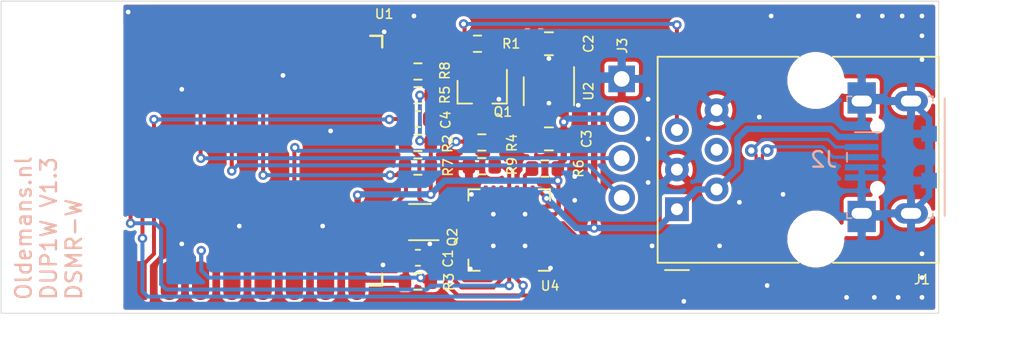
<source format=kicad_pcb>
(kicad_pcb (version 20171130) (host pcbnew "(5.1.9-0-10_14)")

  (general
    (thickness 1.6)
    (drawings 7)
    (tracks 330)
    (zones 0)
    (modules 21)
    (nets 43)
  )

  (page A4)
  (layers
    (0 F.Cu signal)
    (31 B.Cu signal)
    (32 B.Adhes user hide)
    (33 F.Adhes user hide)
    (34 B.Paste user hide)
    (35 F.Paste user hide)
    (36 B.SilkS user)
    (37 F.SilkS user)
    (38 B.Mask user hide)
    (39 F.Mask user hide)
    (40 Dwgs.User user hide)
    (41 Cmts.User user hide)
    (42 Eco1.User user hide)
    (43 Eco2.User user)
    (44 Edge.Cuts user)
    (45 Margin user hide)
    (46 B.CrtYd user hide)
    (47 F.CrtYd user)
    (48 B.Fab user hide)
    (49 F.Fab user hide)
  )

  (setup
    (last_trace_width 0.254)
    (user_trace_width 0.254)
    (user_trace_width 0.4064)
    (trace_clearance 0.2032)
    (zone_clearance 0.2032)
    (zone_45_only no)
    (trace_min 0.2032)
    (via_size 0.6)
    (via_drill 0.3)
    (via_min_size 0.4)
    (via_min_drill 0.3)
    (user_via 0.6 0.3)
    (user_via 0.8 0.4)
    (uvia_size 0.3048)
    (uvia_drill 0.1016)
    (uvias_allowed no)
    (uvia_min_size 0.2)
    (uvia_min_drill 0.1)
    (edge_width 0.05)
    (segment_width 0.2)
    (pcb_text_width 0.3)
    (pcb_text_size 1.5 1.5)
    (mod_edge_width 0.12)
    (mod_text_size 1 1)
    (mod_text_width 0.15)
    (pad_size 1.524 1.524)
    (pad_drill 0.762)
    (pad_to_mask_clearance 0)
    (aux_axis_origin 0 0)
    (visible_elements FFFFF77F)
    (pcbplotparams
      (layerselection 0x010f0_ffffffff)
      (usegerberextensions true)
      (usegerberattributes false)
      (usegerberadvancedattributes false)
      (creategerberjobfile false)
      (excludeedgelayer true)
      (linewidth 0.100000)
      (plotframeref false)
      (viasonmask false)
      (mode 1)
      (useauxorigin false)
      (hpglpennumber 1)
      (hpglpenspeed 20)
      (hpglpendiameter 15.000000)
      (psnegative false)
      (psa4output false)
      (plotreference true)
      (plotvalue false)
      (plotinvisibletext false)
      (padsonsilk false)
      (subtractmaskfromsilk true)
      (outputformat 1)
      (mirror false)
      (drillshape 0)
      (scaleselection 1)
      (outputdirectory "OUTPUTS"))
  )

  (net 0 "")
  (net 1 GND)
  (net 2 +5V)
  (net 3 +3V3)
  (net 4 "Net-(J1-Pad4)")
  (net 5 DATA)
  (net 6 RTS)
  (net 7 DTR)
  (net 8 RST)
  (net 9 GPIO0)
  (net 10 "Net-(U1-Pad7)")
  (net 11 "Net-(U1-Pad4)")
  (net 12 "Net-(U1-Pad2)")
  (net 13 /D+)
  (net 14 /D-)
  (net 15 /CH_PD)
  (net 16 /GPIO2)
  (net 17 "Net-(R6-Pad2)")
  (net 18 /GPIO15)
  (net 19 "Net-(U4-Pad27)")
  (net 20 "Net-(U4-Pad23)")
  (net 21 "Net-(U4-Pad12)")
  (net 22 "Net-(U4-Pad10)")
  (net 23 "Net-(U4-Pad2)")
  (net 24 "Net-(U4-Pad1)")
  (net 25 /ESP_SCL)
  (net 26 /EPS_SDA)
  (net 27 /ESP_TX)
  (net 28 /ESP_RX)
  (net 29 DSMR_DATA)
  (net 30 "Net-(U2-Pad4)")
  (net 31 "Net-(U1-Pad5)")
  (net 32 /USB_SUSP)
  (net 33 "Net-(U4-Pad22)")
  (net 34 "Net-(U4-Pad21)")
  (net 35 "Net-(U4-Pad20)")
  (net 36 "Net-(U4-Pad19)")
  (net 37 "Net-(U4-Pad18)")
  (net 38 "Net-(U4-Pad17)")
  (net 39 "Net-(U4-Pad16)")
  (net 40 "Net-(U4-Pad15)")
  (net 41 "Net-(U4-Pad14)")
  (net 42 "Net-(U4-Pad13)")

  (net_class Default "This is the default net class."
    (clearance 0.2032)
    (trace_width 0.254)
    (via_dia 0.6)
    (via_drill 0.3)
    (uvia_dia 0.3048)
    (uvia_drill 0.1016)
    (diff_pair_width 0.2032)
    (diff_pair_gap 0.2032)
    (add_net /CH_PD)
    (add_net /D+)
    (add_net /D-)
    (add_net /EPS_SDA)
    (add_net /ESP_RX)
    (add_net /ESP_SCL)
    (add_net /ESP_TX)
    (add_net /GPIO15)
    (add_net /GPIO2)
    (add_net /USB_SUSP)
    (add_net DATA)
    (add_net DSMR_DATA)
    (add_net DTR)
    (add_net GPIO0)
    (add_net "Net-(J1-Pad4)")
    (add_net "Net-(R6-Pad2)")
    (add_net "Net-(U1-Pad2)")
    (add_net "Net-(U1-Pad4)")
    (add_net "Net-(U1-Pad5)")
    (add_net "Net-(U1-Pad7)")
    (add_net "Net-(U2-Pad4)")
    (add_net "Net-(U4-Pad1)")
    (add_net "Net-(U4-Pad10)")
    (add_net "Net-(U4-Pad12)")
    (add_net "Net-(U4-Pad13)")
    (add_net "Net-(U4-Pad14)")
    (add_net "Net-(U4-Pad15)")
    (add_net "Net-(U4-Pad16)")
    (add_net "Net-(U4-Pad17)")
    (add_net "Net-(U4-Pad18)")
    (add_net "Net-(U4-Pad19)")
    (add_net "Net-(U4-Pad2)")
    (add_net "Net-(U4-Pad20)")
    (add_net "Net-(U4-Pad21)")
    (add_net "Net-(U4-Pad22)")
    (add_net "Net-(U4-Pad23)")
    (add_net "Net-(U4-Pad27)")
    (add_net RST)
    (add_net RTS)
  )

  (net_class POWER ""
    (clearance 0.2032)
    (trace_width 0.254)
    (via_dia 0.8)
    (via_drill 0.4)
    (uvia_dia 0.3048)
    (uvia_drill 0.1016)
    (diff_pair_width 0.2032)
    (diff_pair_gap 0.2032)
    (add_net +3V3)
    (add_net +5V)
    (add_net GND)
  )

  (module Package_DFN_QFN:QFN-28-1EP_5x5mm_P0.5mm_EP3.35x3.35mm (layer F.Cu) (tedit 5DC5F6A4) (tstamp 608D6B60)
    (at 32.512 -5.334 180)
    (descr "QFN, 28 Pin (http://ww1.microchip.com/downloads/en/PackagingSpec/00000049BQ.pdf#page=283), generated with kicad-footprint-generator ipc_noLead_generator.py")
    (tags "QFN NoLead")
    (path /6092FD95)
    (attr smd)
    (fp_text reference U4 (at -2.6162 -3.5814) (layer F.SilkS)
      (effects (font (size 0.6 0.6) (thickness 0.1)))
    )
    (fp_text value CP2102-Axx-xQFN28 (at 0 3.8) (layer F.Fab)
      (effects (font (size 1 1) (thickness 0.15)))
    )
    (fp_line (start 1.885 -2.61) (end 2.61 -2.61) (layer F.SilkS) (width 0.12))
    (fp_line (start 2.61 -2.61) (end 2.61 -1.885) (layer F.SilkS) (width 0.12))
    (fp_line (start -1.885 2.61) (end -2.61 2.61) (layer F.SilkS) (width 0.12))
    (fp_line (start -2.61 2.61) (end -2.61 1.885) (layer F.SilkS) (width 0.12))
    (fp_line (start 1.885 2.61) (end 2.61 2.61) (layer F.SilkS) (width 0.12))
    (fp_line (start 2.61 2.61) (end 2.61 1.885) (layer F.SilkS) (width 0.12))
    (fp_line (start -1.885 -2.61) (end -2.61 -2.61) (layer F.SilkS) (width 0.12))
    (fp_line (start -1.5 -2.5) (end 2.5 -2.5) (layer F.Fab) (width 0.1))
    (fp_line (start 2.5 -2.5) (end 2.5 2.5) (layer F.Fab) (width 0.1))
    (fp_line (start 2.5 2.5) (end -2.5 2.5) (layer F.Fab) (width 0.1))
    (fp_line (start -2.5 2.5) (end -2.5 -1.5) (layer F.Fab) (width 0.1))
    (fp_line (start -2.5 -1.5) (end -1.5 -2.5) (layer F.Fab) (width 0.1))
    (fp_line (start -3.1 -3.1) (end -3.1 3.1) (layer F.CrtYd) (width 0.05))
    (fp_line (start -3.1 3.1) (end 3.1 3.1) (layer F.CrtYd) (width 0.05))
    (fp_line (start 3.1 3.1) (end 3.1 -3.1) (layer F.CrtYd) (width 0.05))
    (fp_line (start 3.1 -3.1) (end -3.1 -3.1) (layer F.CrtYd) (width 0.05))
    (fp_text user %R (at 0 0) (layer F.Fab)
      (effects (font (size 1 1) (thickness 0.15)))
    )
    (pad "" smd roundrect (at 1.12 1.12 180) (size 0.9 0.9) (layers F.Paste) (roundrect_rratio 0.25))
    (pad "" smd roundrect (at 1.12 0 180) (size 0.9 0.9) (layers F.Paste) (roundrect_rratio 0.25))
    (pad "" smd roundrect (at 1.12 -1.12 180) (size 0.9 0.9) (layers F.Paste) (roundrect_rratio 0.25))
    (pad "" smd roundrect (at 0 1.12 180) (size 0.9 0.9) (layers F.Paste) (roundrect_rratio 0.25))
    (pad "" smd roundrect (at 0 0 180) (size 0.9 0.9) (layers F.Paste) (roundrect_rratio 0.25))
    (pad "" smd roundrect (at 0 -1.12 180) (size 0.9 0.9) (layers F.Paste) (roundrect_rratio 0.25))
    (pad "" smd roundrect (at -1.12 1.12 180) (size 0.9 0.9) (layers F.Paste) (roundrect_rratio 0.25))
    (pad "" smd roundrect (at -1.12 0 180) (size 0.9 0.9) (layers F.Paste) (roundrect_rratio 0.25))
    (pad "" smd roundrect (at -1.12 -1.12 180) (size 0.9 0.9) (layers F.Paste) (roundrect_rratio 0.25))
    (pad 29 smd rect (at 0 0 180) (size 3.35 3.35) (layers F.Cu F.Mask)
      (net 1 GND))
    (pad 28 smd roundrect (at -1.5 -2.45 180) (size 0.25 0.8) (layers F.Cu F.Paste F.Mask) (roundrect_rratio 0.25)
      (net 7 DTR))
    (pad 27 smd roundrect (at -1 -2.45 180) (size 0.25 0.8) (layers F.Cu F.Paste F.Mask) (roundrect_rratio 0.25)
      (net 19 "Net-(U4-Pad27)"))
    (pad 26 smd roundrect (at -0.5 -2.45 180) (size 0.25 0.8) (layers F.Cu F.Paste F.Mask) (roundrect_rratio 0.25)
      (net 28 /ESP_RX))
    (pad 25 smd roundrect (at 0 -2.45 180) (size 0.25 0.8) (layers F.Cu F.Paste F.Mask) (roundrect_rratio 0.25)
      (net 27 /ESP_TX))
    (pad 24 smd roundrect (at 0.5 -2.45 180) (size 0.25 0.8) (layers F.Cu F.Paste F.Mask) (roundrect_rratio 0.25)
      (net 6 RTS))
    (pad 23 smd roundrect (at 1 -2.45 180) (size 0.25 0.8) (layers F.Cu F.Paste F.Mask) (roundrect_rratio 0.25)
      (net 20 "Net-(U4-Pad23)"))
    (pad 22 smd roundrect (at 1.5 -2.45 180) (size 0.25 0.8) (layers F.Cu F.Paste F.Mask) (roundrect_rratio 0.25)
      (net 33 "Net-(U4-Pad22)"))
    (pad 21 smd roundrect (at 2.45 -1.5 180) (size 0.8 0.25) (layers F.Cu F.Paste F.Mask) (roundrect_rratio 0.25)
      (net 34 "Net-(U4-Pad21)"))
    (pad 20 smd roundrect (at 2.45 -1 180) (size 0.8 0.25) (layers F.Cu F.Paste F.Mask) (roundrect_rratio 0.25)
      (net 35 "Net-(U4-Pad20)"))
    (pad 19 smd roundrect (at 2.45 -0.5 180) (size 0.8 0.25) (layers F.Cu F.Paste F.Mask) (roundrect_rratio 0.25)
      (net 36 "Net-(U4-Pad19)"))
    (pad 18 smd roundrect (at 2.45 0 180) (size 0.8 0.25) (layers F.Cu F.Paste F.Mask) (roundrect_rratio 0.25)
      (net 37 "Net-(U4-Pad18)"))
    (pad 17 smd roundrect (at 2.45 0.5 180) (size 0.8 0.25) (layers F.Cu F.Paste F.Mask) (roundrect_rratio 0.25)
      (net 38 "Net-(U4-Pad17)"))
    (pad 16 smd roundrect (at 2.45 1 180) (size 0.8 0.25) (layers F.Cu F.Paste F.Mask) (roundrect_rratio 0.25)
      (net 39 "Net-(U4-Pad16)"))
    (pad 15 smd roundrect (at 2.45 1.5 180) (size 0.8 0.25) (layers F.Cu F.Paste F.Mask) (roundrect_rratio 0.25)
      (net 40 "Net-(U4-Pad15)"))
    (pad 14 smd roundrect (at 1.5 2.45 180) (size 0.25 0.8) (layers F.Cu F.Paste F.Mask) (roundrect_rratio 0.25)
      (net 41 "Net-(U4-Pad14)"))
    (pad 13 smd roundrect (at 1 2.45 180) (size 0.25 0.8) (layers F.Cu F.Paste F.Mask) (roundrect_rratio 0.25)
      (net 42 "Net-(U4-Pad13)"))
    (pad 12 smd roundrect (at 0.5 2.45 180) (size 0.25 0.8) (layers F.Cu F.Paste F.Mask) (roundrect_rratio 0.25)
      (net 21 "Net-(U4-Pad12)"))
    (pad 11 smd roundrect (at 0 2.45 180) (size 0.25 0.8) (layers F.Cu F.Paste F.Mask) (roundrect_rratio 0.25)
      (net 32 /USB_SUSP))
    (pad 10 smd roundrect (at -0.5 2.45 180) (size 0.25 0.8) (layers F.Cu F.Paste F.Mask) (roundrect_rratio 0.25)
      (net 22 "Net-(U4-Pad10)"))
    (pad 9 smd roundrect (at -1 2.45 180) (size 0.25 0.8) (layers F.Cu F.Paste F.Mask) (roundrect_rratio 0.25)
      (net 17 "Net-(R6-Pad2)"))
    (pad 8 smd roundrect (at -1.5 2.45 180) (size 0.25 0.8) (layers F.Cu F.Paste F.Mask) (roundrect_rratio 0.25)
      (net 2 +5V))
    (pad 7 smd roundrect (at -2.45 1.5 180) (size 0.8 0.25) (layers F.Cu F.Paste F.Mask) (roundrect_rratio 0.25)
      (net 2 +5V))
    (pad 6 smd roundrect (at -2.45 1 180) (size 0.8 0.25) (layers F.Cu F.Paste F.Mask) (roundrect_rratio 0.25)
      (net 3 +3V3))
    (pad 5 smd roundrect (at -2.45 0.5 180) (size 0.8 0.25) (layers F.Cu F.Paste F.Mask) (roundrect_rratio 0.25)
      (net 14 /D-))
    (pad 4 smd roundrect (at -2.45 0 180) (size 0.8 0.25) (layers F.Cu F.Paste F.Mask) (roundrect_rratio 0.25)
      (net 13 /D+))
    (pad 3 smd roundrect (at -2.45 -0.5 180) (size 0.8 0.25) (layers F.Cu F.Paste F.Mask) (roundrect_rratio 0.25)
      (net 1 GND))
    (pad 2 smd roundrect (at -2.45 -1 180) (size 0.8 0.25) (layers F.Cu F.Paste F.Mask) (roundrect_rratio 0.25)
      (net 23 "Net-(U4-Pad2)"))
    (pad 1 smd roundrect (at -2.45 -1.5 180) (size 0.8 0.25) (layers F.Cu F.Paste F.Mask) (roundrect_rratio 0.25)
      (net 24 "Net-(U4-Pad1)"))
    (model ${KISYS3DMOD}/Package_DFN_QFN.3dshapes/QFN-28-1EP_5x5mm_P0.5mm_EP3.35x3.35mm.wrl
      (at (xyz 0 0 0))
      (scale (xyz 1 1 1))
      (rotate (xyz 0 0 0))
    )
  )

  (module MySymbols:OLED_I2C_128x32 locked (layer F.Cu) (tedit 608BFC38) (tstamp 608C6D2B)
    (at 41.2115 -5.207 180)
    (path /60CAF614)
    (fp_text reference J3 (at 1.4605 11.938 90) (layer F.SilkS)
      (effects (font (size 0.6 0.6) (thickness 0.1)))
    )
    (fp_text value Conn_01x04_Male (at 10.71 -12.21) (layer F.Fab) hide
      (effects (font (size 1 1) (thickness 0.15)))
    )
    (fp_line (start 2.61 0.9) (end 0.36 0.9) (layer F.CrtYd) (width 0.12))
    (fp_line (start 2.61 11.08) (end 2.61 0.9) (layer F.CrtYd) (width 0.12))
    (fp_line (start 0.36 11.08) (end 2.61 11.08) (layer F.CrtYd) (width 0.12))
    (fp_line (start 0.36 0.9) (end 0.36 11.08) (layer F.CrtYd) (width 0.12))
    (fp_line (start 0 0) (end 38 0) (layer Dwgs.User) (width 0.12))
    (fp_line (start 0 0) (end 0 12) (layer Dwgs.User) (width 0.12))
    (fp_line (start 0 12) (end 38 12) (layer Dwgs.User) (width 0.12))
    (fp_line (start 38 0) (end 38 12) (layer Dwgs.User) (width 0.12))
    (fp_line (start 7.1 2.16) (end 7.1 7.744) (layer Dwgs.User) (width 0.12))
    (fp_line (start 5 0) (end 5 12) (layer Dwgs.User) (width 0.12))
    (fp_line (start 7.1 2.16) (end 29.384 2.16) (layer Dwgs.User) (width 0.12))
    (fp_line (start 7.1 7.744) (end 29.384 7.744) (layer Dwgs.User) (width 0.12))
    (fp_line (start 29.384 2.16) (end 29.384 7.744) (layer Dwgs.User) (width 0.12))
    (fp_text user D (at 3.1115 2.19) (layer F.SilkS) hide
      (effects (font (size 1 1) (thickness 0.15)))
    )
    (fp_text user C (at 2.9845 4.699) (layer F.SilkS) hide
      (effects (font (size 1 1) (thickness 0.15)))
    )
    (fp_text user V (at 3.3 7.27) (layer F.SilkS) hide
      (effects (font (size 1 1) (thickness 0.15)))
    )
    (fp_text user G (at 3.3 9.81) (layer F.SilkS) hide
      (effects (font (size 1 1) (thickness 0.15)))
    )
    (pad 3 thru_hole circle (at 1.5 4.73 180) (size 1.7 1.7) (drill 1) (layers *.Cu *.Mask)
      (net 25 /ESP_SCL))
    (pad 2 thru_hole circle (at 1.5 7.27 180) (size 1.7 1.7) (drill 1) (layers *.Cu *.Mask)
      (net 3 +3V3))
    (pad 4 thru_hole circle (at 1.5 2.19 180) (size 1.7 1.7) (drill 1) (layers *.Cu *.Mask)
      (net 26 /EPS_SDA))
    (pad 1 thru_hole rect (at 1.5 9.81 180) (size 1.7 1.7) (drill 1) (layers *.Cu *.Mask)
      (net 1 GND))
  )

  (module ESP8266:ESP-12 locked (layer F.Cu) (tedit 608BFAFD) (tstamp 608BB227)
    (at 8.763 -2.794 90)
    (descr "Module, ESP-8266, ESP-12, 16 pad, SMD")
    (tags "Module ESP-8266 ESP8266")
    (path /60B730AA)
    (fp_text reference U1 (at 16.383 15.748) (layer F.SilkS)
      (effects (font (size 0.6 0.6) (thickness 0.1)))
    )
    (fp_text value ESP-12 (at 6.992 1 90) (layer F.Fab)
      (effects (font (size 1 1) (thickness 0.15)))
    )
    (fp_line (start 14.24 15.622) (end 14.986 15.621) (layer F.SilkS) (width 0.1524))
    (fp_line (start -1.008 -8.4) (end 14.992 -8.4) (layer F.Fab) (width 0.05))
    (fp_line (start -1.008 15.6) (end -1.008 -8.4) (layer F.Fab) (width 0.05))
    (fp_line (start 14.992 15.6) (end -1.008 15.6) (layer F.Fab) (width 0.05))
    (fp_line (start 15 -8.4) (end 15 15.6) (layer F.Fab) (width 0.05))
    (fp_line (start -1.008 -2.6) (end 14.992 -2.6) (layer F.Fab) (width 0.1524))
    (fp_line (start -1.02 -8.39) (end 14.992 -2.6) (layer F.Fab) (width 0.1524))
    (fp_line (start 14.99 -8.39) (end -1.008 -2.6) (layer F.Fab) (width 0.1524))
    (fp_line (start 14.986 15.621) (end 14.986 14.859) (layer F.SilkS) (width 0.1524))
    (fp_line (start -1.016 15.621) (end -0.27 15.62) (layer F.SilkS) (width 0.1524))
    (fp_line (start -1.016 14.859) (end -1.016 15.621) (layer F.SilkS) (width 0.1524))
    (fp_line (start -1.02 -8.39) (end -1.008 -2.6) (layer F.Fab) (width 0.1524))
    (fp_line (start 14.99 -8.39) (end 14.992 -2.6) (layer F.Fab) (width 0.1524))
    (fp_line (start -1.02 -8.39) (end 14.99 -8.39) (layer F.Fab) (width 0.1524))
    (fp_line (start -2.25 16) (end -2.25 -0.5) (layer F.CrtYd) (width 0.05))
    (fp_line (start 16.25 16) (end -2.25 16) (layer F.CrtYd) (width 0.05))
    (fp_line (start 16.25 -8.75) (end 16.25 16) (layer F.CrtYd) (width 0.05))
    (fp_line (start 15.25 -8.75) (end 16.25 -8.75) (layer F.CrtYd) (width 0.05))
    (fp_line (start -2.25 -8.75) (end 15.25 -8.75) (layer F.CrtYd) (width 0.05))
    (fp_line (start -2.25 -0.5) (end -2.25 -8.75) (layer F.CrtYd) (width 0.05))
    (fp_text user "No Copper" (at 6.892 -5.4 90) (layer F.CrtYd)
      (effects (font (size 1 1) (thickness 0.15)))
    )
    (pad 16 smd oval (at 14 0 90) (size 2.5 1.1) (drill (offset 0.7 0)) (layers F.Cu F.Paste F.Mask)
      (net 27 /ESP_TX))
    (pad 15 smd oval (at 14 2 90) (size 2.5 1.1) (drill (offset 0.7 0)) (layers F.Cu F.Paste F.Mask)
      (net 28 /ESP_RX))
    (pad 14 smd oval (at 14 4 90) (size 2.5 1.1) (drill (offset 0.7 0)) (layers F.Cu F.Paste F.Mask)
      (net 25 /ESP_SCL))
    (pad 13 smd oval (at 14 6 90) (size 2.5 1.1) (drill (offset 0.7 0)) (layers F.Cu F.Paste F.Mask)
      (net 26 /EPS_SDA))
    (pad 12 smd oval (at 14 8 90) (size 2.5 1.1) (drill (offset 0.7 0)) (layers F.Cu F.Paste F.Mask)
      (net 9 GPIO0))
    (pad 11 smd oval (at 14 10 90) (size 2.5 1.1) (drill (offset 0.7 0)) (layers F.Cu F.Paste F.Mask)
      (net 16 /GPIO2))
    (pad 10 smd oval (at 14 12 90) (size 2.5 1.1) (drill (offset 0.6 0)) (layers F.Cu F.Paste F.Mask)
      (net 18 /GPIO15))
    (pad 9 smd oval (at 14 14 90) (size 2.5 1.1) (drill (offset 0.7 0)) (layers F.Cu F.Paste F.Mask)
      (net 1 GND))
    (pad 8 smd oval (at 0 14 90) (size 2.5 1.1) (drill (offset -0.7 0)) (layers F.Cu F.Paste F.Mask)
      (net 3 +3V3))
    (pad 7 smd oval (at 0 12 90) (size 2.5 1.1) (drill (offset -0.7 0)) (layers F.Cu F.Paste F.Mask)
      (net 10 "Net-(U1-Pad7)"))
    (pad 6 smd oval (at 0 10 90) (size 2.5 1.1) (drill (offset -0.7 0)) (layers F.Cu F.Paste F.Mask)
      (net 29 DSMR_DATA))
    (pad 5 smd oval (at 0 8 90) (size 2.5 1.1) (drill (offset -0.7 0)) (layers F.Cu F.Paste F.Mask)
      (net 31 "Net-(U1-Pad5)"))
    (pad 4 smd oval (at 0 6 90) (size 2.5 1.1) (drill (offset -0.7 0)) (layers F.Cu F.Paste F.Mask)
      (net 11 "Net-(U1-Pad4)"))
    (pad 3 smd oval (at 0 4 90) (size 2.5 1.1) (drill (offset -0.7 0)) (layers F.Cu F.Paste F.Mask)
      (net 15 /CH_PD))
    (pad 2 smd oval (at 0 2 90) (size 2.5 1.1) (drill (offset -0.7 0)) (layers F.Cu F.Paste F.Mask)
      (net 12 "Net-(U1-Pad2)"))
    (pad 1 smd rect (at 0 0 90) (size 2.5 1.1) (drill (offset -0.7 0)) (layers F.Cu F.Paste F.Mask)
      (net 8 RST))
    (model ${ESPLIB}/ESP8266.3dshapes/ESP-12.wrl
      (at (xyz 0 0 0))
      (scale (xyz 0.3937 0.3937 0.3937))
      (rotate (xyz 0 0 0))
    )
  )

  (module Package_TO_SOT_SMD:SOT-23-5 (layer F.Cu) (tedit 5A02FF57) (tstamp 608C5335)
    (at 35.052 -14.224 270)
    (descr "5-pin SOT23 package")
    (tags SOT-23-5)
    (path /60DC1061)
    (attr smd)
    (fp_text reference U2 (at 0 -2.54 90) (layer F.SilkS)
      (effects (font (size 0.6 0.6) (thickness 0.1)))
    )
    (fp_text value XC6210B332MR (at 0 2.9 90) (layer F.Fab)
      (effects (font (size 1 1) (thickness 0.15)))
    )
    (fp_line (start 0.9 -1.55) (end 0.9 1.55) (layer F.Fab) (width 0.1))
    (fp_line (start 0.9 1.55) (end -0.9 1.55) (layer F.Fab) (width 0.1))
    (fp_line (start -0.9 -0.9) (end -0.9 1.55) (layer F.Fab) (width 0.1))
    (fp_line (start 0.9 -1.55) (end -0.25 -1.55) (layer F.Fab) (width 0.1))
    (fp_line (start -0.9 -0.9) (end -0.25 -1.55) (layer F.Fab) (width 0.1))
    (fp_line (start -1.9 1.8) (end -1.9 -1.8) (layer F.CrtYd) (width 0.05))
    (fp_line (start 1.9 1.8) (end -1.9 1.8) (layer F.CrtYd) (width 0.05))
    (fp_line (start 1.9 -1.8) (end 1.9 1.8) (layer F.CrtYd) (width 0.05))
    (fp_line (start -1.9 -1.8) (end 1.9 -1.8) (layer F.CrtYd) (width 0.05))
    (fp_line (start 0.9 -1.61) (end -1.55 -1.61) (layer F.SilkS) (width 0.12))
    (fp_line (start -0.9 1.61) (end 0.9 1.61) (layer F.SilkS) (width 0.12))
    (fp_text user %R (at 0 0) (layer F.Fab)
      (effects (font (size 0.5 0.5) (thickness 0.075)))
    )
    (pad 5 smd rect (at 1.1 -0.95 270) (size 1.06 0.65) (layers F.Cu F.Paste F.Mask)
      (net 3 +3V3))
    (pad 4 smd rect (at 1.1 0.95 270) (size 1.06 0.65) (layers F.Cu F.Paste F.Mask)
      (net 30 "Net-(U2-Pad4)"))
    (pad 3 smd rect (at -1.1 0.95 270) (size 1.06 0.65) (layers F.Cu F.Paste F.Mask)
      (net 2 +5V))
    (pad 2 smd rect (at -1.1 0 270) (size 1.06 0.65) (layers F.Cu F.Paste F.Mask)
      (net 1 GND))
    (pad 1 smd rect (at -1.1 -0.95 270) (size 1.06 0.65) (layers F.Cu F.Paste F.Mask)
      (net 2 +5V))
    (model ${KISYS3DMOD}/Package_TO_SOT_SMD.3dshapes/SOT-23-5.wrl
      (at (xyz 0 0 0))
      (scale (xyz 1 1 1))
      (rotate (xyz 0 0 0))
    )
  )

  (module Capacitor_SMD:C_0805_2012Metric (layer F.Cu) (tedit 5F68FEEE) (tstamp 608C505C)
    (at 35.052 -11.176 180)
    (descr "Capacitor SMD 0805 (2012 Metric), square (rectangular) end terminal, IPC_7351 nominal, (Body size source: IPC-SM-782 page 76, https://www.pcb-3d.com/wordpress/wp-content/uploads/ipc-sm-782a_amendment_1_and_2.pdf, https://docs.google.com/spreadsheets/d/1BsfQQcO9C6DZCsRaXUlFlo91Tg2WpOkGARC1WS5S8t0/edit?usp=sharing), generated with kicad-footprint-generator")
    (tags capacitor)
    (path /60DE60A6)
    (attr smd)
    (fp_text reference C3 (at -2.413 0 90) (layer F.SilkS)
      (effects (font (size 0.6 0.6) (thickness 0.1)))
    )
    (fp_text value 4,7uF (at 0 1.68) (layer F.Fab)
      (effects (font (size 1 1) (thickness 0.15)))
    )
    (fp_line (start 1.7 0.98) (end -1.7 0.98) (layer F.CrtYd) (width 0.05))
    (fp_line (start 1.7 -0.98) (end 1.7 0.98) (layer F.CrtYd) (width 0.05))
    (fp_line (start -1.7 -0.98) (end 1.7 -0.98) (layer F.CrtYd) (width 0.05))
    (fp_line (start -1.7 0.98) (end -1.7 -0.98) (layer F.CrtYd) (width 0.05))
    (fp_line (start -0.261252 0.735) (end 0.261252 0.735) (layer F.SilkS) (width 0.12))
    (fp_line (start -0.261252 -0.735) (end 0.261252 -0.735) (layer F.SilkS) (width 0.12))
    (fp_line (start 1 0.625) (end -1 0.625) (layer F.Fab) (width 0.1))
    (fp_line (start 1 -0.625) (end 1 0.625) (layer F.Fab) (width 0.1))
    (fp_line (start -1 -0.625) (end 1 -0.625) (layer F.Fab) (width 0.1))
    (fp_line (start -1 0.625) (end -1 -0.625) (layer F.Fab) (width 0.1))
    (fp_text user %R (at 0 0) (layer F.Fab)
      (effects (font (size 0.5 0.5) (thickness 0.08)))
    )
    (pad 2 smd roundrect (at 0.95 0 180) (size 1 1.45) (layers F.Cu F.Paste F.Mask) (roundrect_rratio 0.25)
      (net 1 GND))
    (pad 1 smd roundrect (at -0.95 0 180) (size 1 1.45) (layers F.Cu F.Paste F.Mask) (roundrect_rratio 0.25)
      (net 3 +3V3))
    (model ${KISYS3DMOD}/Capacitor_SMD.3dshapes/C_0805_2012Metric.wrl
      (at (xyz 0 0 0))
      (scale (xyz 1 1 1))
      (rotate (xyz 0 0 0))
    )
  )

  (module Capacitor_SMD:C_0805_2012Metric (layer F.Cu) (tedit 5F68FEEE) (tstamp 60A3ED04)
    (at 35.052 -17.272 180)
    (descr "Capacitor SMD 0805 (2012 Metric), square (rectangular) end terminal, IPC_7351 nominal, (Body size source: IPC-SM-782 page 76, https://www.pcb-3d.com/wordpress/wp-content/uploads/ipc-sm-782a_amendment_1_and_2.pdf, https://docs.google.com/spreadsheets/d/1BsfQQcO9C6DZCsRaXUlFlo91Tg2WpOkGARC1WS5S8t0/edit?usp=sharing), generated with kicad-footprint-generator")
    (tags capacitor)
    (path /60DDDD4A)
    (attr smd)
    (fp_text reference C2 (at -2.54 0 270) (layer F.SilkS)
      (effects (font (size 0.6 0.6) (thickness 0.1)))
    )
    (fp_text value 4,7uF (at 0 1.68) (layer F.Fab)
      (effects (font (size 1 1) (thickness 0.15)))
    )
    (fp_line (start 1.7 0.98) (end -1.7 0.98) (layer F.CrtYd) (width 0.05))
    (fp_line (start 1.7 -0.98) (end 1.7 0.98) (layer F.CrtYd) (width 0.05))
    (fp_line (start -1.7 -0.98) (end 1.7 -0.98) (layer F.CrtYd) (width 0.05))
    (fp_line (start -1.7 0.98) (end -1.7 -0.98) (layer F.CrtYd) (width 0.05))
    (fp_line (start -0.261252 0.735) (end 0.261252 0.735) (layer F.SilkS) (width 0.12))
    (fp_line (start -0.261252 -0.735) (end 0.261252 -0.735) (layer F.SilkS) (width 0.12))
    (fp_line (start 1 0.625) (end -1 0.625) (layer F.Fab) (width 0.1))
    (fp_line (start 1 -0.625) (end 1 0.625) (layer F.Fab) (width 0.1))
    (fp_line (start -1 -0.625) (end 1 -0.625) (layer F.Fab) (width 0.1))
    (fp_line (start -1 0.625) (end -1 -0.625) (layer F.Fab) (width 0.1))
    (fp_text user %R (at 0 0) (layer F.Fab)
      (effects (font (size 0.5 0.5) (thickness 0.08)))
    )
    (pad 2 smd roundrect (at 0.95 0 180) (size 1 1.45) (layers F.Cu F.Paste F.Mask) (roundrect_rratio 0.25)
      (net 1 GND))
    (pad 1 smd roundrect (at -0.95 0 180) (size 1 1.45) (layers F.Cu F.Paste F.Mask) (roundrect_rratio 0.25)
      (net 2 +5V))
    (model ${KISYS3DMOD}/Capacitor_SMD.3dshapes/C_0805_2012Metric.wrl
      (at (xyz 0 0 0))
      (scale (xyz 1 1 1))
      (rotate (xyz 0 0 0))
    )
  )

  (module Resistor_SMD:R_0603_1608Metric (layer F.Cu) (tedit 5F68FEEE) (tstamp 608BC4BB)
    (at 30.7594 -9.4234)
    (descr "Resistor SMD 0603 (1608 Metric), square (rectangular) end terminal, IPC_7351 nominal, (Body size source: IPC-SM-782 page 72, https://www.pcb-3d.com/wordpress/wp-content/uploads/ipc-sm-782a_amendment_1_and_2.pdf), generated with kicad-footprint-generator")
    (tags resistor)
    (path /60C0A451)
    (attr smd)
    (fp_text reference R9 (at 1.9304 0 270) (layer F.SilkS)
      (effects (font (size 0.6 0.6) (thickness 0.1)))
    )
    (fp_text value 10K (at 0 1.43) (layer F.Fab)
      (effects (font (size 1 1) (thickness 0.15)))
    )
    (fp_line (start 1.48 0.73) (end -1.48 0.73) (layer F.CrtYd) (width 0.05))
    (fp_line (start 1.48 -0.73) (end 1.48 0.73) (layer F.CrtYd) (width 0.05))
    (fp_line (start -1.48 -0.73) (end 1.48 -0.73) (layer F.CrtYd) (width 0.05))
    (fp_line (start -1.48 0.73) (end -1.48 -0.73) (layer F.CrtYd) (width 0.05))
    (fp_line (start -0.237258 0.5225) (end 0.237258 0.5225) (layer F.SilkS) (width 0.12))
    (fp_line (start -0.237258 -0.5225) (end 0.237258 -0.5225) (layer F.SilkS) (width 0.12))
    (fp_line (start 0.8 0.4125) (end -0.8 0.4125) (layer F.Fab) (width 0.1))
    (fp_line (start 0.8 -0.4125) (end 0.8 0.4125) (layer F.Fab) (width 0.1))
    (fp_line (start -0.8 -0.4125) (end 0.8 -0.4125) (layer F.Fab) (width 0.1))
    (fp_line (start -0.8 0.4125) (end -0.8 -0.4125) (layer F.Fab) (width 0.1))
    (fp_text user %R (at 0 0) (layer F.Fab)
      (effects (font (size 0.4 0.4) (thickness 0.06)))
    )
    (pad 2 smd roundrect (at 0.825 0) (size 0.8 0.95) (layers F.Cu F.Paste F.Mask) (roundrect_rratio 0.25)
      (net 32 /USB_SUSP))
    (pad 1 smd roundrect (at -0.825 0) (size 0.8 0.95) (layers F.Cu F.Paste F.Mask) (roundrect_rratio 0.25)
      (net 1 GND))
    (model ${KISYS3DMOD}/Resistor_SMD.3dshapes/R_0603_1608Metric.wrl
      (at (xyz 0 0 0))
      (scale (xyz 1 1 1))
      (rotate (xyz 0 0 0))
    )
  )

  (module Resistor_SMD:R_0603_1608Metric (layer F.Cu) (tedit 5F68FEEE) (tstamp 608BC4AA)
    (at 26.67 -15.494)
    (descr "Resistor SMD 0603 (1608 Metric), square (rectangular) end terminal, IPC_7351 nominal, (Body size source: IPC-SM-782 page 72, https://www.pcb-3d.com/wordpress/wp-content/uploads/ipc-sm-782a_amendment_1_and_2.pdf), generated with kicad-footprint-generator")
    (tags resistor)
    (path /603AE4CA)
    (attr smd)
    (fp_text reference R8 (at 1.7272 -0.0508 90) (layer F.SilkS)
      (effects (font (size 0.6 0.6) (thickness 0.1)))
    )
    (fp_text value 10K (at 0 1.43) (layer F.Fab)
      (effects (font (size 1 1) (thickness 0.15)))
    )
    (fp_line (start 1.48 0.73) (end -1.48 0.73) (layer F.CrtYd) (width 0.05))
    (fp_line (start 1.48 -0.73) (end 1.48 0.73) (layer F.CrtYd) (width 0.05))
    (fp_line (start -1.48 -0.73) (end 1.48 -0.73) (layer F.CrtYd) (width 0.05))
    (fp_line (start -1.48 0.73) (end -1.48 -0.73) (layer F.CrtYd) (width 0.05))
    (fp_line (start -0.237258 0.5225) (end 0.237258 0.5225) (layer F.SilkS) (width 0.12))
    (fp_line (start -0.237258 -0.5225) (end 0.237258 -0.5225) (layer F.SilkS) (width 0.12))
    (fp_line (start 0.8 0.4125) (end -0.8 0.4125) (layer F.Fab) (width 0.1))
    (fp_line (start 0.8 -0.4125) (end 0.8 0.4125) (layer F.Fab) (width 0.1))
    (fp_line (start -0.8 -0.4125) (end 0.8 -0.4125) (layer F.Fab) (width 0.1))
    (fp_line (start -0.8 0.4125) (end -0.8 -0.4125) (layer F.Fab) (width 0.1))
    (fp_text user %R (at 0 0) (layer F.Fab)
      (effects (font (size 0.4 0.4) (thickness 0.06)))
    )
    (pad 2 smd roundrect (at 0.825 0) (size 0.8 0.95) (layers F.Cu F.Paste F.Mask) (roundrect_rratio 0.25)
      (net 1 GND))
    (pad 1 smd roundrect (at -0.825 0) (size 0.8 0.95) (layers F.Cu F.Paste F.Mask) (roundrect_rratio 0.25)
      (net 18 /GPIO15))
    (model ${KISYS3DMOD}/Resistor_SMD.3dshapes/R_0603_1608Metric.wrl
      (at (xyz 0 0 0))
      (scale (xyz 1 1 1))
      (rotate (xyz 0 0 0))
    )
  )

  (module Resistor_SMD:R_0603_1608Metric (layer F.Cu) (tedit 5F68FEEE) (tstamp 608D7C20)
    (at 26.67 -9.398)
    (descr "Resistor SMD 0603 (1608 Metric), square (rectangular) end terminal, IPC_7351 nominal, (Body size source: IPC-SM-782 page 72, https://www.pcb-3d.com/wordpress/wp-content/uploads/ipc-sm-782a_amendment_1_and_2.pdf), generated with kicad-footprint-generator")
    (tags resistor)
    (path /603FD3F8)
    (attr smd)
    (fp_text reference R7 (at 1.9304 0.0508 90) (layer F.SilkS)
      (effects (font (size 0.6 0.6) (thickness 0.1)))
    )
    (fp_text value 10K (at 0 1.43) (layer F.Fab)
      (effects (font (size 1 1) (thickness 0.15)))
    )
    (fp_line (start 1.48 0.73) (end -1.48 0.73) (layer F.CrtYd) (width 0.05))
    (fp_line (start 1.48 -0.73) (end 1.48 0.73) (layer F.CrtYd) (width 0.05))
    (fp_line (start -1.48 -0.73) (end 1.48 -0.73) (layer F.CrtYd) (width 0.05))
    (fp_line (start -1.48 0.73) (end -1.48 -0.73) (layer F.CrtYd) (width 0.05))
    (fp_line (start -0.237258 0.5225) (end 0.237258 0.5225) (layer F.SilkS) (width 0.12))
    (fp_line (start -0.237258 -0.5225) (end 0.237258 -0.5225) (layer F.SilkS) (width 0.12))
    (fp_line (start 0.8 0.4125) (end -0.8 0.4125) (layer F.Fab) (width 0.1))
    (fp_line (start 0.8 -0.4125) (end 0.8 0.4125) (layer F.Fab) (width 0.1))
    (fp_line (start -0.8 -0.4125) (end 0.8 -0.4125) (layer F.Fab) (width 0.1))
    (fp_line (start -0.8 0.4125) (end -0.8 -0.4125) (layer F.Fab) (width 0.1))
    (fp_text user %R (at 0 0) (layer F.Fab)
      (effects (font (size 0.4 0.4) (thickness 0.06)))
    )
    (pad 2 smd roundrect (at 0.825 0) (size 0.8 0.95) (layers F.Cu F.Paste F.Mask) (roundrect_rratio 0.25)
      (net 3 +3V3))
    (pad 1 smd roundrect (at -0.825 0) (size 0.8 0.95) (layers F.Cu F.Paste F.Mask) (roundrect_rratio 0.25)
      (net 9 GPIO0))
    (model ${KISYS3DMOD}/Resistor_SMD.3dshapes/R_0603_1608Metric.wrl
      (at (xyz 0 0 0))
      (scale (xyz 1 1 1))
      (rotate (xyz 0 0 0))
    )
  )

  (module Resistor_SMD:R_0603_1608Metric (layer F.Cu) (tedit 5F68FEEE) (tstamp 608BC488)
    (at 34.798 -9.271 180)
    (descr "Resistor SMD 0603 (1608 Metric), square (rectangular) end terminal, IPC_7351 nominal, (Body size source: IPC-SM-782 page 72, https://www.pcb-3d.com/wordpress/wp-content/uploads/ipc-sm-782a_amendment_1_and_2.pdf), generated with kicad-footprint-generator")
    (tags resistor)
    (path /60BD8598)
    (attr smd)
    (fp_text reference R6 (at -2.159 0 90) (layer F.SilkS)
      (effects (font (size 0.6 0.6) (thickness 0.1)))
    )
    (fp_text value 10K (at 0 1.43) (layer F.Fab)
      (effects (font (size 1 1) (thickness 0.15)))
    )
    (fp_line (start 1.48 0.73) (end -1.48 0.73) (layer F.CrtYd) (width 0.05))
    (fp_line (start 1.48 -0.73) (end 1.48 0.73) (layer F.CrtYd) (width 0.05))
    (fp_line (start -1.48 -0.73) (end 1.48 -0.73) (layer F.CrtYd) (width 0.05))
    (fp_line (start -1.48 0.73) (end -1.48 -0.73) (layer F.CrtYd) (width 0.05))
    (fp_line (start -0.237258 0.5225) (end 0.237258 0.5225) (layer F.SilkS) (width 0.12))
    (fp_line (start -0.237258 -0.5225) (end 0.237258 -0.5225) (layer F.SilkS) (width 0.12))
    (fp_line (start 0.8 0.4125) (end -0.8 0.4125) (layer F.Fab) (width 0.1))
    (fp_line (start 0.8 -0.4125) (end 0.8 0.4125) (layer F.Fab) (width 0.1))
    (fp_line (start -0.8 -0.4125) (end 0.8 -0.4125) (layer F.Fab) (width 0.1))
    (fp_line (start -0.8 0.4125) (end -0.8 -0.4125) (layer F.Fab) (width 0.1))
    (fp_text user %R (at 0 0) (layer F.Fab)
      (effects (font (size 0.4 0.4) (thickness 0.06)))
    )
    (pad 2 smd roundrect (at 0.825 0 180) (size 0.8 0.95) (layers F.Cu F.Paste F.Mask) (roundrect_rratio 0.25)
      (net 17 "Net-(R6-Pad2)"))
    (pad 1 smd roundrect (at -0.825 0 180) (size 0.8 0.95) (layers F.Cu F.Paste F.Mask) (roundrect_rratio 0.25)
      (net 3 +3V3))
    (model ${KISYS3DMOD}/Resistor_SMD.3dshapes/R_0603_1608Metric.wrl
      (at (xyz 0 0 0))
      (scale (xyz 1 1 1))
      (rotate (xyz 0 0 0))
    )
  )

  (module Resistor_SMD:R_0603_1608Metric (layer F.Cu) (tedit 5F68FEEE) (tstamp 608BC477)
    (at 26.67 -13.97)
    (descr "Resistor SMD 0603 (1608 Metric), square (rectangular) end terminal, IPC_7351 nominal, (Body size source: IPC-SM-782 page 72, https://www.pcb-3d.com/wordpress/wp-content/uploads/ipc-sm-782a_amendment_1_and_2.pdf), generated with kicad-footprint-generator")
    (tags resistor)
    (path /6088CF24)
    (attr smd)
    (fp_text reference R5 (at 1.7272 -0.0254 90) (layer F.SilkS)
      (effects (font (size 0.6 0.6) (thickness 0.1)))
    )
    (fp_text value 10K (at 0 1.43) (layer F.Fab)
      (effects (font (size 1 1) (thickness 0.15)))
    )
    (fp_line (start 1.48 0.73) (end -1.48 0.73) (layer F.CrtYd) (width 0.05))
    (fp_line (start 1.48 -0.73) (end 1.48 0.73) (layer F.CrtYd) (width 0.05))
    (fp_line (start -1.48 -0.73) (end 1.48 -0.73) (layer F.CrtYd) (width 0.05))
    (fp_line (start -1.48 0.73) (end -1.48 -0.73) (layer F.CrtYd) (width 0.05))
    (fp_line (start -0.237258 0.5225) (end 0.237258 0.5225) (layer F.SilkS) (width 0.12))
    (fp_line (start -0.237258 -0.5225) (end 0.237258 -0.5225) (layer F.SilkS) (width 0.12))
    (fp_line (start 0.8 0.4125) (end -0.8 0.4125) (layer F.Fab) (width 0.1))
    (fp_line (start 0.8 -0.4125) (end 0.8 0.4125) (layer F.Fab) (width 0.1))
    (fp_line (start -0.8 -0.4125) (end 0.8 -0.4125) (layer F.Fab) (width 0.1))
    (fp_line (start -0.8 0.4125) (end -0.8 -0.4125) (layer F.Fab) (width 0.1))
    (fp_text user %R (at 0 0) (layer F.Fab)
      (effects (font (size 0.4 0.4) (thickness 0.06)))
    )
    (pad 2 smd roundrect (at 0.825 0) (size 0.8 0.95) (layers F.Cu F.Paste F.Mask) (roundrect_rratio 0.25)
      (net 3 +3V3))
    (pad 1 smd roundrect (at -0.825 0) (size 0.8 0.95) (layers F.Cu F.Paste F.Mask) (roundrect_rratio 0.25)
      (net 16 /GPIO2))
    (model ${KISYS3DMOD}/Resistor_SMD.3dshapes/R_0603_1608Metric.wrl
      (at (xyz 0 0 0))
      (scale (xyz 1 1 1))
      (rotate (xyz 0 0 0))
    )
  )

  (module Resistor_SMD:R_0603_1608Metric (layer F.Cu) (tedit 5F68FEEE) (tstamp 608BC466)
    (at 30.7594 -10.9474 180)
    (descr "Resistor SMD 0603 (1608 Metric), square (rectangular) end terminal, IPC_7351 nominal, (Body size source: IPC-SM-782 page 72, https://www.pcb-3d.com/wordpress/wp-content/uploads/ipc-sm-782a_amendment_1_and_2.pdf), generated with kicad-footprint-generator")
    (tags resistor)
    (path /603B8B6D)
    (attr smd)
    (fp_text reference R4 (at -1.9304 -0.0254 270) (layer F.SilkS)
      (effects (font (size 0.6 0.6) (thickness 0.1)))
    )
    (fp_text value 10K (at 0 1.43) (layer F.Fab)
      (effects (font (size 1 1) (thickness 0.15)))
    )
    (fp_line (start 1.48 0.73) (end -1.48 0.73) (layer F.CrtYd) (width 0.05))
    (fp_line (start 1.48 -0.73) (end 1.48 0.73) (layer F.CrtYd) (width 0.05))
    (fp_line (start -1.48 -0.73) (end 1.48 -0.73) (layer F.CrtYd) (width 0.05))
    (fp_line (start -1.48 0.73) (end -1.48 -0.73) (layer F.CrtYd) (width 0.05))
    (fp_line (start -0.237258 0.5225) (end 0.237258 0.5225) (layer F.SilkS) (width 0.12))
    (fp_line (start -0.237258 -0.5225) (end 0.237258 -0.5225) (layer F.SilkS) (width 0.12))
    (fp_line (start 0.8 0.4125) (end -0.8 0.4125) (layer F.Fab) (width 0.1))
    (fp_line (start 0.8 -0.4125) (end 0.8 0.4125) (layer F.Fab) (width 0.1))
    (fp_line (start -0.8 -0.4125) (end 0.8 -0.4125) (layer F.Fab) (width 0.1))
    (fp_line (start -0.8 0.4125) (end -0.8 -0.4125) (layer F.Fab) (width 0.1))
    (fp_text user %R (at 0 0) (layer F.Fab)
      (effects (font (size 0.4 0.4) (thickness 0.06)))
    )
    (pad 2 smd roundrect (at 0.825 0 180) (size 0.8 0.95) (layers F.Cu F.Paste F.Mask) (roundrect_rratio 0.25)
      (net 29 DSMR_DATA))
    (pad 1 smd roundrect (at -0.825 0 180) (size 0.8 0.95) (layers F.Cu F.Paste F.Mask) (roundrect_rratio 0.25)
      (net 2 +5V))
    (model ${KISYS3DMOD}/Resistor_SMD.3dshapes/R_0603_1608Metric.wrl
      (at (xyz 0 0 0))
      (scale (xyz 1 1 1))
      (rotate (xyz 0 0 0))
    )
  )

  (module Resistor_SMD:R_0603_1608Metric (layer F.Cu) (tedit 5F68FEEE) (tstamp 608BC455)
    (at 26.6695 -2.032)
    (descr "Resistor SMD 0603 (1608 Metric), square (rectangular) end terminal, IPC_7351 nominal, (Body size source: IPC-SM-782 page 72, https://www.pcb-3d.com/wordpress/wp-content/uploads/ipc-sm-782a_amendment_1_and_2.pdf), generated with kicad-footprint-generator")
    (tags resistor)
    (path /603ADA73)
    (attr smd)
    (fp_text reference R3 (at 1.9817 0.0254 90) (layer F.SilkS)
      (effects (font (size 0.6 0.6) (thickness 0.1)))
    )
    (fp_text value 10K (at 0 1.43) (layer F.Fab)
      (effects (font (size 1 1) (thickness 0.15)))
    )
    (fp_line (start 1.48 0.73) (end -1.48 0.73) (layer F.CrtYd) (width 0.05))
    (fp_line (start 1.48 -0.73) (end 1.48 0.73) (layer F.CrtYd) (width 0.05))
    (fp_line (start -1.48 -0.73) (end 1.48 -0.73) (layer F.CrtYd) (width 0.05))
    (fp_line (start -1.48 0.73) (end -1.48 -0.73) (layer F.CrtYd) (width 0.05))
    (fp_line (start -0.237258 0.5225) (end 0.237258 0.5225) (layer F.SilkS) (width 0.12))
    (fp_line (start -0.237258 -0.5225) (end 0.237258 -0.5225) (layer F.SilkS) (width 0.12))
    (fp_line (start 0.8 0.4125) (end -0.8 0.4125) (layer F.Fab) (width 0.1))
    (fp_line (start 0.8 -0.4125) (end 0.8 0.4125) (layer F.Fab) (width 0.1))
    (fp_line (start -0.8 -0.4125) (end 0.8 -0.4125) (layer F.Fab) (width 0.1))
    (fp_line (start -0.8 0.4125) (end -0.8 -0.4125) (layer F.Fab) (width 0.1))
    (fp_text user %R (at 0 0) (layer F.Fab)
      (effects (font (size 0.4 0.4) (thickness 0.06)))
    )
    (pad 2 smd roundrect (at 0.825 0) (size 0.8 0.95) (layers F.Cu F.Paste F.Mask) (roundrect_rratio 0.25)
      (net 15 /CH_PD))
    (pad 1 smd roundrect (at -0.825 0) (size 0.8 0.95) (layers F.Cu F.Paste F.Mask) (roundrect_rratio 0.25)
      (net 3 +3V3))
    (model ${KISYS3DMOD}/Resistor_SMD.3dshapes/R_0603_1608Metric.wrl
      (at (xyz 0 0 0))
      (scale (xyz 1 1 1))
      (rotate (xyz 0 0 0))
    )
  )

  (module Resistor_SMD:R_0603_1608Metric (layer F.Cu) (tedit 5F68FEEE) (tstamp 608BC444)
    (at 26.67 -10.922)
    (descr "Resistor SMD 0603 (1608 Metric), square (rectangular) end terminal, IPC_7351 nominal, (Body size source: IPC-SM-782 page 72, https://www.pcb-3d.com/wordpress/wp-content/uploads/ipc-sm-782a_amendment_1_and_2.pdf), generated with kicad-footprint-generator")
    (tags resistor)
    (path /603ACF16)
    (attr smd)
    (fp_text reference R2 (at 1.905 0.0508 90) (layer F.SilkS)
      (effects (font (size 0.6 0.6) (thickness 0.1)))
    )
    (fp_text value 10K (at 0 1.43) (layer F.Fab)
      (effects (font (size 1 1) (thickness 0.15)))
    )
    (fp_line (start 1.48 0.73) (end -1.48 0.73) (layer F.CrtYd) (width 0.05))
    (fp_line (start 1.48 -0.73) (end 1.48 0.73) (layer F.CrtYd) (width 0.05))
    (fp_line (start -1.48 -0.73) (end 1.48 -0.73) (layer F.CrtYd) (width 0.05))
    (fp_line (start -1.48 0.73) (end -1.48 -0.73) (layer F.CrtYd) (width 0.05))
    (fp_line (start -0.237258 0.5225) (end 0.237258 0.5225) (layer F.SilkS) (width 0.12))
    (fp_line (start -0.237258 -0.5225) (end 0.237258 -0.5225) (layer F.SilkS) (width 0.12))
    (fp_line (start 0.8 0.4125) (end -0.8 0.4125) (layer F.Fab) (width 0.1))
    (fp_line (start 0.8 -0.4125) (end 0.8 0.4125) (layer F.Fab) (width 0.1))
    (fp_line (start -0.8 -0.4125) (end 0.8 -0.4125) (layer F.Fab) (width 0.1))
    (fp_line (start -0.8 0.4125) (end -0.8 -0.4125) (layer F.Fab) (width 0.1))
    (fp_text user %R (at 0 0) (layer F.Fab)
      (effects (font (size 0.4 0.4) (thickness 0.06)))
    )
    (pad 2 smd roundrect (at 0.825 0) (size 0.8 0.95) (layers F.Cu F.Paste F.Mask) (roundrect_rratio 0.25)
      (net 3 +3V3))
    (pad 1 smd roundrect (at -0.825 0) (size 0.8 0.95) (layers F.Cu F.Paste F.Mask) (roundrect_rratio 0.25)
      (net 8 RST))
    (model ${KISYS3DMOD}/Resistor_SMD.3dshapes/R_0603_1608Metric.wrl
      (at (xyz 0 0 0))
      (scale (xyz 1 1 1))
      (rotate (xyz 0 0 0))
    )
  )

  (module Resistor_SMD:R_0603_1608Metric (layer F.Cu) (tedit 5F68FEEE) (tstamp 608BF62A)
    (at 30.48 -17.272 180)
    (descr "Resistor SMD 0603 (1608 Metric), square (rectangular) end terminal, IPC_7351 nominal, (Body size source: IPC-SM-782 page 72, https://www.pcb-3d.com/wordpress/wp-content/uploads/ipc-sm-782a_amendment_1_and_2.pdf), generated with kicad-footprint-generator")
    (tags resistor)
    (path /603B913D)
    (attr smd)
    (fp_text reference R1 (at -2.159 0 180) (layer F.SilkS)
      (effects (font (size 0.6 0.6) (thickness 0.1)))
    )
    (fp_text value 10K (at 0 1.43) (layer F.Fab)
      (effects (font (size 1 1) (thickness 0.15)))
    )
    (fp_line (start 1.48 0.73) (end -1.48 0.73) (layer F.CrtYd) (width 0.05))
    (fp_line (start 1.48 -0.73) (end 1.48 0.73) (layer F.CrtYd) (width 0.05))
    (fp_line (start -1.48 -0.73) (end 1.48 -0.73) (layer F.CrtYd) (width 0.05))
    (fp_line (start -1.48 0.73) (end -1.48 -0.73) (layer F.CrtYd) (width 0.05))
    (fp_line (start -0.237258 0.5225) (end 0.237258 0.5225) (layer F.SilkS) (width 0.12))
    (fp_line (start -0.237258 -0.5225) (end 0.237258 -0.5225) (layer F.SilkS) (width 0.12))
    (fp_line (start 0.8 0.4125) (end -0.8 0.4125) (layer F.Fab) (width 0.1))
    (fp_line (start 0.8 -0.4125) (end 0.8 0.4125) (layer F.Fab) (width 0.1))
    (fp_line (start -0.8 -0.4125) (end 0.8 -0.4125) (layer F.Fab) (width 0.1))
    (fp_line (start -0.8 0.4125) (end -0.8 -0.4125) (layer F.Fab) (width 0.1))
    (fp_text user %R (at 0 0) (layer F.Fab)
      (effects (font (size 0.4 0.4) (thickness 0.06)))
    )
    (pad 2 smd roundrect (at 0.825 0 180) (size 0.8 0.95) (layers F.Cu F.Paste F.Mask) (roundrect_rratio 0.25)
      (net 5 DATA))
    (pad 1 smd roundrect (at -0.825 0 180) (size 0.8 0.95) (layers F.Cu F.Paste F.Mask) (roundrect_rratio 0.25)
      (net 2 +5V))
    (model ${KISYS3DMOD}/Resistor_SMD.3dshapes/R_0603_1608Metric.wrl
      (at (xyz 0 0 0))
      (scale (xyz 1 1 1))
      (rotate (xyz 0 0 0))
    )
  )

  (module Package_TO_SOT_SMD:SOT-363_SC-70-6 (layer F.Cu) (tedit 5A02FF57) (tstamp 608BC422)
    (at 26.797 -5.842 180)
    (descr "SOT-363, SC-70-6")
    (tags "SOT-363 SC-70-6")
    (path /60AFC880)
    (attr smd)
    (fp_text reference Q2 (at -2.0828 -0.9652 90) (layer F.SilkS)
      (effects (font (size 0.6 0.6) (thickness 0.1)))
    )
    (fp_text value UMH3N (at 0 2 180) (layer F.Fab)
      (effects (font (size 1 1) (thickness 0.15)))
    )
    (fp_line (start -0.175 -1.1) (end -0.675 -0.6) (layer F.Fab) (width 0.1))
    (fp_line (start 0.675 1.1) (end -0.675 1.1) (layer F.Fab) (width 0.1))
    (fp_line (start 0.675 -1.1) (end 0.675 1.1) (layer F.Fab) (width 0.1))
    (fp_line (start -1.6 1.4) (end 1.6 1.4) (layer F.CrtYd) (width 0.05))
    (fp_line (start -0.675 -0.6) (end -0.675 1.1) (layer F.Fab) (width 0.1))
    (fp_line (start 0.675 -1.1) (end -0.175 -1.1) (layer F.Fab) (width 0.1))
    (fp_line (start -1.6 -1.4) (end 1.6 -1.4) (layer F.CrtYd) (width 0.05))
    (fp_line (start -1.6 -1.4) (end -1.6 1.4) (layer F.CrtYd) (width 0.05))
    (fp_line (start 1.6 1.4) (end 1.6 -1.4) (layer F.CrtYd) (width 0.05))
    (fp_line (start -0.7 1.16) (end 0.7 1.16) (layer F.SilkS) (width 0.12))
    (fp_line (start 0.7 -1.16) (end -1.2 -1.16) (layer F.SilkS) (width 0.12))
    (fp_text user %R (at 0 0 90) (layer F.Fab)
      (effects (font (size 0.5 0.5) (thickness 0.075)))
    )
    (pad 6 smd rect (at 0.95 -0.65 180) (size 0.65 0.4) (layers F.Cu F.Paste F.Mask)
      (net 9 GPIO0))
    (pad 4 smd rect (at 0.95 0.65 180) (size 0.65 0.4) (layers F.Cu F.Paste F.Mask)
      (net 6 RTS))
    (pad 2 smd rect (at -0.95 0 180) (size 0.65 0.4) (layers F.Cu F.Paste F.Mask)
      (net 6 RTS))
    (pad 5 smd rect (at 0.95 0 180) (size 0.65 0.4) (layers F.Cu F.Paste F.Mask)
      (net 7 DTR))
    (pad 3 smd rect (at -0.95 0.65 180) (size 0.65 0.4) (layers F.Cu F.Paste F.Mask)
      (net 8 RST))
    (pad 1 smd rect (at -0.95 -0.65 180) (size 0.65 0.4) (layers F.Cu F.Paste F.Mask)
      (net 7 DTR))
    (model ${KISYS3DMOD}/Package_TO_SOT_SMD.3dshapes/SOT-363_SC-70-6.wrl
      (at (xyz 0 0 0))
      (scale (xyz 1 1 1))
      (rotate (xyz 0 0 0))
    )
  )

  (module Package_TO_SOT_SMD:SOT-23 (layer F.Cu) (tedit 5A02FF57) (tstamp 608BC40C)
    (at 30.7848 -14.1986 270)
    (descr "SOT-23, Standard")
    (tags SOT-23)
    (path /607A1864)
    (attr smd)
    (fp_text reference Q1 (at 1.2954 -1.3208) (layer F.SilkS)
      (effects (font (size 0.6 0.6) (thickness 0.1)))
    )
    (fp_text value BS170F (at 0 2.5 270) (layer F.Fab)
      (effects (font (size 1 1) (thickness 0.15)))
    )
    (fp_line (start 0.76 1.58) (end -0.7 1.58) (layer F.SilkS) (width 0.12))
    (fp_line (start 0.76 -1.58) (end -1.4 -1.58) (layer F.SilkS) (width 0.12))
    (fp_line (start -1.7 1.75) (end -1.7 -1.75) (layer F.CrtYd) (width 0.05))
    (fp_line (start 1.7 1.75) (end -1.7 1.75) (layer F.CrtYd) (width 0.05))
    (fp_line (start 1.7 -1.75) (end 1.7 1.75) (layer F.CrtYd) (width 0.05))
    (fp_line (start -1.7 -1.75) (end 1.7 -1.75) (layer F.CrtYd) (width 0.05))
    (fp_line (start 0.76 -1.58) (end 0.76 -0.65) (layer F.SilkS) (width 0.12))
    (fp_line (start 0.76 1.58) (end 0.76 0.65) (layer F.SilkS) (width 0.12))
    (fp_line (start -0.7 1.52) (end 0.7 1.52) (layer F.Fab) (width 0.1))
    (fp_line (start 0.7 -1.52) (end 0.7 1.52) (layer F.Fab) (width 0.1))
    (fp_line (start -0.7 -0.95) (end -0.15 -1.52) (layer F.Fab) (width 0.1))
    (fp_line (start -0.15 -1.52) (end 0.7 -1.52) (layer F.Fab) (width 0.1))
    (fp_line (start -0.7 -0.95) (end -0.7 1.5) (layer F.Fab) (width 0.1))
    (fp_text user %R (at 0 0 180) (layer F.Fab)
      (effects (font (size 0.5 0.5) (thickness 0.075)))
    )
    (pad 3 smd rect (at 1 0 270) (size 0.9 0.8) (layers F.Cu F.Paste F.Mask)
      (net 29 DSMR_DATA))
    (pad 2 smd rect (at -1 0.95 270) (size 0.9 0.8) (layers F.Cu F.Paste F.Mask)
      (net 1 GND))
    (pad 1 smd rect (at -1 -0.95 270) (size 0.9 0.8) (layers F.Cu F.Paste F.Mask)
      (net 5 DATA))
    (model ${KISYS3DMOD}/Package_TO_SOT_SMD.3dshapes/SOT-23.wrl
      (at (xyz 0 0 0))
      (scale (xyz 1 1 1))
      (rotate (xyz 0 0 0))
    )
  )

  (module MySymbols:USB_Micro_B_Female (layer B.Cu) (tedit 6054B134) (tstamp 608BC3C9)
    (at 58.2295 -10 270)
    (descr https://cdn.amphenol-icc.com/media/wysiwyg/files/drawing/10103594.pdf)
    (path /603DE563)
    (attr smd)
    (fp_text reference J2 (at 0.1524 5.59054 180) (layer B.SilkS)
      (effects (font (size 1 1) (thickness 0.15)) (justify mirror))
    )
    (fp_text value USB_B_Micro (at -0.22098 -3.5941 270) (layer B.Fab)
      (effects (font (size 1 1) (thickness 0.15)) (justify mirror))
    )
    (fp_line (start 4.5 -2.5) (end 4.5 -1.3) (layer Dwgs.User) (width 0.12))
    (fp_line (start -4.5 -2.5) (end 4.5 -2.5) (layer Dwgs.User) (width 0.12))
    (fp_line (start -4.5 -1.3) (end -4.5 -2.5) (layer Dwgs.User) (width 0.12))
    (fp_line (start 4.68 -1.75) (end 4.68 4.22) (layer B.CrtYd) (width 0.05))
    (fp_line (start -4.68 4.22) (end 4.68 4.22) (layer B.CrtYd) (width 0.05))
    (fp_line (start -4.68 -1.75) (end 4.68 -1.75) (layer B.CrtYd) (width 0.05))
    (fp_line (start -4.68 -1.75) (end -4.68 4.22) (layer B.CrtYd) (width 0.05))
    (fp_line (start -1.6 3.6) (end -1.6 2) (layer B.SilkS) (width 0.1))
    (fp_line (start 0 4.1) (end 0.3 4.1) (layer B.SilkS) (width 0.1))
    (fp_line (start 0 4.1) (end -0.3 4.1) (layer B.SilkS) (width 0.1))
    (fp_line (start 3.9 -1.4) (end 3.9 -1.1) (layer B.SilkS) (width 0.1))
    (fp_line (start 3.9 -1.4) (end 3.6 -1.4) (layer B.SilkS) (width 0.1))
    (fp_line (start -3.9 -1.4) (end -3.9 -1.1) (layer B.SilkS) (width 0.1))
    (fp_line (start -3.9 -1.4) (end -3.6 -1.4) (layer B.SilkS) (width 0.1))
    (fp_line (start -3.9 4.1) (end -3.6 4.1) (layer B.SilkS) (width 0.1))
    (fp_line (start -3.9 4.1) (end -3.9 3.8) (layer B.SilkS) (width 0.1))
    (fp_line (start 3.9 4.1) (end 3.6 4.1) (layer B.SilkS) (width 0.1))
    (fp_line (start 3.9 4.1) (end 3.9 3.8) (layer B.SilkS) (width 0.1))
    (fp_line (start -3.75 -1.29) (end 3.75 -1.29) (layer B.Fab) (width 0.1))
    (fp_line (start 3.75 3.97) (end 3.75 -1.29) (layer B.Fab) (width 0.1))
    (fp_line (start -3.75 3.97) (end 3.75 3.97) (layer B.Fab) (width 0.1))
    (fp_line (start -3.75 3.97) (end -3.75 -1.29) (layer B.Fab) (width 0.1))
    (fp_line (start 3.75 -2.15) (end -3.75 -2.15) (layer B.SilkS) (width 0.12))
    (pad SH smd rect (at -1.5 -1.15 270) (size 1 1) (layers B.Cu B.Paste B.Mask)
      (net 1 GND))
    (pad 1 smd rect (at -1.3 3.16 270) (size 0.4 2.15) (layers B.Cu B.Paste B.Mask)
      (net 2 +5V))
    (pad SH thru_hole rect (at -3.6 3.16 270) (size 2 1.8) (drill oval 0.7 1.3 (offset -0.2 0)) (layers *.Cu *.Mask)
      (net 1 GND))
    (pad SH thru_hole oval (at -3.6 0 270) (size 1.3 2.15) (drill oval 0.7 1.3) (layers *.Cu *.Mask)
      (net 1 GND))
    (pad SH thru_hole rect (at 3.6 3.16 90) (size 2 1.8) (drill oval 0.7 1.3 (offset -0.2 0)) (layers *.Cu *.Mask)
      (net 1 GND))
    (pad SH thru_hole oval (at 3.6 0 270) (size 1.3 2.15) (drill oval 0.7 1.3) (layers *.Cu *.Mask)
      (net 1 GND))
    (pad "" np_thru_hole circle (at -2 2.15 270) (size 0.55 0.55) (drill 0.55) (layers *.Cu *.Mask))
    (pad "" np_thru_hole circle (at 2 2.15 270) (size 0.55 0.55) (drill 0.55) (layers *.Cu *.Mask))
    (pad SH smd rect (at 1.5 -1.15 270) (size 1 1) (layers B.Cu B.Paste B.Mask)
      (net 1 GND))
    (pad 2 smd rect (at -0.65 3.16 270) (size 0.4 2.15) (layers B.Cu B.Paste B.Mask)
      (net 14 /D-))
    (pad 3 smd rect (at 0 3.16 270) (size 0.4 2.15) (layers B.Cu B.Paste B.Mask)
      (net 13 /D+))
    (pad 4 smd rect (at 0.65 3.16 270) (size 0.4 2.15) (layers B.Cu B.Paste B.Mask)
      (net 1 GND))
    (pad 5 smd rect (at 1.3 3.16 270) (size 0.4 2.15) (layers B.Cu B.Paste B.Mask)
      (net 1 GND))
    (model ${KISYS3DMOD}/Connector_USB.3dshapes/USB_Micro-B_Molex_47346-0001.step
      (offset (xyz 0 1.5 0))
      (scale (xyz 1 1 1))
      (rotate (xyz 0 0 0))
    )
  )

  (module Capacitor_SMD:C_0603_1608Metric (layer F.Cu) (tedit 5F68FEEE) (tstamp 608BC33B)
    (at 26.67 -12.446)
    (descr "Capacitor SMD 0603 (1608 Metric), square (rectangular) end terminal, IPC_7351 nominal, (Body size source: IPC-SM-782 page 76, https://www.pcb-3d.com/wordpress/wp-content/uploads/ipc-sm-782a_amendment_1_and_2.pdf), generated with kicad-footprint-generator")
    (tags capacitor)
    (path /60A1E678)
    (attr smd)
    (fp_text reference C4 (at 1.778 0.0508 90) (layer F.SilkS)
      (effects (font (size 0.6 0.6) (thickness 0.1)))
    )
    (fp_text value 100nF (at 0 1.43) (layer F.Fab)
      (effects (font (size 1 1) (thickness 0.15)))
    )
    (fp_line (start 1.48 0.73) (end -1.48 0.73) (layer F.CrtYd) (width 0.05))
    (fp_line (start 1.48 -0.73) (end 1.48 0.73) (layer F.CrtYd) (width 0.05))
    (fp_line (start -1.48 -0.73) (end 1.48 -0.73) (layer F.CrtYd) (width 0.05))
    (fp_line (start -1.48 0.73) (end -1.48 -0.73) (layer F.CrtYd) (width 0.05))
    (fp_line (start -0.14058 0.51) (end 0.14058 0.51) (layer F.SilkS) (width 0.12))
    (fp_line (start -0.14058 -0.51) (end 0.14058 -0.51) (layer F.SilkS) (width 0.12))
    (fp_line (start 0.8 0.4) (end -0.8 0.4) (layer F.Fab) (width 0.1))
    (fp_line (start 0.8 -0.4) (end 0.8 0.4) (layer F.Fab) (width 0.1))
    (fp_line (start -0.8 -0.4) (end 0.8 -0.4) (layer F.Fab) (width 0.1))
    (fp_line (start -0.8 0.4) (end -0.8 -0.4) (layer F.Fab) (width 0.1))
    (fp_text user %R (at 0 0) (layer F.Fab)
      (effects (font (size 0.4 0.4) (thickness 0.06)))
    )
    (pad 2 smd roundrect (at 0.775 0) (size 0.9 0.95) (layers F.Cu F.Paste F.Mask) (roundrect_rratio 0.25)
      (net 1 GND))
    (pad 1 smd roundrect (at -0.775 0) (size 0.9 0.95) (layers F.Cu F.Paste F.Mask) (roundrect_rratio 0.25)
      (net 8 RST))
    (model ${KISYS3DMOD}/Capacitor_SMD.3dshapes/C_0603_1608Metric.wrl
      (at (xyz 0 0 0))
      (scale (xyz 1 1 1))
      (rotate (xyz 0 0 0))
    )
  )

  (module Capacitor_SMD:C_0603_1608Metric (layer F.Cu) (tedit 5F68FEEE) (tstamp 608BF98E)
    (at 26.67 -3.556)
    (descr "Capacitor SMD 0603 (1608 Metric), square (rectangular) end terminal, IPC_7351 nominal, (Body size source: IPC-SM-782 page 76, https://www.pcb-3d.com/wordpress/wp-content/uploads/ipc-sm-782a_amendment_1_and_2.pdf), generated with kicad-footprint-generator")
    (tags capacitor)
    (path /603B2F3D)
    (attr smd)
    (fp_text reference C1 (at 1.9304 0.0508 270) (layer F.SilkS)
      (effects (font (size 0.6 0.6) (thickness 0.1)))
    )
    (fp_text value 100nF (at 0 1.43) (layer F.Fab)
      (effects (font (size 1 1) (thickness 0.15)))
    )
    (fp_line (start 1.48 0.73) (end -1.48 0.73) (layer F.CrtYd) (width 0.05))
    (fp_line (start 1.48 -0.73) (end 1.48 0.73) (layer F.CrtYd) (width 0.05))
    (fp_line (start -1.48 -0.73) (end 1.48 -0.73) (layer F.CrtYd) (width 0.05))
    (fp_line (start -1.48 0.73) (end -1.48 -0.73) (layer F.CrtYd) (width 0.05))
    (fp_line (start -0.14058 0.51) (end 0.14058 0.51) (layer F.SilkS) (width 0.12))
    (fp_line (start -0.14058 -0.51) (end 0.14058 -0.51) (layer F.SilkS) (width 0.12))
    (fp_line (start 0.8 0.4) (end -0.8 0.4) (layer F.Fab) (width 0.1))
    (fp_line (start 0.8 -0.4) (end 0.8 0.4) (layer F.Fab) (width 0.1))
    (fp_line (start -0.8 -0.4) (end 0.8 -0.4) (layer F.Fab) (width 0.1))
    (fp_line (start -0.8 0.4) (end -0.8 -0.4) (layer F.Fab) (width 0.1))
    (fp_text user %R (at 0 0) (layer F.Fab)
      (effects (font (size 0.4 0.4) (thickness 0.06)))
    )
    (pad 2 smd roundrect (at 0.775 0) (size 0.9 0.95) (layers F.Cu F.Paste F.Mask) (roundrect_rratio 0.25)
      (net 1 GND))
    (pad 1 smd roundrect (at -0.775 0) (size 0.9 0.95) (layers F.Cu F.Paste F.Mask) (roundrect_rratio 0.25)
      (net 3 +3V3))
    (model ${KISYS3DMOD}/Capacitor_SMD.3dshapes/C_0603_1608Metric.wrl
      (at (xyz 0 0 0))
      (scale (xyz 1 1 1))
      (rotate (xyz 0 0 0))
    )
  )

  (module Connector_RJ:RJ12_Amphenol_54601 locked (layer F.Cu) (tedit 5AE2E32D) (tstamp 608BDD85)
    (at 43.2435 -6.6675 90)
    (descr "RJ12 connector  https://cdn.amphenol-icc.com/media/wysiwyg/files/drawing/c-bmj-0082.pdf")
    (tags "RJ12 connector")
    (path /603AA045)
    (fp_text reference J1 (at -4.5085 15.6845) (layer F.SilkS)
      (effects (font (size 0.6 0.6) (thickness 0.1)))
    )
    (fp_text value RJ12 (at 3.54 18.3 90) (layer F.Fab)
      (effects (font (size 1 1) (thickness 0.15)))
    )
    (fp_line (start -3.43 16.77) (end -3.43 0.52) (layer F.Fab) (width 0.1))
    (fp_line (start -3.43 -1.23) (end 9.77 -1.23) (layer F.Fab) (width 0.1))
    (fp_line (start 9.77 -1.23) (end 9.77 16.77) (layer F.Fab) (width 0.1))
    (fp_line (start 9.77 16.77) (end -3.43 16.77) (layer F.Fab) (width 0.1))
    (fp_line (start -4.04 -1.73) (end 10.38 -1.73) (layer F.CrtYd) (width 0.05))
    (fp_line (start 10.38 -1.73) (end 10.38 17.27) (layer F.CrtYd) (width 0.05))
    (fp_line (start 10.38 17.27) (end -4.04 17.27) (layer F.CrtYd) (width 0.05))
    (fp_line (start -4.04 17.27) (end -4.04 -1.73) (layer F.CrtYd) (width 0.05))
    (fp_line (start -3.43 -1.23) (end 9.77 -1.23) (layer F.SilkS) (width 0.12))
    (fp_line (start 9.77 -1.23) (end 9.77 7.79) (layer F.SilkS) (width 0.12))
    (fp_line (start 9.77 16.65) (end 9.77 16.77) (layer F.SilkS) (width 0.1))
    (fp_line (start 9.77 16.77) (end 9.77 9.99) (layer F.SilkS) (width 0.12))
    (fp_line (start 9.77 16.76) (end 9.77 16.77) (layer F.SilkS) (width 0.1))
    (fp_line (start 9.77 16.77) (end -3.43 16.77) (layer F.SilkS) (width 0.12))
    (fp_line (start -3.43 16.77) (end -3.43 9.99) (layer F.SilkS) (width 0.12))
    (fp_line (start -3.43 7.72) (end -3.43 7.79) (layer F.SilkS) (width 0.1))
    (fp_line (start -3.43 7.79) (end -3.43 -1.23) (layer F.SilkS) (width 0.12))
    (fp_line (start -3.9 0.77) (end -3.9 -0.76) (layer F.SilkS) (width 0.12))
    (fp_line (start -3.43 0.52) (end -2.93 0.02) (layer F.Fab) (width 0.1))
    (fp_line (start -2.93 0.02) (end -3.43 -0.48) (layer F.Fab) (width 0.1))
    (fp_line (start -3.43 -0.48) (end -3.43 -1.23) (layer F.Fab) (width 0.1))
    (fp_text user %R (at 3.16 7.76 90) (layer F.Fab)
      (effects (font (size 1 1) (thickness 0.15)))
    )
    (pad 1 thru_hole rect (at 0 0 90) (size 1.52 1.52) (drill 0.76) (layers *.Cu *.Mask)
      (net 2 +5V))
    (pad "" np_thru_hole circle (at -1.91 8.89 90) (size 3.25 3.25) (drill 3.25) (layers *.Cu *.Mask))
    (pad 2 thru_hole circle (at 1.27 2.54 90) (size 1.52 1.52) (drill 0.76) (layers *.Cu *.Mask)
      (net 2 +5V))
    (pad 3 thru_hole circle (at 2.54 0 90) (size 1.52 1.52) (drill 0.76) (layers *.Cu *.Mask)
      (net 1 GND))
    (pad 4 thru_hole circle (at 3.81 2.54 90) (size 1.52 1.52) (drill 0.76) (layers *.Cu *.Mask)
      (net 4 "Net-(J1-Pad4)"))
    (pad 5 thru_hole circle (at 5.08 0 90) (size 1.52 1.52) (drill 0.76) (layers *.Cu *.Mask)
      (net 5 DATA))
    (pad 6 thru_hole circle (at 6.35 2.54 90) (size 1.52 1.52) (drill 0.76) (layers *.Cu *.Mask)
      (net 1 GND))
    (pad "" np_thru_hole circle (at 8.25 8.89 90) (size 3.25 3.25) (drill 3.25) (layers *.Cu *.Mask))
    (model ${KISYS3DMOD}/Connector_RJ.3dshapes/RJ12_Amphenol_54601.wrl
      (at (xyz 0 0 0))
      (scale (xyz 1 1 1))
      (rotate (xyz 0 0 0))
    )
  )

  (dimension 60 (width 0.15) (layer Eco2.User)
    (gr_text "60.000 mm" (at 30 3.84) (layer Eco2.User)
      (effects (font (size 1 1) (thickness 0.15)))
    )
    (feature1 (pts (xy 0 0) (xy 0 3.126421)))
    (feature2 (pts (xy 60 0) (xy 60 3.126421)))
    (crossbar (pts (xy 60 2.54) (xy 0 2.54)))
    (arrow1a (pts (xy 0 2.54) (xy 1.126504 1.953579)))
    (arrow1b (pts (xy 0 2.54) (xy 1.126504 3.126421)))
    (arrow2a (pts (xy 60 2.54) (xy 58.873496 1.953579)))
    (arrow2b (pts (xy 60 2.54) (xy 58.873496 3.126421)))
  )
  (dimension 20 (width 0.15) (layer Eco2.User)
    (gr_text "20.000 mm" (at 64.094 -10 270) (layer Eco2.User)
      (effects (font (size 1 1) (thickness 0.15)))
    )
    (feature1 (pts (xy 60 0) (xy 63.380421 0)))
    (feature2 (pts (xy 60 -20) (xy 63.380421 -20)))
    (crossbar (pts (xy 62.794 -20) (xy 62.794 0)))
    (arrow1a (pts (xy 62.794 0) (xy 62.207579 -1.126504)))
    (arrow1b (pts (xy 62.794 0) (xy 63.380421 -1.126504)))
    (arrow2a (pts (xy 62.794 -20) (xy 62.207579 -18.873496)))
    (arrow2b (pts (xy 62.794 -20) (xy 63.380421 -18.873496)))
  )
  (gr_text "Oldemans.nl\nDUP1W V1.3\nDSMR-W" (at 3.048 -0.762 90) (layer B.SilkS)
    (effects (font (size 1 1) (thickness 0.15)) (justify left))
  )
  (gr_line (start 60 -20) (end 60 0) (layer Edge.Cuts) (width 0.05))
  (gr_line (start 0 -20) (end 60 -20) (layer Edge.Cuts) (width 0.05))
  (gr_line (start 0 0) (end 0 -20) (layer Edge.Cuts) (width 0.05))
  (gr_line (start 0 0) (end 60 0) (layer Edge.Cuts) (width 0.05))

  (via (at 31.496 -4.318) (size 0.6) (drill 0.3) (layers F.Cu B.Cu) (net 1))
  (via (at 33.528 -6.35) (size 0.6) (drill 0.3) (layers F.Cu B.Cu) (net 1))
  (via (at 31.496 -6.35) (size 0.6) (drill 0.3) (layers F.Cu B.Cu) (net 1))
  (segment (start 58.2295 -13.6) (end 55.0695 -13.6) (width 0.4064) (layer B.Cu) (net 1))
  (segment (start 58.2295 -6.4) (end 55.0695 -6.4) (width 0.4064) (layer B.Cu) (net 1))
  (segment (start 59.3795 -12.45) (end 58.2295 -13.6) (width 0.4064) (layer B.Cu) (net 1))
  (segment (start 59.3795 -11.5) (end 59.3795 -12.45) (width 0.4064) (layer B.Cu) (net 1))
  (segment (start 59.3795 -7.55) (end 58.2295 -6.4) (width 0.4064) (layer B.Cu) (net 1))
  (segment (start 59.3795 -8.5) (end 59.3795 -7.55) (width 0.4064) (layer B.Cu) (net 1))
  (segment (start 59.3795 -11.5) (end 59.3795 -8.5) (width 0.4064) (layer B.Cu) (net 1))
  (segment (start 55.0695 -8.7) (end 55.0695 -6.4) (width 0.4064) (layer B.Cu) (net 1))
  (segment (start 55.0695 -9.35) (end 55.0695 -8.7) (width 0.4064) (layer B.Cu) (net 1))
  (segment (start 32.05679 -4.87879) (end 32.512 -5.334) (width 0.254) (layer F.Cu) (net 1))
  (segment (start 33.012 -4.834) (end 32.512 -5.334) (width 0.254) (layer F.Cu) (net 1))
  (segment (start 34.962 -4.834) (end 33.012 -4.834) (width 0.254) (layer F.Cu) (net 1))
  (segment (start 35.052 -15.324) (end 35.052 -16.322) (width 0.4064) (layer F.Cu) (net 1))
  (segment (start 27.445 -12.446) (end 27.686 -12.446) (width 0.254) (layer F.Cu) (net 1))
  (segment (start 28.718 -15.224) (end 28.702 -15.24) (width 0.254) (layer F.Cu) (net 1))
  (segment (start 29.53 -15.224) (end 28.718 -15.224) (width 0.4064) (layer F.Cu) (net 1))
  (via (at 33.528 -4.318) (size 0.6) (drill 0.3) (layers F.Cu B.Cu) (net 1) (tstamp 608CB9AA))
  (segment (start 27.445 -3.556) (end 27.432 -3.556) (width 0.254) (layer F.Cu) (net 1))
  (segment (start 22.763 -16.794) (end 22.763 -17.81) (width 0.4064) (layer F.Cu) (net 1))
  (via (at 35.052 -16.322) (size 0.6) (drill 0.3) (layers F.Cu B.Cu) (net 1))
  (via (at 35.052 -13.462) (size 0.6) (drill 0.3) (layers F.Cu B.Cu) (net 1))
  (segment (start 35.052 -12.126) (end 35.052 -13.462) (width 0.4064) (layer F.Cu) (net 1))
  (segment (start 34.102 -11.176) (end 35.052 -12.126) (width 0.4064) (layer F.Cu) (net 1))
  (segment (start 35.052 -13.462) (end 35.052 -16.322) (width 0.4064) (layer B.Cu) (net 1))
  (segment (start 39.4885 -15.24) (end 35.136 -15.24) (width 0.4064) (layer B.Cu) (net 1))
  (segment (start 35.136 -15.24) (end 35.052 -15.324) (width 0.254) (layer B.Cu) (net 1))
  (segment (start 39.7115 -15.017) (end 39.4885 -15.24) (width 0.254) (layer B.Cu) (net 1))
  (via (at 30.099 -7.62) (size 0.6) (drill 0.3) (layers F.Cu B.Cu) (net 1))
  (via (at 31.8516 -13.716) (size 0.6) (drill 0.3) (layers F.Cu B.Cu) (net 1))
  (via (at 24.511 -18.034) (size 0.6) (drill 0.3) (layers F.Cu B.Cu) (net 1))
  (via (at 11.557 -14.351) (size 0.6) (drill 0.3) (layers F.Cu B.Cu) (net 1))
  (via (at 11.557 -4.445) (size 0.6) (drill 0.3) (layers F.Cu B.Cu) (net 1))
  (segment (start 27.432 -3.556) (end 27.432 -4.445) (width 0.4064) (layer F.Cu) (net 1))
  (via (at 27.432 -4.445) (size 0.6) (drill 0.3) (layers F.Cu B.Cu) (net 1))
  (via (at 36.703 -7.239) (size 0.6) (drill 0.3) (layers F.Cu B.Cu) (net 1))
  (via (at 36.703 -8.763) (size 0.6) (drill 0.3) (layers F.Cu B.Cu) (net 1))
  (via (at 36.9316 -13.335) (size 0.6) (drill 0.3) (layers F.Cu B.Cu) (net 1))
  (via (at 30.0228 -2.8448) (size 0.6) (drill 0.3) (layers F.Cu B.Cu) (net 1))
  (via (at 35.1536 -2.8956) (size 0.6) (drill 0.3) (layers F.Cu B.Cu) (net 1))
  (via (at 24.4348 -3.0988) (size 0.6) (drill 0.3) (layers F.Cu B.Cu) (net 1))
  (segment (start 28.702 -12.7) (end 28.702 -15.24) (width 0.4064) (layer F.Cu) (net 1))
  (segment (start 28.448 -12.446) (end 28.702 -12.7) (width 0.4064) (layer F.Cu) (net 1))
  (segment (start 27.445 -12.446) (end 28.448 -12.446) (width 0.4064) (layer F.Cu) (net 1))
  (segment (start 27.749 -15.24) (end 27.495 -15.494) (width 0.4064) (layer F.Cu) (net 1))
  (segment (start 28.702 -15.24) (end 27.749 -15.24) (width 0.4064) (layer F.Cu) (net 1))
  (via (at 18.034 -15.24) (size 0.6) (drill 0.3) (layers F.Cu B.Cu) (net 1))
  (via (at 21.082 -11.684) (size 0.6) (drill 0.3) (layers F.Cu B.Cu) (net 1))
  (via (at 20.574 -5.588) (size 0.6) (drill 0.3) (layers F.Cu B.Cu) (net 1))
  (via (at 15.24 -5.588) (size 0.6) (drill 0.3) (layers F.Cu B.Cu) (net 1))
  (via (at 41.656 -4.318) (size 0.6) (drill 0.3) (layers F.Cu B.Cu) (net 1))
  (via (at 45.974 -4.318) (size 0.6) (drill 0.3) (layers F.Cu B.Cu) (net 1))
  (via (at 43.688 -0.762) (size 0.6) (drill 0.3) (layers F.Cu B.Cu) (net 1))
  (via (at 49.022 -1.778) (size 0.6) (drill 0.3) (layers F.Cu B.Cu) (net 1))
  (via (at 50.038 -7.62) (size 0.6) (drill 0.3) (layers F.Cu B.Cu) (net 1))
  (via (at 47.244 -7.112) (size 0.6) (drill 0.3) (layers F.Cu B.Cu) (net 1))
  (via (at 48.514 -12.573) (size 0.6) (drill 0.3) (layers F.Cu B.Cu) (net 1))
  (via (at 58.928 -19.05) (size 0.6) (drill 0.3) (layers F.Cu B.Cu) (net 1))
  (via (at 57.658 -19.05) (size 0.6) (drill 0.3) (layers F.Cu B.Cu) (net 1))
  (via (at 58.928 -17.78) (size 0.6) (drill 0.3) (layers F.Cu B.Cu) (net 1))
  (via (at 58.928 -1.016) (size 0.6) (drill 0.3) (layers F.Cu B.Cu) (net 1))
  (via (at 58.928 -2.286) (size 0.6) (drill 0.3) (layers F.Cu B.Cu) (net 1))
  (via (at 57.404 -1.016) (size 0.6) (drill 0.3) (layers F.Cu B.Cu) (net 1))
  (via (at 8.128 -19.304) (size 0.6) (drill 0.3) (layers F.Cu B.Cu) (net 1))
  (via (at 26.416 -19.05) (size 0.6) (drill 0.3) (layers F.Cu B.Cu) (net 1))
  (via (at 49.276 -19.05) (size 0.6) (drill 0.3) (layers F.Cu B.Cu) (net 1))
  (via (at 58.928 -16.256) (size 0.6) (drill 0.3) (layers F.Cu B.Cu) (net 1))
  (via (at 58.928 -3.81) (size 0.6) (drill 0.3) (layers F.Cu B.Cu) (net 1))
  (via (at 55.88 -1.016) (size 0.6) (drill 0.3) (layers F.Cu B.Cu) (net 1))
  (via (at 54.102 -1.016) (size 0.6) (drill 0.3) (layers F.Cu B.Cu) (net 1))
  (via (at 56.388 -19.05) (size 0.6) (drill 0.3) (layers F.Cu B.Cu) (net 1))
  (via (at 54.864 -19.05) (size 0.6) (drill 0.3) (layers F.Cu B.Cu) (net 1))
  (via (at 41.402 -11.176) (size 0.6) (drill 0.3) (layers F.Cu B.Cu) (net 1))
  (via (at 41.402 -8.382) (size 0.6) (drill 0.3) (layers F.Cu B.Cu) (net 1))
  (via (at 41.402 -13.716) (size 0.6) (drill 0.3) (layers F.Cu B.Cu) (net 1))
  (segment (start 29.9212 -7.7978) (end 30.099 -7.62) (width 0.254) (layer F.Cu) (net 1))
  (segment (start 29.9212 -9.1318) (end 29.9212 -7.7978) (width 0.254) (layer F.Cu) (net 1))
  (segment (start 29.655 -9.398) (end 29.9212 -9.1318) (width 0.254) (layer F.Cu) (net 1))
  (segment (start 29.655 -9.4874) (end 29.655 -9.398) (width 0.254) (layer F.Cu) (net 1))
  (segment (start 34.1122 -17.272) (end 34.102 -17.272) (width 0.4064) (layer F.Cu) (net 1))
  (segment (start 35.052 -16.3322) (end 34.1122 -17.272) (width 0.4064) (layer F.Cu) (net 1))
  (segment (start 35.052 -16.322) (end 35.052 -16.3322) (width 0.4064) (layer F.Cu) (net 1))
  (segment (start 44.5135 -7.9375) (end 43.2435 -6.6675) (width 0.4064) (layer B.Cu) (net 2))
  (segment (start 45.7835 -7.9375) (end 44.5135 -7.9375) (width 0.4064) (layer B.Cu) (net 2))
  (segment (start 36.002 -15.324) (end 36.002 -17.272) (width 0.4064) (layer F.Cu) (net 2))
  (segment (start 34.102 -15.324) (end 34.102 -14.285) (width 0.4064) (layer F.Cu) (net 2))
  (segment (start 42.792799 -6.216799) (end 43.2435 -6.6675) (width 0.254) (layer B.Cu) (net 2))
  (segment (start 36.002 -15.324) (end 36.002 -15.306) (width 0.4064) (layer F.Cu) (net 2))
  (segment (start 36.002 -14.285) (end 36.002 -15.324) (width 0.4064) (layer F.Cu) (net 2))
  (segment (start 34.484354 -7.784) (end 34.903703 -7.364651) (width 0.254) (layer F.Cu) (net 2))
  (segment (start 34.962 -6.834) (end 34.962 -7.306354) (width 0.254) (layer F.Cu) (net 2))
  (segment (start 34.962 -7.306354) (end 34.903703 -7.364651) (width 0.254) (layer F.Cu) (net 2))
  (via (at 34.903703 -7.364651) (size 0.6) (drill 0.3) (layers F.Cu B.Cu) (net 2))
  (segment (start 34.012 -7.784) (end 34.484354 -7.784) (width 0.254) (layer F.Cu) (net 2))
  (segment (start 47.117 -9.271) (end 45.7835 -7.9375) (width 0.4064) (layer B.Cu) (net 2))
  (segment (start 47.723528 -11.811) (end 47.117 -11.204472) (width 0.4064) (layer B.Cu) (net 2))
  (segment (start 55.0695 -11.3) (end 53.597 -11.3) (width 0.4064) (layer B.Cu) (net 2))
  (segment (start 47.117 -11.204472) (end 47.117 -9.271) (width 0.4064) (layer B.Cu) (net 2))
  (segment (start 53.086 -11.811) (end 47.723528 -11.811) (width 0.4064) (layer B.Cu) (net 2))
  (segment (start 53.597 -11.3) (end 53.086 -11.811) (width 0.4064) (layer B.Cu) (net 2))
  (segment (start 32.6644 -11.3792) (end 32.2834 -10.9982) (width 0.4064) (layer F.Cu) (net 2))
  (segment (start 32.2834 -10.9982) (end 31.5844 -10.9982) (width 0.4064) (layer F.Cu) (net 2))
  (segment (start 32.1818 -17.272) (end 32.6644 -16.7894) (width 0.4064) (layer F.Cu) (net 2))
  (segment (start 31.305 -17.272) (end 32.1818 -17.272) (width 0.4064) (layer F.Cu) (net 2))
  (segment (start 32.705 -14.285) (end 32.6644 -14.3256) (width 0.4064) (layer F.Cu) (net 2))
  (segment (start 34.102 -14.285) (end 32.705 -14.285) (width 0.4064) (layer F.Cu) (net 2))
  (segment (start 32.6644 -14.3256) (end 32.6644 -11.3792) (width 0.4064) (layer F.Cu) (net 2))
  (segment (start 32.6644 -16.7894) (end 32.6644 -14.3256) (width 0.4064) (layer F.Cu) (net 2))
  (via (at 37.9476 -5.460996) (size 0.6) (drill 0.3) (layers F.Cu B.Cu) (net 2))
  (segment (start 36.807358 -5.460996) (end 37.9476 -5.460996) (width 0.4064) (layer B.Cu) (net 2))
  (segment (start 37.279037 -14.285) (end 37.9476 -13.616437) (width 0.4064) (layer F.Cu) (net 2))
  (segment (start 37.9476 -13.616437) (end 37.9476 -5.460996) (width 0.4064) (layer F.Cu) (net 2))
  (segment (start 34.903703 -7.364651) (end 36.807358 -5.460996) (width 0.4064) (layer B.Cu) (net 2))
  (segment (start 42.792799 -6.216799) (end 42.036996 -5.460996) (width 0.4064) (layer B.Cu) (net 2))
  (segment (start 42.036996 -5.460996) (end 38.371864 -5.460996) (width 0.4064) (layer B.Cu) (net 2))
  (segment (start 34.102 -14.285) (end 37.279037 -14.285) (width 0.4064) (layer F.Cu) (net 2))
  (segment (start 38.371864 -5.460996) (end 37.9476 -5.460996) (width 0.4064) (layer B.Cu) (net 2))
  (segment (start 35.623 -9.271) (end 35.623 -9.461) (width 0.254) (layer F.Cu) (net 3))
  (segment (start 36.002 -9.84) (end 36.002 -11.176) (width 0.4064) (layer F.Cu) (net 3))
  (segment (start 35.623 -9.461) (end 36.002 -9.84) (width 0.4064) (layer F.Cu) (net 3))
  (segment (start 36.129 -11.303) (end 36.002 -11.176) (width 0.254) (layer F.Cu) (net 3))
  (via (at 26.797 -13.97) (size 0.6) (drill 0.3) (layers F.Cu B.Cu) (net 3))
  (segment (start 27.495 -13.97) (end 26.67 -13.97) (width 0.254) (layer F.Cu) (net 3))
  (segment (start 25.895 -2.0825) (end 25.8445 -2.032) (width 0.254) (layer F.Cu) (net 3))
  (segment (start 25.895 -3.556) (end 25.895 -2.0825) (width 0.4064) (layer F.Cu) (net 3))
  (segment (start 23.398 -2.159) (end 25.7175 -2.159) (width 0.4064) (layer F.Cu) (net 3))
  (segment (start 25.7175 -2.159) (end 25.8445 -2.032) (width 0.4064) (layer F.Cu) (net 3))
  (segment (start 23.398 -2.159) (end 22.763 -2.794) (width 0.4064) (layer F.Cu) (net 3))
  (segment (start 36.221 -12.477) (end 36.002 -12.258) (width 0.4064) (layer B.Cu) (net 3))
  (via (at 36.002 -12.258) (size 0.6) (drill 0.3) (layers F.Cu B.Cu) (net 3))
  (segment (start 39.7115 -12.477) (end 36.221 -12.477) (width 0.4064) (layer B.Cu) (net 3))
  (segment (start 36.002 -12.258) (end 36.002 -11.176) (width 0.4064) (layer F.Cu) (net 3))
  (segment (start 36.002 -13.124) (end 36.002 -12.258) (width 0.4064) (layer F.Cu) (net 3))
  (via (at 27.495 -7.62) (size 0.6) (drill 0.3) (layers F.Cu B.Cu) (net 3))
  (via (at 22.8092 -7.569198) (size 0.6) (drill 0.3) (layers F.Cu B.Cu) (net 3))
  (segment (start 27.495 -7.62) (end 22.860002 -7.62) (width 0.4064) (layer B.Cu) (net 3))
  (segment (start 22.860002 -7.62) (end 22.8092 -7.569198) (width 0.4064) (layer B.Cu) (net 3))
  (segment (start 22.8092 -2.8402) (end 22.8092 -7.569198) (width 0.4064) (layer F.Cu) (net 3))
  (segment (start 22.763 -2.794) (end 22.8092 -2.8402) (width 0.4064) (layer F.Cu) (net 3))
  (segment (start 26.797 -13.97) (end 26.797 -13.545736) (width 0.254) (layer B.Cu) (net 3))
  (segment (start 26.797 -13.545736) (end 26.797 -11.049) (width 0.254) (layer B.Cu) (net 3))
  (segment (start 26.797 -11.049) (end 26.797 -11.049) (width 0.254) (layer B.Cu) (net 3) (tstamp 608D8B4E))
  (via (at 26.797 -11.049) (size 0.6) (drill 0.3) (layers F.Cu B.Cu) (net 3))
  (segment (start 27.368 -11.049) (end 27.495 -10.922) (width 0.254) (layer F.Cu) (net 3))
  (segment (start 26.797 -11.049) (end 27.368 -11.049) (width 0.254) (layer F.Cu) (net 3))
  (segment (start 27.495 -10.922) (end 27.495 -9.398) (width 0.254) (layer F.Cu) (net 3))
  (segment (start 27.495 -9.398) (end 27.495 -7.62) (width 0.254) (layer F.Cu) (net 3))
  (via (at 35.623007 -8.495813) (size 0.6) (drill 0.3) (layers F.Cu B.Cu) (net 3))
  (segment (start 27.495 -7.62) (end 28.370813 -8.495813) (width 0.4064) (layer B.Cu) (net 3))
  (segment (start 28.370813 -8.495813) (end 35.623007 -8.495813) (width 0.4064) (layer B.Cu) (net 3))
  (segment (start 35.623 -8.495806) (end 35.623 -9.271) (width 0.4064) (layer F.Cu) (net 3))
  (segment (start 35.6616 -7.089776) (end 35.6616 -8.457206) (width 0.254) (layer F.Cu) (net 3))
  (segment (start 35.69221 -7.059166) (end 35.6616 -7.089776) (width 0.254) (layer F.Cu) (net 3))
  (segment (start 35.69221 -6.608834) (end 35.69221 -7.059166) (width 0.254) (layer F.Cu) (net 3))
  (segment (start 35.6616 -6.5532) (end 35.6616 -6.578224) (width 0.254) (layer F.Cu) (net 3))
  (segment (start 35.6616 -6.578224) (end 35.69221 -6.608834) (width 0.254) (layer F.Cu) (net 3))
  (segment (start 35.4424 -6.334) (end 35.6616 -6.5532) (width 0.254) (layer F.Cu) (net 3))
  (segment (start 35.6616 -8.457206) (end 35.623 -8.495806) (width 0.254) (layer F.Cu) (net 3))
  (segment (start 34.962 -6.334) (end 35.4424 -6.334) (width 0.254) (layer F.Cu) (net 3))
  (segment (start 29.655 -18.478) (end 29.591 -18.542) (width 0.254) (layer F.Cu) (net 5))
  (via (at 29.591 -18.542) (size 0.6) (drill 0.3) (layers F.Cu B.Cu) (net 5))
  (segment (start 29.655 -17.272) (end 29.655 -18.478) (width 0.254) (layer F.Cu) (net 5))
  (via (at 43.243504 -18.478502) (size 0.6) (drill 0.3) (layers F.Cu B.Cu) (net 5))
  (segment (start 43.180006 -18.542) (end 43.243504 -18.478502) (width 0.254) (layer B.Cu) (net 5))
  (segment (start 29.591 -18.542) (end 38.1 -18.542) (width 0.254) (layer B.Cu) (net 5))
  (segment (start 43.2435 -11.7475) (end 43.2435 -18.478498) (width 0.254) (layer F.Cu) (net 5))
  (segment (start 43.2435 -18.478498) (end 43.243504 -18.478502) (width 0.254) (layer F.Cu) (net 5))
  (segment (start 38.1 -18.542) (end 43.180006 -18.542) (width 0.254) (layer B.Cu) (net 5) (tstamp 608D16C2))
  (segment (start 29.655 -16.573) (end 29.655 -17.272) (width 0.254) (layer F.Cu) (net 5))
  (segment (start 29.972 -16.256) (end 29.655 -16.573) (width 0.254) (layer F.Cu) (net 5))
  (segment (start 31.4452 -16.256) (end 29.972 -16.256) (width 0.254) (layer F.Cu) (net 5))
  (segment (start 31.43 -15.224) (end 31.7246 -15.224) (width 0.254) (layer F.Cu) (net 5))
  (segment (start 31.7246 -15.9766) (end 31.4452 -16.256) (width 0.254) (layer F.Cu) (net 5))
  (segment (start 31.7246 -15.224) (end 31.7246 -15.9766) (width 0.254) (layer F.Cu) (net 5))
  (segment (start 32.012 -2.884) (end 32.012 -3.056) (width 0.254) (layer F.Cu) (net 6))
  (segment (start 27.277638 -5.842) (end 27.747 -5.842) (width 0.254) (layer F.Cu) (net 6))
  (segment (start 26.627638 -6.492) (end 27.277638 -5.842) (width 0.254) (layer F.Cu) (net 6))
  (segment (start 25.847 -6.492) (end 26.627638 -6.492) (width 0.254) (layer F.Cu) (net 6))
  (segment (start 32.012 -2.167) (end 32.012 -2.884) (width 0.254) (layer F.Cu) (net 6))
  (segment (start 31.496 -1.651) (end 32.012 -2.167) (width 0.254) (layer F.Cu) (net 6))
  (segment (start 27.747 -5.842) (end 28.575 -5.842) (width 0.254) (layer F.Cu) (net 6))
  (segment (start 29.464 -1.651) (end 31.496 -1.651) (width 0.254) (layer F.Cu) (net 6))
  (segment (start 28.956 -2.159) (end 29.464 -1.651) (width 0.254) (layer F.Cu) (net 6))
  (segment (start 28.956 -5.461) (end 28.956 -2.159) (width 0.254) (layer F.Cu) (net 6))
  (segment (start 28.575 -5.842) (end 28.956 -5.461) (width 0.254) (layer F.Cu) (net 6))
  (segment (start 27.747 -5.192) (end 27.066 -5.192) (width 0.254) (layer F.Cu) (net 7))
  (segment (start 26.416 -5.842) (end 25.847 -5.842) (width 0.254) (layer F.Cu) (net 7))
  (segment (start 27.066 -5.192) (end 26.416 -5.842) (width 0.254) (layer F.Cu) (net 7))
  (segment (start 34.158202 -2.063598) (end 34.012 -2.2098) (width 0.254) (layer F.Cu) (net 7))
  (segment (start 34.158202 -1.348502) (end 34.158202 -2.063598) (width 0.254) (layer F.Cu) (net 7))
  (segment (start 28.326 -5.192) (end 28.448 -5.07) (width 0.254) (layer F.Cu) (net 7))
  (segment (start 29.21 -1.143) (end 33.9527 -1.143) (width 0.254) (layer F.Cu) (net 7))
  (segment (start 28.448 -1.905) (end 29.21 -1.143) (width 0.254) (layer F.Cu) (net 7))
  (segment (start 28.448 -5.07) (end 28.448 -1.905) (width 0.254) (layer F.Cu) (net 7))
  (segment (start 33.9527 -1.143) (end 34.158202 -1.348502) (width 0.254) (layer F.Cu) (net 7))
  (segment (start 27.747 -5.192) (end 28.326 -5.192) (width 0.254) (layer F.Cu) (net 7))
  (segment (start 34.012 -2.2098) (end 34.012 -2.884) (width 0.254) (layer F.Cu) (net 7))
  (segment (start 25.895 -10.972) (end 25.845 -10.922) (width 0.254) (layer F.Cu) (net 8))
  (segment (start 25.895 -12.446) (end 25.895 -10.972) (width 0.254) (layer F.Cu) (net 8))
  (segment (start 27.747 -6.492) (end 27.622 -6.492) (width 0.254) (layer F.Cu) (net 8))
  (segment (start 27.622 -6.492) (end 26.76479 -7.34921) (width 0.254) (layer F.Cu) (net 8))
  (segment (start 26.76479 -10.00221) (end 26.76479 -7.34921) (width 0.254) (layer F.Cu) (net 8))
  (segment (start 25.845 -10.922) (end 26.76479 -10.00221) (width 0.254) (layer F.Cu) (net 8))
  (via (at 24.8412 -12.4206) (size 0.6) (drill 0.3) (layers F.Cu B.Cu) (net 8))
  (segment (start 24.8666 -12.446) (end 24.8412 -12.4206) (width 0.254) (layer F.Cu) (net 8))
  (segment (start 25.895 -12.446) (end 24.8666 -12.446) (width 0.254) (layer F.Cu) (net 8))
  (via (at 9.779 -12.420598) (size 0.6) (drill 0.3) (layers F.Cu B.Cu) (net 8))
  (segment (start 9.779001 -3.810001) (end 9.779 -11.996334) (width 0.254) (layer F.Cu) (net 8))
  (segment (start 9.779002 -12.4206) (end 9.779 -12.420598) (width 0.254) (layer B.Cu) (net 8))
  (segment (start 24.8412 -12.4206) (end 9.779002 -12.4206) (width 0.254) (layer B.Cu) (net 8))
  (segment (start 8.763 -2.794) (end 9.779001 -3.810001) (width 0.254) (layer F.Cu) (net 8))
  (segment (start 9.779 -11.996334) (end 9.779 -12.420598) (width 0.254) (layer F.Cu) (net 8))
  (segment (start 16.763 -16.794) (end 16.763 -11.303) (width 0.254) (layer F.Cu) (net 9))
  (segment (start 16.763 -11.303) (end 16.764 -11.303) (width 0.254) (layer F.Cu) (net 9))
  (via (at 16.764 -8.848788) (size 0.6) (drill 0.3) (layers F.Cu B.Cu) (net 9))
  (segment (start 16.763 -8.849788) (end 16.764 -8.848788) (width 0.254) (layer F.Cu) (net 9))
  (segment (start 16.763 -11.303) (end 16.763 -8.849788) (width 0.254) (layer F.Cu) (net 9))
  (via (at 24.892 -8.848788) (size 0.6) (drill 0.3) (layers F.Cu B.Cu) (net 9))
  (segment (start 16.764 -8.848788) (end 24.892 -8.848788) (width 0.254) (layer B.Cu) (net 9))
  (segment (start 25.295788 -8.848788) (end 25.845 -9.398) (width 0.254) (layer F.Cu) (net 9))
  (segment (start 24.892 -8.848788) (end 25.295788 -8.848788) (width 0.254) (layer F.Cu) (net 9))
  (segment (start 25.908 -7.672362) (end 25.908 -7.747) (width 0.254) (layer F.Cu) (net 9))
  (segment (start 25.191799 -5.377839) (end 25.191799 -6.956161) (width 0.254) (layer F.Cu) (net 9))
  (segment (start 25.377638 -5.192) (end 25.191799 -5.377839) (width 0.254) (layer F.Cu) (net 9))
  (segment (start 25.908 -7.747) (end 25.908 -9.398) (width 0.254) (layer F.Cu) (net 9))
  (segment (start 25.191799 -6.956161) (end 25.908 -7.672362) (width 0.254) (layer F.Cu) (net 9))
  (segment (start 25.847 -5.192) (end 25.377638 -5.192) (width 0.254) (layer F.Cu) (net 9))
  (via (at 49.022 -10.429855) (size 0.8128) (drill 0.4064) (layers F.Cu B.Cu) (net 13))
  (segment (start 52.578 -10.668) (end 53.246 -10) (width 0.2032) (layer B.Cu) (net 13))
  (segment (start 53.246 -10) (end 55.0695 -10) (width 0.2032) (layer B.Cu) (net 13))
  (segment (start 49.260145 -10.668) (end 52.578 -10.668) (width 0.2032) (layer B.Cu) (net 13))
  (segment (start 49.022 -10.429855) (end 49.260145 -10.668) (width 0.2032) (layer B.Cu) (net 13))
  (segment (start 36.321297 -4.877503) (end 35.8648 -5.334) (width 0.2032) (layer F.Cu) (net 13))
  (segment (start 37.12683 -2.0828) (end 36.321297 -2.888333) (width 0.2032) (layer F.Cu) (net 13))
  (segment (start 36.321297 -2.888333) (end 36.321297 -4.877503) (width 0.2032) (layer F.Cu) (net 13))
  (segment (start 35.8648 -5.334) (end 34.962 -5.334) (width 0.2032) (layer F.Cu) (net 13))
  (segment (start 47.07417 -2.0828) (end 37.12683 -2.0828) (width 0.2032) (layer F.Cu) (net 13))
  (segment (start 48.7172 -10.125055) (end 48.7172 -3.72583) (width 0.2032) (layer F.Cu) (net 13))
  (segment (start 49.022 -10.429855) (end 48.7172 -10.125055) (width 0.2032) (layer F.Cu) (net 13))
  (segment (start 48.7172 -3.72583) (end 47.07417 -2.0828) (width 0.2032) (layer F.Cu) (net 13))
  (via (at 48.006 -10.429855) (size 0.8128) (drill 0.4064) (layers F.Cu B.Cu) (net 14))
  (segment (start 48.7172 -11.141055) (end 52.910509 -11.141055) (width 0.2032) (layer B.Cu) (net 14))
  (segment (start 52.910509 -11.141055) (end 53.401564 -10.65) (width 0.2032) (layer B.Cu) (net 14))
  (segment (start 48.006 -10.429855) (end 48.7172 -11.141055) (width 0.2032) (layer B.Cu) (net 14))
  (segment (start 53.401564 -10.65) (end 55.0695 -10.65) (width 0.2032) (layer B.Cu) (net 14))
  (segment (start 35.008789 -5.787211) (end 34.962 -5.834) (width 0.2032) (layer F.Cu) (net 14))
  (segment (start 36.727697 -5.045854) (end 35.98634 -5.787211) (width 0.2032) (layer F.Cu) (net 14))
  (segment (start 37.29517 -2.4892) (end 36.727697 -3.056673) (width 0.2032) (layer F.Cu) (net 14))
  (segment (start 48.3108 -3.89417) (end 46.90583 -2.4892) (width 0.2032) (layer F.Cu) (net 14))
  (segment (start 35.98634 -5.787211) (end 35.008789 -5.787211) (width 0.2032) (layer F.Cu) (net 14))
  (segment (start 46.90583 -2.4892) (end 37.29517 -2.4892) (width 0.2032) (layer F.Cu) (net 14))
  (segment (start 48.3108 -10.125055) (end 48.3108 -3.89417) (width 0.2032) (layer F.Cu) (net 14))
  (segment (start 48.006 -10.429855) (end 48.3108 -10.125055) (width 0.2032) (layer F.Cu) (net 14))
  (segment (start 36.727697 -3.056673) (end 36.727697 -5.045854) (width 0.2032) (layer F.Cu) (net 14))
  (via (at 12.8016 -4.0132) (size 0.6) (drill 0.3) (layers F.Cu B.Cu) (net 15))
  (segment (start 12.8016 -2.8326) (end 12.763 -2.794) (width 0.254) (layer F.Cu) (net 15))
  (segment (start 12.8016 -4.0132) (end 12.8016 -2.8326) (width 0.254) (layer F.Cu) (net 15))
  (via (at 26.8478 -2.285994) (size 0.6) (drill 0.3) (layers F.Cu B.Cu) (net 15))
  (segment (start 27.4945 -2.032) (end 27.101794 -2.032) (width 0.254) (layer F.Cu) (net 15))
  (segment (start 27.101794 -2.032) (end 26.8478 -2.285994) (width 0.254) (layer F.Cu) (net 15))
  (segment (start 12.8016 -2.7554) (end 13.271006 -2.285994) (width 0.254) (layer B.Cu) (net 15))
  (segment (start 13.271006 -2.285994) (end 26.8478 -2.285994) (width 0.254) (layer B.Cu) (net 15))
  (segment (start 12.8016 -4.0132) (end 12.8016 -2.7554) (width 0.254) (layer B.Cu) (net 15))
  (segment (start 25.833408 -13.958408) (end 25.845 -13.97) (width 0.254) (layer F.Cu) (net 16))
  (segment (start 19.2786 -13.9954) (end 25.8196 -13.9954) (width 0.254) (layer F.Cu) (net 16))
  (segment (start 25.8196 -13.9954) (end 25.845 -13.97) (width 0.254) (layer F.Cu) (net 16))
  (segment (start 18.763 -14.511) (end 19.2786 -13.9954) (width 0.254) (layer F.Cu) (net 16))
  (segment (start 18.763 -16.794) (end 18.763 -14.511) (width 0.254) (layer F.Cu) (net 16))
  (segment (start 33.512 -8.81) (end 33.973 -9.271) (width 0.254) (layer F.Cu) (net 17))
  (segment (start 33.512 -7.784) (end 33.512 -8.81) (width 0.254) (layer F.Cu) (net 17))
  (segment (start 20.763 -15.813) (end 20.763 -16.794) (width 0.254) (layer F.Cu) (net 18))
  (segment (start 21.082 -15.494) (end 20.763 -15.813) (width 0.254) (layer F.Cu) (net 18))
  (segment (start 25.845 -15.494) (end 21.082 -15.494) (width 0.254) (layer F.Cu) (net 18))
  (via (at 12.7762 -9.9314) (size 0.6) (drill 0.3) (layers F.Cu B.Cu) (net 25))
  (segment (start 12.763 -16.794) (end 12.763 -9.9446) (width 0.254) (layer F.Cu) (net 25))
  (segment (start 12.763 -9.9446) (end 12.7762 -9.9314) (width 0.254) (layer F.Cu) (net 25))
  (segment (start 13.2334 -9.9314) (end 12.7762 -9.9314) (width 0.254) (layer B.Cu) (net 25))
  (segment (start 14.1549 -9.9314) (end 13.2334 -9.9314) (width 0.254) (layer B.Cu) (net 25))
  (segment (start 14.1605 -9.937) (end 14.1549 -9.9314) (width 0.254) (layer B.Cu) (net 25))
  (segment (start 39.7115 -9.937) (end 14.1605 -9.937) (width 0.254) (layer B.Cu) (net 25))
  (via (at 14.7574 -9.1186) (size 0.6) (drill 0.3) (layers F.Cu B.Cu) (net 26))
  (segment (start 15.117801 -9.479001) (end 14.7574 -9.1186) (width 0.254) (layer B.Cu) (net 26))
  (segment (start 14.763 -16.794) (end 14.7574 -16.7884) (width 0.254) (layer F.Cu) (net 26))
  (segment (start 39.7115 -7.397) (end 37.629499 -9.479001) (width 0.254) (layer B.Cu) (net 26))
  (segment (start 37.629499 -9.479001) (end 15.117801 -9.479001) (width 0.254) (layer B.Cu) (net 26))
  (segment (start 14.7574 -16.7884) (end 14.7574 -9.542864) (width 0.254) (layer F.Cu) (net 26))
  (segment (start 14.7574 -9.542864) (end 14.7574 -9.1186) (width 0.254) (layer F.Cu) (net 26))
  (via (at 32.512 -1.77321) (size 0.6) (drill 0.3) (layers F.Cu B.Cu) (net 27))
  (segment (start 32.512 -2.884) (end 32.512 -1.77321) (width 0.254) (layer F.Cu) (net 27))
  (via (at 8.2804 -5.7658) (size 0.6) (drill 0.3) (layers F.Cu B.Cu) (net 27))
  (segment (start 10.2362 -5.3848) (end 9.8552 -5.7658) (width 0.254) (layer B.Cu) (net 27))
  (segment (start 10.2362 -1.8542) (end 10.2362 -5.3848) (width 0.254) (layer B.Cu) (net 27))
  (segment (start 10.5664 -1.524) (end 10.2362 -1.8542) (width 0.254) (layer B.Cu) (net 27))
  (segment (start 27.247098 -1.524) (end 10.5664 -1.524) (width 0.254) (layer B.Cu) (net 27))
  (segment (start 27.496308 -1.77321) (end 27.247098 -1.524) (width 0.254) (layer B.Cu) (net 27))
  (segment (start 9.8552 -5.7658) (end 8.2804 -5.7658) (width 0.254) (layer B.Cu) (net 27))
  (segment (start 32.512 -1.77321) (end 27.496308 -1.77321) (width 0.254) (layer B.Cu) (net 27))
  (segment (start 8.2804 -6.9088) (end 8.2804 -5.7658) (width 0.254) (layer F.Cu) (net 27))
  (segment (start 8.2804 -14.3764) (end 8.2804 -6.9088) (width 0.254) (layer F.Cu) (net 27))
  (segment (start 8.763 -14.859) (end 8.2804 -14.3764) (width 0.254) (layer F.Cu) (net 27))
  (segment (start 8.763 -16.794) (end 8.763 -14.859) (width 0.254) (layer F.Cu) (net 27))
  (via (at 33.401 -1.778) (size 0.6) (drill 0.3) (layers F.Cu B.Cu) (net 28))
  (segment (start 33.012 -2.884) (end 33.012 -2.167) (width 0.254) (layer F.Cu) (net 28))
  (segment (start 33.012 -2.167) (end 33.401 -1.778) (width 0.254) (layer F.Cu) (net 28))
  (via (at 9.0424 -4.8006) (size 0.6) (drill 0.3) (layers F.Cu B.Cu) (net 28))
  (segment (start 10.763 -15.7414) (end 9.0424 -14.0208) (width 0.254) (layer F.Cu) (net 28))
  (segment (start 10.763 -16.794) (end 10.763 -15.7414) (width 0.254) (layer F.Cu) (net 28))
  (segment (start 9.0424 -14.0208) (end 9.0424 -4.8006) (width 0.254) (layer F.Cu) (net 28))
  (segment (start 9.0424 -1.397) (end 9.0424 -4.8006) (width 0.254) (layer B.Cu) (net 28))
  (segment (start 33.114053 -1.066789) (end 9.372611 -1.066789) (width 0.254) (layer B.Cu) (net 28))
  (segment (start 9.372611 -1.066789) (end 9.0424 -1.397) (width 0.254) (layer B.Cu) (net 28))
  (segment (start 33.401 -1.353736) (end 33.114053 -1.066789) (width 0.254) (layer B.Cu) (net 28))
  (segment (start 33.401 -1.778) (end 33.401 -1.353736) (width 0.254) (layer B.Cu) (net 28))
  (segment (start 18.763 -2.794) (end 18.763 -10.579421) (width 0.254) (layer F.Cu) (net 29))
  (via (at 18.796 -10.612421) (size 0.6) (drill 0.3) (layers F.Cu B.Cu) (net 29))
  (segment (start 18.763 -10.579421) (end 18.796 -10.612421) (width 0.254) (layer F.Cu) (net 29))
  (via (at 29.1084 -10.9982) (size 0.6) (drill 0.3) (layers F.Cu B.Cu) (net 29))
  (segment (start 18.796 -10.612421) (end 18.994421 -10.414) (width 0.254) (layer B.Cu) (net 29))
  (segment (start 18.994421 -10.414) (end 28.5242 -10.414) (width 0.254) (layer B.Cu) (net 29))
  (segment (start 28.5242 -10.414) (end 29.1084 -10.9982) (width 0.254) (layer B.Cu) (net 29))
  (segment (start 29.1084 -10.9982) (end 29.9344 -10.9982) (width 0.254) (layer F.Cu) (net 29))
  (segment (start 30.7848 -13.1986) (end 30.7848 -12.6492) (width 0.254) (layer F.Cu) (net 29))
  (segment (start 29.9344 -11.7988) (end 29.9344 -10.9982) (width 0.254) (layer F.Cu) (net 29))
  (segment (start 30.7848 -12.6492) (end 29.9344 -11.7988) (width 0.254) (layer F.Cu) (net 29))
  (segment (start 30.7594 -13.224) (end 30.7848 -13.1986) (width 0.254) (layer F.Cu) (net 29))
  (segment (start 32.512 -7.784) (end 32.512 -9.017) (width 0.254) (layer F.Cu) (net 32))
  (segment (start 32.131 -9.398) (end 31.305 -9.398) (width 0.254) (layer F.Cu) (net 32))
  (segment (start 32.512 -9.017) (end 32.131 -9.398) (width 0.254) (layer F.Cu) (net 32))

  (zone (net 1) (net_name GND) (layer B.Cu) (tstamp 60DC9564) (hatch edge 0.508)
    (connect_pads (clearance 0.2032))
    (min_thickness 0.254)
    (fill yes (arc_segments 32) (thermal_gap 0.508) (thermal_bridge_width 0.508))
    (polygon
      (pts
        (xy 60.0456 -19.9644) (xy 59.9948 0) (xy 7.8232 -0.0254) (xy 7.8232 -19.7612)
      )
    )
    (filled_polygon
      (pts
        (xy 59.6448 -14.426971) (xy 59.474005 -14.597882) (xy 59.263581 -14.738585) (xy 59.029751 -14.835533) (xy 58.7815 -14.885)
        (xy 58.3565 -14.885) (xy 58.3565 -13.727) (xy 58.3765 -13.727) (xy 58.3765 -13.473) (xy 58.3565 -13.473)
        (xy 58.3565 -12.363678) (xy 58.348963 -12.354494) (xy 58.289998 -12.24418) (xy 58.253688 -12.124482) (xy 58.241428 -12)
        (xy 58.2445 -11.78575) (xy 58.40325 -11.627) (xy 59.2525 -11.627) (xy 59.2525 -11.647) (xy 59.5065 -11.647)
        (xy 59.5065 -11.627) (xy 59.5265 -11.627) (xy 59.5265 -11.373) (xy 59.5065 -11.373) (xy 59.5065 -10.52375)
        (xy 59.6448 -10.38545) (xy 59.644801 -9.614551) (xy 59.5065 -9.47625) (xy 59.5065 -8.627) (xy 59.5265 -8.627)
        (xy 59.5265 -8.373) (xy 59.5065 -8.373) (xy 59.5065 -8.353) (xy 59.2525 -8.353) (xy 59.2525 -8.373)
        (xy 58.40325 -8.373) (xy 58.2445 -8.21425) (xy 58.241428 -8) (xy 58.253688 -7.875518) (xy 58.289998 -7.75582)
        (xy 58.348963 -7.645506) (xy 58.3565 -7.636322) (xy 58.3565 -6.527) (xy 58.3765 -6.527) (xy 58.3765 -6.273)
        (xy 58.3565 -6.273) (xy 58.3565 -5.115) (xy 58.7815 -5.115) (xy 59.029751 -5.164467) (xy 59.263581 -5.261415)
        (xy 59.474005 -5.402118) (xy 59.644801 -5.573029) (xy 59.644801 -0.3552) (xy 7.9502 -0.3552) (xy 7.9502 -5.228497)
        (xy 7.981888 -5.207324) (xy 8.096578 -5.159818) (xy 8.218331 -5.1356) (xy 8.342469 -5.1356) (xy 8.464222 -5.159818)
        (xy 8.547549 -5.194333) (xy 8.483924 -5.099112) (xy 8.436418 -4.984422) (xy 8.4122 -4.862669) (xy 8.4122 -4.738531)
        (xy 8.436418 -4.616778) (xy 8.483924 -4.502088) (xy 8.552892 -4.398871) (xy 8.585201 -4.366562) (xy 8.5852 -1.41945)
        (xy 8.582989 -1.397) (xy 8.5852 -1.37455) (xy 8.5852 -1.374541) (xy 8.591815 -1.307374) (xy 8.617959 -1.221192)
        (xy 8.660413 -1.141765) (xy 8.717547 -1.072147) (xy 8.734997 -1.057826) (xy 9.033441 -0.759381) (xy 9.047758 -0.741936)
        (xy 9.117375 -0.684802) (xy 9.196802 -0.642348) (xy 9.282984 -0.616204) (xy 9.350151 -0.609589) (xy 9.350161 -0.609589)
        (xy 9.372611 -0.607378) (xy 9.395061 -0.609589) (xy 33.091603 -0.609589) (xy 33.114053 -0.607378) (xy 33.136503 -0.609589)
        (xy 33.136513 -0.609589) (xy 33.20368 -0.616204) (xy 33.289862 -0.642348) (xy 33.369289 -0.684802) (xy 33.438906 -0.741936)
        (xy 33.453227 -0.759386) (xy 33.708403 -1.014562) (xy 33.725853 -1.028883) (xy 33.762401 -1.073416) (xy 33.782987 -1.098499)
        (xy 33.819722 -1.167228) (xy 33.825441 -1.177927) (xy 33.851585 -1.264109) (xy 33.8582 -1.331276) (xy 33.8582 -1.331285)
        (xy 33.859585 -1.345348) (xy 33.890508 -1.376271) (xy 33.959476 -1.479488) (xy 34.006982 -1.594178) (xy 34.0312 -1.715931)
        (xy 34.0312 -1.840069) (xy 34.006982 -1.961822) (xy 33.959476 -2.076512) (xy 33.890508 -2.179729) (xy 33.802729 -2.267508)
        (xy 33.699512 -2.336476) (xy 33.584822 -2.383982) (xy 33.463069 -2.4082) (xy 33.338931 -2.4082) (xy 33.217178 -2.383982)
        (xy 33.102488 -2.336476) (xy 32.999271 -2.267508) (xy 32.954105 -2.222342) (xy 32.913729 -2.262718) (xy 32.810512 -2.331686)
        (xy 32.695822 -2.379192) (xy 32.574069 -2.40341) (xy 32.449931 -2.40341) (xy 32.328178 -2.379192) (xy 32.213488 -2.331686)
        (xy 32.110271 -2.262718) (xy 32.077963 -2.23041) (xy 27.518757 -2.23041) (xy 27.496307 -2.232621) (xy 27.478 -2.230818)
        (xy 27.478 -2.348063) (xy 27.453782 -2.469816) (xy 27.406276 -2.584506) (xy 27.337308 -2.687723) (xy 27.249529 -2.775502)
        (xy 27.146312 -2.84447) (xy 27.031622 -2.891976) (xy 26.909869 -2.916194) (xy 26.785731 -2.916194) (xy 26.663978 -2.891976)
        (xy 26.549288 -2.84447) (xy 26.446071 -2.775502) (xy 26.413763 -2.743194) (xy 13.460384 -2.743194) (xy 13.2588 -2.944777)
        (xy 13.2588 -3.579163) (xy 13.291108 -3.611471) (xy 13.360076 -3.714688) (xy 13.407582 -3.829378) (xy 13.4318 -3.951131)
        (xy 13.4318 -4.075269) (xy 13.407582 -4.197022) (xy 13.360076 -4.311712) (xy 13.291108 -4.414929) (xy 13.203329 -4.502708)
        (xy 13.100112 -4.571676) (xy 12.985422 -4.619182) (xy 12.863669 -4.6434) (xy 12.739531 -4.6434) (xy 12.617778 -4.619182)
        (xy 12.503088 -4.571676) (xy 12.399871 -4.502708) (xy 12.312092 -4.414929) (xy 12.243124 -4.311712) (xy 12.195618 -4.197022)
        (xy 12.1714 -4.075269) (xy 12.1714 -3.951131) (xy 12.195618 -3.829378) (xy 12.243124 -3.714688) (xy 12.312092 -3.611471)
        (xy 12.3444 -3.579163) (xy 12.344401 -2.777859) (xy 12.342189 -2.7554) (xy 12.351016 -2.665774) (xy 12.37716 -2.579591)
        (xy 12.419613 -2.500165) (xy 12.451097 -2.461803) (xy 12.476748 -2.430547) (xy 12.494192 -2.416231) (xy 12.929222 -1.9812)
        (xy 10.755778 -1.9812) (xy 10.6934 -2.043577) (xy 10.6934 -5.362351) (xy 10.695611 -5.384801) (xy 10.6934 -5.407251)
        (xy 10.6934 -5.40726) (xy 10.686785 -5.474427) (xy 10.660641 -5.560609) (xy 10.622685 -5.631621) (xy 10.618187 -5.640037)
        (xy 10.57537 -5.692208) (xy 10.561053 -5.709653) (xy 10.543608 -5.72397) (xy 10.194374 -6.073203) (xy 10.180053 -6.090653)
        (xy 10.110436 -6.147787) (xy 10.031009 -6.190241) (xy 9.944827 -6.216385) (xy 9.87766 -6.223) (xy 9.87765 -6.223)
        (xy 9.8552 -6.225211) (xy 9.83275 -6.223) (xy 8.714437 -6.223) (xy 8.682129 -6.255308) (xy 8.578912 -6.324276)
        (xy 8.464222 -6.371782) (xy 8.342469 -6.396) (xy 8.218331 -6.396) (xy 8.096578 -6.371782) (xy 7.981888 -6.324276)
        (xy 7.9502 -6.303103) (xy 7.9502 -9.993469) (xy 12.146 -9.993469) (xy 12.146 -9.869331) (xy 12.170218 -9.747578)
        (xy 12.217724 -9.632888) (xy 12.286692 -9.529671) (xy 12.374471 -9.441892) (xy 12.477688 -9.372924) (xy 12.592378 -9.325418)
        (xy 12.714131 -9.3012) (xy 12.838269 -9.3012) (xy 12.960022 -9.325418) (xy 13.074712 -9.372924) (xy 13.177929 -9.441892)
        (xy 13.210237 -9.4742) (xy 14.13245 -9.4742) (xy 14.1549 -9.471989) (xy 14.17735 -9.4742) (xy 14.17736 -9.4742)
        (xy 14.234221 -9.4798) (xy 14.240811 -9.4798) (xy 14.198924 -9.417112) (xy 14.151418 -9.302422) (xy 14.1272 -9.180669)
        (xy 14.1272 -9.056531) (xy 14.151418 -8.934778) (xy 14.198924 -8.820088) (xy 14.267892 -8.716871) (xy 14.355671 -8.629092)
        (xy 14.458888 -8.560124) (xy 14.573578 -8.512618) (xy 14.695331 -8.4884) (xy 14.819469 -8.4884) (xy 14.941222 -8.512618)
        (xy 15.055912 -8.560124) (xy 15.159129 -8.629092) (xy 15.246908 -8.716871) (xy 15.315876 -8.820088) (xy 15.363382 -8.934778)
        (xy 15.380692 -9.021801) (xy 16.155868 -9.021801) (xy 16.1338 -8.910857) (xy 16.1338 -8.786719) (xy 16.158018 -8.664966)
        (xy 16.205524 -8.550276) (xy 16.274492 -8.447059) (xy 16.362271 -8.35928) (xy 16.465488 -8.290312) (xy 16.580178 -8.242806)
        (xy 16.701931 -8.218588) (xy 16.826069 -8.218588) (xy 16.947822 -8.242806) (xy 17.062512 -8.290312) (xy 17.165729 -8.35928)
        (xy 17.198037 -8.391588) (xy 24.457963 -8.391588) (xy 24.490271 -8.35928) (xy 24.593488 -8.290312) (xy 24.708178 -8.242806)
        (xy 24.829931 -8.218588) (xy 24.954069 -8.218588) (xy 25.075822 -8.242806) (xy 25.190512 -8.290312) (xy 25.293729 -8.35928)
        (xy 25.381508 -8.447059) (xy 25.450476 -8.550276) (xy 25.497982 -8.664966) (xy 25.5222 -8.786719) (xy 25.5222 -8.910857)
        (xy 25.500132 -9.021801) (xy 28.269365 -9.021801) (xy 28.266248 -9.021494) (xy 28.165702 -8.990994) (xy 28.073038 -8.941464)
        (xy 27.991818 -8.874808) (xy 27.975117 -8.854458) (xy 27.355446 -8.234787) (xy 27.311178 -8.225982) (xy 27.196488 -8.178476)
        (xy 27.158959 -8.1534) (xy 23.045604 -8.1534) (xy 22.993022 -8.17518) (xy 22.871269 -8.199398) (xy 22.747131 -8.199398)
        (xy 22.625378 -8.17518) (xy 22.510688 -8.127674) (xy 22.407471 -8.058706) (xy 22.319692 -7.970927) (xy 22.250724 -7.86771)
        (xy 22.203218 -7.75302) (xy 22.179 -7.631267) (xy 22.179 -7.507129) (xy 22.203218 -7.385376) (xy 22.250724 -7.270686)
        (xy 22.319692 -7.167469) (xy 22.407471 -7.07969) (xy 22.510688 -7.010722) (xy 22.625378 -6.963216) (xy 22.747131 -6.938998)
        (xy 22.871269 -6.938998) (xy 22.993022 -6.963216) (xy 23.107712 -7.010722) (xy 23.210929 -7.07969) (xy 23.217839 -7.0866)
        (xy 27.158959 -7.0866) (xy 27.196488 -7.061524) (xy 27.311178 -7.014018) (xy 27.432931 -6.9898) (xy 27.557069 -6.9898)
        (xy 27.678822 -7.014018) (xy 27.793512 -7.061524) (xy 27.896729 -7.130492) (xy 27.984508 -7.218271) (xy 28.053476 -7.321488)
        (xy 28.100982 -7.436178) (xy 28.109787 -7.480446) (xy 28.591754 -7.962413) (xy 34.700036 -7.962413) (xy 34.605191 -7.923127)
        (xy 34.501974 -7.854159) (xy 34.414195 -7.76638) (xy 34.345227 -7.663163) (xy 34.297721 -7.548473) (xy 34.273503 -7.42672)
        (xy 34.273503 -7.302582) (xy 34.297721 -7.180829) (xy 34.345227 -7.066139) (xy 34.414195 -6.962922) (xy 34.501974 -6.875143)
        (xy 34.605191 -6.806175) (xy 34.719881 -6.758669) (xy 34.764149 -6.749864) (xy 36.411662 -5.102351) (xy 36.428363 -5.082001)
        (xy 36.509583 -5.015345) (xy 36.602247 -4.965815) (xy 36.702793 -4.935315) (xy 36.781163 -4.927596) (xy 36.781164 -4.927596)
        (xy 36.807358 -4.925016) (xy 36.833552 -4.927596) (xy 37.611559 -4.927596) (xy 37.649088 -4.90252) (xy 37.763778 -4.855014)
        (xy 37.885531 -4.830796) (xy 38.009669 -4.830796) (xy 38.131422 -4.855014) (xy 38.246112 -4.90252) (xy 38.283641 -4.927596)
        (xy 42.010809 -4.927596) (xy 42.036996 -4.925017) (xy 42.063183 -4.927596) (xy 42.063191 -4.927596) (xy 42.141561 -4.935315)
        (xy 42.190202 -4.95007) (xy 50.1783 -4.95007) (xy 50.1783 -4.56493) (xy 50.253438 -4.187189) (xy 50.400825 -3.831366)
        (xy 50.614797 -3.511133) (xy 50.887133 -3.238797) (xy 51.207366 -3.024825) (xy 51.563189 -2.877438) (xy 51.94093 -2.8023)
        (xy 52.32607 -2.8023) (xy 52.703811 -2.877438) (xy 53.059634 -3.024825) (xy 53.379867 -3.238797) (xy 53.652203 -3.511133)
        (xy 53.866175 -3.831366) (xy 54.013562 -4.187189) (xy 54.0887 -4.56493) (xy 54.0887 -4.569886) (xy 54.1695 -4.561928)
        (xy 54.78375 -4.565) (xy 54.9425 -4.72375) (xy 54.9425 -6.073) (xy 55.1965 -6.073) (xy 55.1965 -4.72375)
        (xy 55.35525 -4.565) (xy 55.9695 -4.561928) (xy 56.093982 -4.574188) (xy 56.21368 -4.610498) (xy 56.323994 -4.669463)
        (xy 56.420685 -4.748815) (xy 56.500037 -4.845506) (xy 56.559002 -4.95582) (xy 56.595312 -5.075518) (xy 56.607572 -5.2)
        (xy 56.6045 -5.91425) (xy 56.44575 -6.073) (xy 55.1965 -6.073) (xy 54.9425 -6.073) (xy 53.69325 -6.073)
        (xy 53.63816 -6.01791) (xy 53.581541 -6.074529) (xy 56.561401 -6.074529) (xy 56.568713 -6.025585) (xy 56.665503 -5.791689)
        (xy 56.806064 -5.58117) (xy 56.984995 -5.402118) (xy 57.195419 -5.261415) (xy 57.429249 -5.164467) (xy 57.6775 -5.115)
        (xy 58.1025 -5.115) (xy 58.1025 -6.273) (xy 56.685433 -6.273) (xy 56.561401 -6.074529) (xy 53.581541 -6.074529)
        (xy 53.379867 -6.276203) (xy 53.059634 -6.490175) (xy 52.703811 -6.637562) (xy 52.32607 -6.7127) (xy 51.94093 -6.7127)
        (xy 51.563189 -6.637562) (xy 51.207366 -6.490175) (xy 50.887133 -6.276203) (xy 50.614797 -6.003867) (xy 50.400825 -5.683634)
        (xy 50.253438 -5.327811) (xy 50.1783 -4.95007) (xy 42.190202 -4.95007) (xy 42.242107 -4.965815) (xy 42.334771 -5.015345)
        (xy 42.415991 -5.082001) (xy 42.432692 -5.102351) (xy 42.906044 -5.575703) (xy 44.0035 -5.575703) (xy 44.06823 -5.582078)
        (xy 44.130473 -5.60096) (xy 44.187837 -5.631621) (xy 44.238116 -5.672884) (xy 44.279379 -5.723163) (xy 44.31004 -5.780527)
        (xy 44.328922 -5.84277) (xy 44.335297 -5.9075) (xy 44.335297 -7.004955) (xy 44.734442 -7.4041) (xy 44.828734 -7.4041)
        (xy 44.936686 -7.242538) (xy 45.088538 -7.090686) (xy 45.267097 -6.971377) (xy 45.4655 -6.889196) (xy 45.676125 -6.8473)
        (xy 45.890875 -6.8473) (xy 46.1015 -6.889196) (xy 46.299903 -6.971377) (xy 46.478462 -7.090686) (xy 46.587776 -7.2)
        (xy 53.531428 -7.2) (xy 53.5345 -6.48575) (xy 53.69325 -6.327) (xy 54.9425 -6.327) (xy 54.9425 -7.67625)
        (xy 54.78375 -7.835) (xy 54.1695 -7.838072) (xy 54.045018 -7.825812) (xy 53.92532 -7.789502) (xy 53.815006 -7.730537)
        (xy 53.718315 -7.651185) (xy 53.638963 -7.554494) (xy 53.579998 -7.44418) (xy 53.543688 -7.324482) (xy 53.531428 -7.2)
        (xy 46.587776 -7.2) (xy 46.630314 -7.242538) (xy 46.749623 -7.421097) (xy 46.831804 -7.6195) (xy 46.8737 -7.830125)
        (xy 46.8737 -8.044875) (xy 46.835792 -8.235451) (xy 47.475645 -8.875304) (xy 47.495995 -8.892005) (xy 47.562651 -8.973225)
        (xy 47.612181 -9.065889) (xy 47.642681 -9.166435) (xy 47.6504 -9.244805) (xy 47.6504 -9.244806) (xy 47.65298 -9.271)
        (xy 47.6504 -9.297194) (xy 47.6504 -9.781558) (xy 47.657089 -9.777089) (xy 47.791142 -9.721562) (xy 47.933451 -9.693255)
        (xy 48.078549 -9.693255) (xy 48.220858 -9.721562) (xy 48.354911 -9.777089) (xy 48.475555 -9.8577) (xy 48.514 -9.896145)
        (xy 48.552445 -9.8577) (xy 48.673089 -9.777089) (xy 48.807142 -9.721562) (xy 48.949451 -9.693255) (xy 49.094549 -9.693255)
        (xy 49.236858 -9.721562) (xy 49.370911 -9.777089) (xy 49.491555 -9.8577) (xy 49.594155 -9.9603) (xy 49.674766 -10.080944)
        (xy 49.730293 -10.214997) (xy 49.734511 -10.2362) (xy 52.399144 -10.2362) (xy 52.925669 -9.709674) (xy 52.939194 -9.693194)
        (xy 52.985965 -9.65481) (xy 53.004944 -9.639234) (xy 53.079958 -9.599139) (xy 53.161352 -9.574448) (xy 53.246 -9.566111)
        (xy 53.26721 -9.5682) (xy 53.37305 -9.5682) (xy 53.51825 -9.423) (xy 53.631679 -9.423) (xy 53.548488 -9.356299)
        (xy 53.468038 -9.260519) (xy 53.426934 -9.185684) (xy 53.3595 -9.11825) (xy 53.369443 -9.025) (xy 53.3595 -8.93175)
        (xy 53.426934 -8.864316) (xy 53.468038 -8.789481) (xy 53.548488 -8.693701) (xy 53.631679 -8.627) (xy 53.51825 -8.627)
        (xy 53.3595 -8.46825) (xy 53.370148 -8.368392) (xy 53.40782 -8.249116) (xy 53.468038 -8.139481) (xy 53.548488 -8.043701)
        (xy 53.646077 -7.965456) (xy 53.757056 -7.907753) (xy 53.87716 -7.87281) (xy 54.001774 -7.861969) (xy 54.78375 -7.865)
        (xy 54.9425 -8.02375) (xy 54.9425 -8.627) (xy 54.89575 -8.627) (xy 54.9425 -8.67375) (xy 54.9425 -8.847)
        (xy 55.1965 -8.847) (xy 55.1965 -8.67375) (xy 55.24325 -8.627) (xy 55.1965 -8.627) (xy 55.1965 -8.02375)
        (xy 55.35525 -7.865) (xy 55.4894 -7.86448) (xy 55.495125 -7.8357) (xy 55.35525 -7.835) (xy 55.1965 -7.67625)
        (xy 55.1965 -6.327) (xy 56.44575 -6.327) (xy 56.6045 -6.48575) (xy 56.605229 -6.655339) (xy 56.685433 -6.527)
        (xy 58.1025 -6.527) (xy 58.1025 -7.685) (xy 57.6775 -7.685) (xy 57.429249 -7.635533) (xy 57.195419 -7.538585)
        (xy 56.984995 -7.397882) (xy 56.806064 -7.21883) (xy 56.665503 -7.008311) (xy 56.60613 -6.864835) (xy 56.607572 -7.2)
        (xy 56.595312 -7.324482) (xy 56.559002 -7.44418) (xy 56.500037 -7.554494) (xy 56.495456 -7.560075) (xy 56.549589 -7.614208)
        (xy 56.615821 -7.71333) (xy 56.661442 -7.82347) (xy 56.6847 -7.940393) (xy 56.6847 -8.059607) (xy 56.669223 -8.137411)
        (xy 56.670962 -8.139481) (xy 56.73118 -8.249116) (xy 56.768852 -8.368392) (xy 56.7795 -8.46825) (xy 56.62075 -8.627)
        (xy 56.507321 -8.627) (xy 56.590512 -8.693701) (xy 56.670962 -8.789481) (xy 56.712066 -8.864316) (xy 56.7795 -8.93175)
        (xy 56.772223 -9) (xy 58.241428 -9) (xy 58.2445 -8.78575) (xy 58.40325 -8.627) (xy 59.2525 -8.627)
        (xy 59.2525 -9.47625) (xy 59.09375 -9.635) (xy 58.8795 -9.638072) (xy 58.755018 -9.625812) (xy 58.63532 -9.589502)
        (xy 58.525006 -9.530537) (xy 58.428315 -9.451185) (xy 58.348963 -9.354494) (xy 58.289998 -9.24418) (xy 58.253688 -9.124482)
        (xy 58.241428 -9) (xy 56.772223 -9) (xy 56.769557 -9.025) (xy 56.7795 -9.11825) (xy 56.712066 -9.185684)
        (xy 56.670962 -9.260519) (xy 56.590512 -9.356299) (xy 56.507321 -9.423) (xy 56.62075 -9.423) (xy 56.7795 -9.58175)
        (xy 56.768852 -9.681608) (xy 56.73118 -9.800884) (xy 56.670962 -9.910519) (xy 56.590512 -10.006299) (xy 56.492923 -10.084544)
        (xy 56.476297 -10.093189) (xy 56.476297 -10.2) (xy 56.469922 -10.26473) (xy 56.451639 -10.325) (xy 56.469922 -10.38527)
        (xy 56.476297 -10.45) (xy 56.476297 -10.85) (xy 56.469922 -10.91473) (xy 56.451639 -10.975) (xy 56.459222 -11)
        (xy 58.241428 -11) (xy 58.253688 -10.875518) (xy 58.289998 -10.75582) (xy 58.348963 -10.645506) (xy 58.428315 -10.548815)
        (xy 58.525006 -10.469463) (xy 58.63532 -10.410498) (xy 58.755018 -10.374188) (xy 58.8795 -10.361928) (xy 59.09375 -10.365)
        (xy 59.2525 -10.52375) (xy 59.2525 -11.373) (xy 58.40325 -11.373) (xy 58.2445 -11.21425) (xy 58.241428 -11)
        (xy 56.459222 -11) (xy 56.469922 -11.03527) (xy 56.476297 -11.1) (xy 56.476297 -11.5) (xy 56.472629 -11.537248)
        (xy 56.549589 -11.614208) (xy 56.615821 -11.71333) (xy 56.661442 -11.82347) (xy 56.6847 -11.940393) (xy 56.6847 -12.059607)
        (xy 56.661442 -12.17653) (xy 56.615821 -12.28667) (xy 56.549589 -12.385792) (xy 56.495456 -12.439925) (xy 56.500037 -12.445506)
        (xy 56.559002 -12.55582) (xy 56.595312 -12.675518) (xy 56.607572 -12.8) (xy 56.60613 -13.135165) (xy 56.665503 -12.991689)
        (xy 56.806064 -12.78117) (xy 56.984995 -12.602118) (xy 57.195419 -12.461415) (xy 57.429249 -12.364467) (xy 57.6775 -12.315)
        (xy 58.1025 -12.315) (xy 58.1025 -13.473) (xy 56.685433 -13.473) (xy 56.605229 -13.344661) (xy 56.6045 -13.51425)
        (xy 56.44575 -13.673) (xy 55.1965 -13.673) (xy 55.1965 -12.32375) (xy 55.35525 -12.165) (xy 55.495125 -12.1643)
        (xy 55.4743 -12.059607) (xy 55.4743 -11.940393) (xy 55.495902 -11.831797) (xy 55.11197 -11.831797) (xy 55.095695 -11.8334)
        (xy 53.817942 -11.8334) (xy 53.481695 -12.169646) (xy 53.464995 -12.189995) (xy 53.383775 -12.256651) (xy 53.291111 -12.306181)
        (xy 53.190565 -12.336681) (xy 53.112195 -12.3444) (xy 53.112187 -12.3444) (xy 53.086 -12.346979) (xy 53.059813 -12.3444)
        (xy 47.749714 -12.3444) (xy 47.723527 -12.346979) (xy 47.69734 -12.3444) (xy 47.697333 -12.3444) (xy 47.618963 -12.336681)
        (xy 47.518417 -12.306181) (xy 47.425753 -12.256651) (xy 47.369516 -12.210498) (xy 47.344533 -12.189995) (xy 47.327837 -12.169651)
        (xy 46.758354 -11.600167) (xy 46.738005 -11.583467) (xy 46.671349 -11.502247) (xy 46.621819 -11.409582) (xy 46.591319 -11.309036)
        (xy 46.5836 -11.230666) (xy 46.5836 -11.230659) (xy 46.582571 -11.220205) (xy 46.478462 -11.324314) (xy 46.299903 -11.443623)
        (xy 46.1015 -11.525804) (xy 45.890875 -11.5677) (xy 45.676125 -11.5677) (xy 45.4655 -11.525804) (xy 45.267097 -11.443623)
        (xy 45.088538 -11.324314) (xy 44.936686 -11.172462) (xy 44.817377 -10.993903) (xy 44.735196 -10.7955) (xy 44.6933 -10.584875)
        (xy 44.6933 -10.370125) (xy 44.735196 -10.1595) (xy 44.817377 -9.961097) (xy 44.936686 -9.782538) (xy 45.088538 -9.630686)
        (xy 45.267097 -9.511377) (xy 45.4655 -9.429196) (xy 45.676125 -9.3873) (xy 45.890875 -9.3873) (xy 46.1015 -9.429196)
        (xy 46.299903 -9.511377) (xy 46.478462 -9.630686) (xy 46.583601 -9.735825) (xy 46.583601 -9.491942) (xy 46.081451 -8.989792)
        (xy 45.890875 -9.0277) (xy 45.676125 -9.0277) (xy 45.4655 -8.985804) (xy 45.267097 -8.903623) (xy 45.088538 -8.784314)
        (xy 44.936686 -8.632462) (xy 44.828734 -8.4709) (xy 44.539686 -8.4709) (xy 44.513499 -8.473479) (xy 44.487312 -8.4709)
        (xy 44.487305 -8.4709) (xy 44.408935 -8.463181) (xy 44.308389 -8.432681) (xy 44.236404 -8.394204) (xy 44.207639 -8.422969)
        (xy 44.447525 -8.489706) (xy 44.564424 -8.738392) (xy 44.630561 -9.005106) (xy 44.643395 -9.279597) (xy 44.602431 -9.551317)
        (xy 44.509244 -9.809826) (xy 44.447525 -9.925294) (xy 44.207637 -9.992031) (xy 43.423105 -9.2075) (xy 43.437248 -9.193358)
        (xy 43.257642 -9.013752) (xy 43.2435 -9.027895) (xy 42.458969 -8.243363) (xy 42.525706 -8.003475) (xy 42.774392 -7.886576)
        (xy 43.041106 -7.820439) (xy 43.315597 -7.807605) (xy 43.587317 -7.848569) (xy 43.716961 -7.895303) (xy 43.580955 -7.759297)
        (xy 42.4835 -7.759297) (xy 42.41877 -7.752922) (xy 42.356527 -7.73404) (xy 42.299163 -7.703379) (xy 42.248884 -7.662116)
        (xy 42.207621 -7.611837) (xy 42.17696 -7.554473) (xy 42.158078 -7.49223) (xy 42.151703 -7.4275) (xy 42.151703 -6.330044)
        (xy 41.816055 -5.994396) (xy 38.283641 -5.994396) (xy 38.246112 -6.019472) (xy 38.131422 -6.066978) (xy 38.009669 -6.091196)
        (xy 37.885531 -6.091196) (xy 37.763778 -6.066978) (xy 37.649088 -6.019472) (xy 37.611559 -5.994396) (xy 37.028299 -5.994396)
        (xy 35.51849 -7.504205) (xy 35.509685 -7.548473) (xy 35.462179 -7.663163) (xy 35.393211 -7.76638) (xy 35.305432 -7.854159)
        (xy 35.202215 -7.923127) (xy 35.10737 -7.962413) (xy 35.286966 -7.962413) (xy 35.324495 -7.937337) (xy 35.439185 -7.889831)
        (xy 35.560938 -7.865613) (xy 35.685076 -7.865613) (xy 35.806829 -7.889831) (xy 35.921519 -7.937337) (xy 36.024736 -8.006305)
        (xy 36.112515 -8.094084) (xy 36.181483 -8.197301) (xy 36.228989 -8.311991) (xy 36.253207 -8.433744) (xy 36.253207 -8.557882)
        (xy 36.228989 -8.679635) (xy 36.181483 -8.794325) (xy 36.112515 -8.897542) (xy 36.024736 -8.985321) (xy 35.97014 -9.021801)
        (xy 37.440122 -9.021801) (xy 38.618836 -7.843086) (xy 38.576655 -7.741252) (xy 38.5313 -7.51324) (xy 38.5313 -7.28076)
        (xy 38.576655 -7.052748) (xy 38.665621 -6.837966) (xy 38.794779 -6.644667) (xy 38.959167 -6.480279) (xy 39.152466 -6.351121)
        (xy 39.367248 -6.262155) (xy 39.59526 -6.2168) (xy 39.82774 -6.2168) (xy 40.055752 -6.262155) (xy 40.270534 -6.351121)
        (xy 40.463833 -6.480279) (xy 40.628221 -6.644667) (xy 40.757379 -6.837966) (xy 40.846345 -7.052748) (xy 40.8917 -7.28076)
        (xy 40.8917 -7.51324) (xy 40.846345 -7.741252) (xy 40.757379 -7.956034) (xy 40.628221 -8.149333) (xy 40.463833 -8.313721)
        (xy 40.270534 -8.442879) (xy 40.055752 -8.531845) (xy 39.82774 -8.5772) (xy 39.59526 -8.5772) (xy 39.367248 -8.531845)
        (xy 39.265414 -8.489664) (xy 38.275277 -9.4798) (xy 38.62344 -9.4798) (xy 38.665621 -9.377966) (xy 38.794779 -9.184667)
        (xy 38.959167 -9.020279) (xy 39.152466 -8.891121) (xy 39.367248 -8.802155) (xy 39.59526 -8.7568) (xy 39.82774 -8.7568)
        (xy 40.055752 -8.802155) (xy 40.270534 -8.891121) (xy 40.463833 -9.020279) (xy 40.578957 -9.135403) (xy 41.843605 -9.135403)
        (xy 41.884569 -8.863683) (xy 41.977756 -8.605174) (xy 42.039475 -8.489706) (xy 42.279363 -8.422969) (xy 43.063895 -9.2075)
        (xy 42.279363 -9.992031) (xy 42.039475 -9.925294) (xy 41.922576 -9.676608) (xy 41.856439 -9.409894) (xy 41.843605 -9.135403)
        (xy 40.578957 -9.135403) (xy 40.628221 -9.184667) (xy 40.757379 -9.377966) (xy 40.846345 -9.592748) (xy 40.8917 -9.82076)
        (xy 40.8917 -10.05324) (xy 40.86815 -10.171637) (xy 42.458969 -10.171637) (xy 43.2435 -9.387105) (xy 44.028031 -10.171637)
        (xy 43.961294 -10.411525) (xy 43.712608 -10.528424) (xy 43.445894 -10.594561) (xy 43.171403 -10.607395) (xy 42.899683 -10.566431)
        (xy 42.641174 -10.473244) (xy 42.525706 -10.411525) (xy 42.458969 -10.171637) (xy 40.86815 -10.171637) (xy 40.846345 -10.281252)
        (xy 40.757379 -10.496034) (xy 40.628221 -10.689333) (xy 40.463833 -10.853721) (xy 40.270534 -10.982879) (xy 40.055752 -11.071845)
        (xy 39.82774 -11.1172) (xy 39.59526 -11.1172) (xy 39.367248 -11.071845) (xy 39.152466 -10.982879) (xy 38.959167 -10.853721)
        (xy 38.794779 -10.689333) (xy 38.665621 -10.496034) (xy 38.62344 -10.3942) (xy 29.297007 -10.3942) (xy 29.406912 -10.439724)
        (xy 29.510129 -10.508692) (xy 29.597908 -10.596471) (xy 29.666876 -10.699688) (xy 29.714382 -10.814378) (xy 29.7386 -10.936131)
        (xy 29.7386 -11.060269) (xy 29.714382 -11.182022) (xy 29.666876 -11.296712) (xy 29.597908 -11.399929) (xy 29.510129 -11.487708)
        (xy 29.406912 -11.556676) (xy 29.292222 -11.604182) (xy 29.170469 -11.6284) (xy 29.046331 -11.6284) (xy 28.924578 -11.604182)
        (xy 28.809888 -11.556676) (xy 28.706671 -11.487708) (xy 28.618892 -11.399929) (xy 28.549924 -11.296712) (xy 28.502418 -11.182022)
        (xy 28.4782 -11.060269) (xy 28.4782 -11.014578) (xy 28.334823 -10.8712) (xy 27.40418 -10.8712) (xy 27.4272 -10.986931)
        (xy 27.4272 -11.111069) (xy 27.402982 -11.232822) (xy 27.355476 -11.347512) (xy 27.286508 -11.450729) (xy 27.2542 -11.483037)
        (xy 27.2542 -12.320069) (xy 35.3718 -12.320069) (xy 35.3718 -12.195931) (xy 35.396018 -12.074178) (xy 35.443524 -11.959488)
        (xy 35.512492 -11.856271) (xy 35.600271 -11.768492) (xy 35.703488 -11.699524) (xy 35.818178 -11.652018) (xy 35.939931 -11.6278)
        (xy 36.064069 -11.6278) (xy 36.185822 -11.652018) (xy 36.300512 -11.699524) (xy 36.403729 -11.768492) (xy 36.491508 -11.856271)
        (xy 36.54986 -11.9436) (xy 38.655003 -11.9436) (xy 38.665621 -11.917966) (xy 38.794779 -11.724667) (xy 38.959167 -11.560279)
        (xy 39.152466 -11.431121) (xy 39.367248 -11.342155) (xy 39.59526 -11.2968) (xy 39.82774 -11.2968) (xy 40.055752 -11.342155)
        (xy 40.270534 -11.431121) (xy 40.463833 -11.560279) (xy 40.628221 -11.724667) (xy 40.715223 -11.854875) (xy 42.1533 -11.854875)
        (xy 42.1533 -11.640125) (xy 42.195196 -11.4295) (xy 42.277377 -11.231097) (xy 42.396686 -11.052538) (xy 42.548538 -10.900686)
        (xy 42.727097 -10.781377) (xy 42.9255 -10.699196) (xy 43.136125 -10.6573) (xy 43.350875 -10.6573) (xy 43.5615 -10.699196)
        (xy 43.759903 -10.781377) (xy 43.938462 -10.900686) (xy 44.090314 -11.052538) (xy 44.209623 -11.231097) (xy 44.291804 -11.4295)
        (xy 44.3337 -11.640125) (xy 44.3337 -11.854875) (xy 44.294219 -12.053363) (xy 44.998969 -12.053363) (xy 45.065706 -11.813475)
        (xy 45.314392 -11.696576) (xy 45.581106 -11.630439) (xy 45.855597 -11.617605) (xy 46.127317 -11.658569) (xy 46.385826 -11.751756)
        (xy 46.501294 -11.813475) (xy 46.568031 -12.053363) (xy 45.7835 -12.837895) (xy 44.998969 -12.053363) (xy 44.294219 -12.053363)
        (xy 44.291804 -12.0655) (xy 44.209623 -12.263903) (xy 44.090314 -12.442462) (xy 43.938462 -12.594314) (xy 43.759903 -12.713623)
        (xy 43.5615 -12.795804) (xy 43.350875 -12.8377) (xy 43.136125 -12.8377) (xy 42.9255 -12.795804) (xy 42.727097 -12.713623)
        (xy 42.548538 -12.594314) (xy 42.396686 -12.442462) (xy 42.277377 -12.263903) (xy 42.195196 -12.0655) (xy 42.1533 -11.854875)
        (xy 40.715223 -11.854875) (xy 40.757379 -11.917966) (xy 40.846345 -12.132748) (xy 40.8917 -12.36076) (xy 40.8917 -12.59324)
        (xy 40.846345 -12.821252) (xy 40.79492 -12.945403) (xy 44.383605 -12.945403) (xy 44.424569 -12.673683) (xy 44.517756 -12.415174)
        (xy 44.579475 -12.299706) (xy 44.819363 -12.232969) (xy 45.603895 -13.0175) (xy 45.963105 -13.0175) (xy 46.747637 -12.232969)
        (xy 46.987525 -12.299706) (xy 47.104424 -12.548392) (xy 47.170561 -12.815106) (xy 47.183395 -13.089597) (xy 47.142431 -13.361317)
        (xy 47.049244 -13.619826) (xy 46.987525 -13.735294) (xy 46.747637 -13.802031) (xy 45.963105 -13.0175) (xy 45.603895 -13.0175)
        (xy 44.819363 -13.802031) (xy 44.579475 -13.735294) (xy 44.462576 -13.486608) (xy 44.396439 -13.219894) (xy 44.383605 -12.945403)
        (xy 40.79492 -12.945403) (xy 40.757379 -13.036034) (xy 40.628221 -13.229333) (xy 40.463833 -13.393721) (xy 40.270534 -13.522879)
        (xy 40.251861 -13.530614) (xy 40.5615 -13.528928) (xy 40.685982 -13.541188) (xy 40.80568 -13.577498) (xy 40.915994 -13.636463)
        (xy 41.012685 -13.715815) (xy 41.092037 -13.812506) (xy 41.151002 -13.92282) (xy 41.168843 -13.981637) (xy 44.998969 -13.981637)
        (xy 45.7835 -13.197105) (xy 46.568031 -13.981637) (xy 46.501294 -14.221525) (xy 46.252608 -14.338424) (xy 45.985894 -14.404561)
        (xy 45.711403 -14.417395) (xy 45.439683 -14.376431) (xy 45.181174 -14.283244) (xy 45.065706 -14.221525) (xy 44.998969 -13.981637)
        (xy 41.168843 -13.981637) (xy 41.187312 -14.042518) (xy 41.199572 -14.167) (xy 41.1965 -14.73125) (xy 41.03775 -14.89)
        (xy 39.8385 -14.89) (xy 39.8385 -14.87) (xy 39.5845 -14.87) (xy 39.5845 -14.89) (xy 38.38525 -14.89)
        (xy 38.2265 -14.73125) (xy 38.223428 -14.167) (xy 38.235688 -14.042518) (xy 38.271998 -13.92282) (xy 38.330963 -13.812506)
        (xy 38.410315 -13.715815) (xy 38.507006 -13.636463) (xy 38.61732 -13.577498) (xy 38.737018 -13.541188) (xy 38.8615 -13.528928)
        (xy 39.171139 -13.530614) (xy 39.152466 -13.522879) (xy 38.959167 -13.393721) (xy 38.794779 -13.229333) (xy 38.665621 -13.036034)
        (xy 38.655003 -13.0104) (xy 36.247194 -13.0104) (xy 36.221 -13.01298) (xy 36.194806 -13.0104) (xy 36.194805 -13.0104)
        (xy 36.116435 -13.002681) (xy 36.015889 -12.972181) (xy 35.923225 -12.922651) (xy 35.862473 -12.872793) (xy 35.818178 -12.863982)
        (xy 35.703488 -12.816476) (xy 35.600271 -12.747508) (xy 35.512492 -12.659729) (xy 35.443524 -12.556512) (xy 35.396018 -12.441822)
        (xy 35.3718 -12.320069) (xy 27.2542 -12.320069) (xy 27.2542 -13.535963) (xy 27.286508 -13.568271) (xy 27.355476 -13.671488)
        (xy 27.402982 -13.786178) (xy 27.4272 -13.907931) (xy 27.4272 -14.032069) (xy 27.402982 -14.153822) (xy 27.355476 -14.268512)
        (xy 27.286508 -14.371729) (xy 27.198729 -14.459508) (xy 27.095512 -14.528476) (xy 26.980822 -14.575982) (xy 26.859069 -14.6002)
        (xy 26.734931 -14.6002) (xy 26.613178 -14.575982) (xy 26.498488 -14.528476) (xy 26.395271 -14.459508) (xy 26.307492 -14.371729)
        (xy 26.238524 -14.268512) (xy 26.191018 -14.153822) (xy 26.1668 -14.032069) (xy 26.1668 -13.907931) (xy 26.191018 -13.786178)
        (xy 26.238524 -13.671488) (xy 26.307492 -13.568271) (xy 26.3398 -13.535963) (xy 26.339801 -11.483038) (xy 26.307492 -11.450729)
        (xy 26.238524 -11.347512) (xy 26.191018 -11.232822) (xy 26.1668 -11.111069) (xy 26.1668 -10.986931) (xy 26.18982 -10.8712)
        (xy 19.370934 -10.8712) (xy 19.354476 -10.910933) (xy 19.285508 -11.01415) (xy 19.197729 -11.101929) (xy 19.094512 -11.170897)
        (xy 18.979822 -11.218403) (xy 18.858069 -11.242621) (xy 18.733931 -11.242621) (xy 18.612178 -11.218403) (xy 18.497488 -11.170897)
        (xy 18.394271 -11.101929) (xy 18.306492 -11.01415) (xy 18.237524 -10.910933) (xy 18.190018 -10.796243) (xy 18.1658 -10.67449)
        (xy 18.1658 -10.550352) (xy 18.190018 -10.428599) (xy 18.204266 -10.3942) (xy 14.18295 -10.3942) (xy 14.1605 -10.396411)
        (xy 14.13805 -10.3942) (xy 14.13804 -10.3942) (xy 14.081179 -10.3886) (xy 13.210237 -10.3886) (xy 13.177929 -10.420908)
        (xy 13.074712 -10.489876) (xy 12.960022 -10.537382) (xy 12.838269 -10.5616) (xy 12.714131 -10.5616) (xy 12.592378 -10.537382)
        (xy 12.477688 -10.489876) (xy 12.374471 -10.420908) (xy 12.286692 -10.333129) (xy 12.217724 -10.229912) (xy 12.170218 -10.115222)
        (xy 12.146 -9.993469) (xy 7.9502 -9.993469) (xy 7.9502 -12.482667) (xy 9.1488 -12.482667) (xy 9.1488 -12.358529)
        (xy 9.173018 -12.236776) (xy 9.220524 -12.122086) (xy 9.289492 -12.018869) (xy 9.377271 -11.93109) (xy 9.480488 -11.862122)
        (xy 9.595178 -11.814616) (xy 9.716931 -11.790398) (xy 9.841069 -11.790398) (xy 9.962822 -11.814616) (xy 10.077512 -11.862122)
        (xy 10.180729 -11.93109) (xy 10.213039 -11.9634) (xy 24.407163 -11.9634) (xy 24.439471 -11.931092) (xy 24.542688 -11.862124)
        (xy 24.657378 -11.814618) (xy 24.779131 -11.7904) (xy 24.903269 -11.7904) (xy 25.025022 -11.814618) (xy 25.139712 -11.862124)
        (xy 25.242929 -11.931092) (xy 25.330708 -12.018871) (xy 25.399676 -12.122088) (xy 25.447182 -12.236778) (xy 25.4714 -12.358531)
        (xy 25.4714 -12.482669) (xy 25.447182 -12.604422) (xy 25.399676 -12.719112) (xy 25.330708 -12.822329) (xy 25.242929 -12.910108)
        (xy 25.139712 -12.979076) (xy 25.025022 -13.026582) (xy 24.903269 -13.0508) (xy 24.779131 -13.0508) (xy 24.657378 -13.026582)
        (xy 24.542688 -12.979076) (xy 24.439471 -12.910108) (xy 24.407163 -12.8778) (xy 10.213035 -12.8778) (xy 10.180729 -12.910106)
        (xy 10.077512 -12.979074) (xy 9.962822 -13.02658) (xy 9.841069 -13.050798) (xy 9.716931 -13.050798) (xy 9.595178 -13.02658)
        (xy 9.480488 -12.979074) (xy 9.377271 -12.910106) (xy 9.289492 -12.822327) (xy 9.220524 -12.71911) (xy 9.173018 -12.60442)
        (xy 9.1488 -12.482667) (xy 7.9502 -12.482667) (xy 7.9502 -15.11007) (xy 50.1783 -15.11007) (xy 50.1783 -14.72493)
        (xy 50.253438 -14.347189) (xy 50.400825 -13.991366) (xy 50.614797 -13.671133) (xy 50.887133 -13.398797) (xy 51.207366 -13.184825)
        (xy 51.563189 -13.037438) (xy 51.94093 -12.9623) (xy 52.32607 -12.9623) (xy 52.703811 -13.037438) (xy 53.059634 -13.184825)
        (xy 53.379867 -13.398797) (xy 53.652203 -13.671133) (xy 53.653449 -13.672998) (xy 53.693248 -13.672998) (xy 53.5345 -13.51425)
        (xy 53.531428 -12.8) (xy 53.543688 -12.675518) (xy 53.579998 -12.55582) (xy 53.638963 -12.445506) (xy 53.718315 -12.348815)
        (xy 53.815006 -12.269463) (xy 53.92532 -12.210498) (xy 54.045018 -12.174188) (xy 54.1695 -12.161928) (xy 54.78375 -12.165)
        (xy 54.9425 -12.32375) (xy 54.9425 -13.673) (xy 54.9225 -13.673) (xy 54.9225 -13.925471) (xy 56.561401 -13.925471)
        (xy 56.685433 -13.727) (xy 58.1025 -13.727) (xy 58.1025 -14.885) (xy 57.6775 -14.885) (xy 57.429249 -14.835533)
        (xy 57.195419 -14.738585) (xy 56.984995 -14.597882) (xy 56.806064 -14.41883) (xy 56.665503 -14.208311) (xy 56.568713 -13.974415)
        (xy 56.561401 -13.925471) (xy 54.9225 -13.925471) (xy 54.9225 -13.927) (xy 54.9425 -13.927) (xy 54.9425 -15.27625)
        (xy 55.1965 -15.27625) (xy 55.1965 -13.927) (xy 56.44575 -13.927) (xy 56.6045 -14.08575) (xy 56.607572 -14.8)
        (xy 56.595312 -14.924482) (xy 56.559002 -15.04418) (xy 56.500037 -15.154494) (xy 56.420685 -15.251185) (xy 56.323994 -15.330537)
        (xy 56.21368 -15.389502) (xy 56.093982 -15.425812) (xy 55.9695 -15.438072) (xy 55.35525 -15.435) (xy 55.1965 -15.27625)
        (xy 54.9425 -15.27625) (xy 54.78375 -15.435) (xy 54.1695 -15.438072) (xy 54.045018 -15.425812) (xy 54.026983 -15.420341)
        (xy 54.013562 -15.487811) (xy 53.866175 -15.843634) (xy 53.652203 -16.163867) (xy 53.379867 -16.436203) (xy 53.059634 -16.650175)
        (xy 52.703811 -16.797562) (xy 52.32607 -16.8727) (xy 51.94093 -16.8727) (xy 51.563189 -16.797562) (xy 51.207366 -16.650175)
        (xy 50.887133 -16.436203) (xy 50.614797 -16.163867) (xy 50.400825 -15.843634) (xy 50.253438 -15.487811) (xy 50.1783 -15.11007)
        (xy 7.9502 -15.11007) (xy 7.9502 -15.867) (xy 38.223428 -15.867) (xy 38.2265 -15.30275) (xy 38.38525 -15.144)
        (xy 39.5845 -15.144) (xy 39.5845 -16.34325) (xy 39.8385 -16.34325) (xy 39.8385 -15.144) (xy 41.03775 -15.144)
        (xy 41.1965 -15.30275) (xy 41.199572 -15.867) (xy 41.187312 -15.991482) (xy 41.151002 -16.11118) (xy 41.092037 -16.221494)
        (xy 41.012685 -16.318185) (xy 40.915994 -16.397537) (xy 40.80568 -16.456502) (xy 40.685982 -16.492812) (xy 40.5615 -16.505072)
        (xy 39.99725 -16.502) (xy 39.8385 -16.34325) (xy 39.5845 -16.34325) (xy 39.42575 -16.502) (xy 38.8615 -16.505072)
        (xy 38.737018 -16.492812) (xy 38.61732 -16.456502) (xy 38.507006 -16.397537) (xy 38.410315 -16.318185) (xy 38.330963 -16.221494)
        (xy 38.271998 -16.11118) (xy 38.235688 -15.991482) (xy 38.223428 -15.867) (xy 7.9502 -15.867) (xy 7.9502 -18.604069)
        (xy 28.9608 -18.604069) (xy 28.9608 -18.479931) (xy 28.985018 -18.358178) (xy 29.032524 -18.243488) (xy 29.101492 -18.140271)
        (xy 29.189271 -18.052492) (xy 29.292488 -17.983524) (xy 29.407178 -17.936018) (xy 29.528931 -17.9118) (xy 29.653069 -17.9118)
        (xy 29.774822 -17.936018) (xy 29.889512 -17.983524) (xy 29.992729 -18.052492) (xy 30.025037 -18.0848) (xy 42.748632 -18.0848)
        (xy 42.753996 -18.076773) (xy 42.841775 -17.988994) (xy 42.944992 -17.920026) (xy 43.059682 -17.87252) (xy 43.181435 -17.848302)
        (xy 43.305573 -17.848302) (xy 43.427326 -17.87252) (xy 43.542016 -17.920026) (xy 43.645233 -17.988994) (xy 43.733012 -18.076773)
        (xy 43.80198 -18.17999) (xy 43.849486 -18.29468) (xy 43.873704 -18.416433) (xy 43.873704 -18.540571) (xy 43.849486 -18.662324)
        (xy 43.80198 -18.777014) (xy 43.733012 -18.880231) (xy 43.645233 -18.96801) (xy 43.542016 -19.036978) (xy 43.427326 -19.084484)
        (xy 43.305573 -19.108702) (xy 43.181435 -19.108702) (xy 43.059682 -19.084484) (xy 42.944992 -19.036978) (xy 42.888454 -18.9992)
        (xy 30.025037 -18.9992) (xy 29.992729 -19.031508) (xy 29.889512 -19.100476) (xy 29.774822 -19.147982) (xy 29.653069 -19.1722)
        (xy 29.528931 -19.1722) (xy 29.407178 -19.147982) (xy 29.292488 -19.100476) (xy 29.189271 -19.031508) (xy 29.101492 -18.943729)
        (xy 29.032524 -18.840512) (xy 28.985018 -18.725822) (xy 28.9608 -18.604069) (xy 7.9502 -18.604069) (xy 7.9502 -19.634693)
        (xy 10.547691 -19.6448) (xy 59.6448 -19.6448)
      )
    )
  )
  (zone (net 1) (net_name GND) (layer F.Cu) (tstamp 60DC9561) (hatch edge 0.508)
    (connect_pads (clearance 0.2032))
    (min_thickness 0.254)
    (fill yes (arc_segments 32) (thermal_gap 0.254) (thermal_bridge_width 0.508))
    (polygon
      (pts
        (xy 59.9948 -19.9644) (xy 59.9948 0) (xy 7.8232 -0.0254) (xy 7.8232 -19.9644)
      )
    )
    (filled_polygon
      (pts
        (xy 59.6448 -13.886601) (xy 59.582302 -14.067197) (xy 59.473329 -14.239225) (xy 59.332889 -14.386688) (xy 59.166379 -14.503919)
        (xy 58.980198 -14.586413) (xy 58.7815 -14.631) (xy 58.3565 -14.631) (xy 58.3565 -13.727) (xy 58.3765 -13.727)
        (xy 58.3765 -13.473) (xy 58.3565 -13.473) (xy 58.3565 -12.569) (xy 58.7815 -12.569) (xy 58.980198 -12.613587)
        (xy 59.166379 -12.696081) (xy 59.332889 -12.813312) (xy 59.473329 -12.960775) (xy 59.582302 -13.132803) (xy 59.6448 -13.313399)
        (xy 59.644801 -6.6866) (xy 59.582302 -6.867197) (xy 59.473329 -7.039225) (xy 59.332889 -7.186688) (xy 59.166379 -7.303919)
        (xy 58.980198 -7.386413) (xy 58.7815 -7.431) (xy 58.3565 -7.431) (xy 58.3565 -6.527) (xy 58.3765 -6.527)
        (xy 58.3765 -6.273) (xy 58.3565 -6.273) (xy 58.3565 -5.369) (xy 58.7815 -5.369) (xy 58.980198 -5.413587)
        (xy 59.166379 -5.496081) (xy 59.332889 -5.613312) (xy 59.473329 -5.760775) (xy 59.582302 -5.932803) (xy 59.644801 -6.1134)
        (xy 59.644801 -0.3552) (xy 7.9502 -0.3552) (xy 7.9502 -0.643726) (xy 7.978384 -0.609384) (xy 8.028663 -0.568121)
        (xy 8.086027 -0.53746) (xy 8.14827 -0.518578) (xy 8.213 -0.512203) (xy 9.313 -0.512203) (xy 9.37773 -0.518578)
        (xy 9.439973 -0.53746) (xy 9.497337 -0.568121) (xy 9.547616 -0.609384) (xy 9.588879 -0.659663) (xy 9.61954 -0.717027)
        (xy 9.638422 -0.77927) (xy 9.644797 -0.844) (xy 9.644797 -2.83723) (xy 9.8828 -2.83723) (xy 9.882801 -1.350769)
        (xy 9.895538 -1.221451) (xy 9.945868 -1.055533) (xy 10.027601 -0.902621) (xy 10.137595 -0.768594) (xy 10.271622 -0.6586)
        (xy 10.424534 -0.576867) (xy 10.590452 -0.526537) (xy 10.763 -0.509542) (xy 10.935549 -0.526537) (xy 11.101467 -0.576867)
        (xy 11.254379 -0.6586) (xy 11.388406 -0.768594) (xy 11.4984 -0.902621) (xy 11.580133 -1.055533) (xy 11.630463 -1.221451)
        (xy 11.6432 -1.350769) (xy 11.6432 -2.83723) (xy 11.8828 -2.83723) (xy 11.882801 -1.350769) (xy 11.895538 -1.221451)
        (xy 11.945868 -1.055533) (xy 12.027601 -0.902621) (xy 12.137595 -0.768594) (xy 12.271622 -0.6586) (xy 12.424534 -0.576867)
        (xy 12.590452 -0.526537) (xy 12.763 -0.509542) (xy 12.935549 -0.526537) (xy 13.101467 -0.576867) (xy 13.254379 -0.6586)
        (xy 13.388406 -0.768594) (xy 13.4984 -0.902621) (xy 13.580133 -1.055533) (xy 13.630463 -1.221451) (xy 13.6432 -1.350769)
        (xy 13.6432 -2.83723) (xy 13.8828 -2.83723) (xy 13.882801 -1.350769) (xy 13.895538 -1.221451) (xy 13.945868 -1.055533)
        (xy 14.027601 -0.902621) (xy 14.137595 -0.768594) (xy 14.271622 -0.6586) (xy 14.424534 -0.576867) (xy 14.590452 -0.526537)
        (xy 14.763 -0.509542) (xy 14.935549 -0.526537) (xy 15.101467 -0.576867) (xy 15.254379 -0.6586) (xy 15.388406 -0.768594)
        (xy 15.4984 -0.902621) (xy 15.580133 -1.055533) (xy 15.630463 -1.221451) (xy 15.6432 -1.350769) (xy 15.6432 -2.83723)
        (xy 15.8828 -2.83723) (xy 15.882801 -1.350769) (xy 15.895538 -1.221451) (xy 15.945868 -1.055533) (xy 16.027601 -0.902621)
        (xy 16.137595 -0.768594) (xy 16.271622 -0.6586) (xy 16.424534 -0.576867) (xy 16.590452 -0.526537) (xy 16.763 -0.509542)
        (xy 16.935549 -0.526537) (xy 17.101467 -0.576867) (xy 17.254379 -0.6586) (xy 17.388406 -0.768594) (xy 17.4984 -0.902621)
        (xy 17.580133 -1.055533) (xy 17.630463 -1.221451) (xy 17.6432 -1.350769) (xy 17.6432 -2.83723) (xy 17.8828 -2.83723)
        (xy 17.882801 -1.350769) (xy 17.895538 -1.221451) (xy 17.945868 -1.055533) (xy 18.027601 -0.902621) (xy 18.137595 -0.768594)
        (xy 18.271622 -0.6586) (xy 18.424534 -0.576867) (xy 18.590452 -0.526537) (xy 18.763 -0.509542) (xy 18.935549 -0.526537)
        (xy 19.101467 -0.576867) (xy 19.254379 -0.6586) (xy 19.388406 -0.768594) (xy 19.4984 -0.902621) (xy 19.580133 -1.055533)
        (xy 19.630463 -1.221451) (xy 19.6432 -1.350769) (xy 19.6432 -2.83723) (xy 19.8828 -2.83723) (xy 19.882801 -1.350769)
        (xy 19.895538 -1.221451) (xy 19.945868 -1.055533) (xy 20.027601 -0.902621) (xy 20.137595 -0.768594) (xy 20.271622 -0.6586)
        (xy 20.424534 -0.576867) (xy 20.590452 -0.526537) (xy 20.763 -0.509542) (xy 20.935549 -0.526537) (xy 21.101467 -0.576867)
        (xy 21.254379 -0.6586) (xy 21.388406 -0.768594) (xy 21.4984 -0.902621) (xy 21.580133 -1.055533) (xy 21.630463 -1.221451)
        (xy 21.6432 -1.350769) (xy 21.6432 -2.837231) (xy 21.630463 -2.966549) (xy 21.580133 -3.132467) (xy 21.4984 -3.285379)
        (xy 21.388406 -3.419406) (xy 21.254378 -3.5294) (xy 21.101466 -3.611133) (xy 20.935548 -3.661463) (xy 20.763 -3.678458)
        (xy 20.590451 -3.661463) (xy 20.424533 -3.611133) (xy 20.271621 -3.5294) (xy 20.137594 -3.419406) (xy 20.0276 -3.285378)
        (xy 19.945867 -3.132466) (xy 19.895537 -2.966548) (xy 19.8828 -2.83723) (xy 19.6432 -2.83723) (xy 19.6432 -2.837231)
        (xy 19.630463 -2.966549) (xy 19.580133 -3.132467) (xy 19.4984 -3.285379) (xy 19.388406 -3.419406) (xy 19.254378 -3.5294)
        (xy 19.2202 -3.547668) (xy 19.2202 -10.145384) (xy 19.285508 -10.210692) (xy 19.354476 -10.313909) (xy 19.401982 -10.428599)
        (xy 19.4262 -10.550352) (xy 19.4262 -10.67449) (xy 19.401982 -10.796243) (xy 19.354476 -10.910933) (xy 19.285508 -11.01415)
        (xy 19.197729 -11.101929) (xy 19.094512 -11.170897) (xy 18.979822 -11.218403) (xy 18.858069 -11.242621) (xy 18.733931 -11.242621)
        (xy 18.612178 -11.218403) (xy 18.497488 -11.170897) (xy 18.394271 -11.101929) (xy 18.306492 -11.01415) (xy 18.237524 -10.910933)
        (xy 18.190018 -10.796243) (xy 18.1658 -10.67449) (xy 18.1658 -10.550352) (xy 18.190018 -10.428599) (xy 18.237524 -10.313909)
        (xy 18.305801 -10.211726) (xy 18.3058 -3.547669) (xy 18.271621 -3.5294) (xy 18.137594 -3.419406) (xy 18.0276 -3.285378)
        (xy 17.945867 -3.132466) (xy 17.895537 -2.966548) (xy 17.8828 -2.83723) (xy 17.6432 -2.83723) (xy 17.6432 -2.837231)
        (xy 17.630463 -2.966549) (xy 17.580133 -3.132467) (xy 17.4984 -3.285379) (xy 17.388406 -3.419406) (xy 17.254378 -3.5294)
        (xy 17.101466 -3.611133) (xy 16.935548 -3.661463) (xy 16.763 -3.678458) (xy 16.590451 -3.661463) (xy 16.424533 -3.611133)
        (xy 16.271621 -3.5294) (xy 16.137594 -3.419406) (xy 16.0276 -3.285378) (xy 15.945867 -3.132466) (xy 15.895537 -2.966548)
        (xy 15.8828 -2.83723) (xy 15.6432 -2.83723) (xy 15.6432 -2.837231) (xy 15.630463 -2.966549) (xy 15.580133 -3.132467)
        (xy 15.4984 -3.285379) (xy 15.388406 -3.419406) (xy 15.254378 -3.5294) (xy 15.101466 -3.611133) (xy 14.935548 -3.661463)
        (xy 14.763 -3.678458) (xy 14.590451 -3.661463) (xy 14.424533 -3.611133) (xy 14.271621 -3.5294) (xy 14.137594 -3.419406)
        (xy 14.0276 -3.285378) (xy 13.945867 -3.132466) (xy 13.895537 -2.966548) (xy 13.8828 -2.83723) (xy 13.6432 -2.83723)
        (xy 13.6432 -2.837231) (xy 13.630463 -2.966549) (xy 13.580133 -3.132467) (xy 13.4984 -3.285379) (xy 13.388406 -3.419406)
        (xy 13.2588 -3.525771) (xy 13.2588 -3.579163) (xy 13.291108 -3.611471) (xy 13.360076 -3.714688) (xy 13.407582 -3.829378)
        (xy 13.4318 -3.951131) (xy 13.4318 -4.075269) (xy 13.407582 -4.197022) (xy 13.360076 -4.311712) (xy 13.291108 -4.414929)
        (xy 13.203329 -4.502708) (xy 13.100112 -4.571676) (xy 12.985422 -4.619182) (xy 12.863669 -4.6434) (xy 12.739531 -4.6434)
        (xy 12.617778 -4.619182) (xy 12.503088 -4.571676) (xy 12.399871 -4.502708) (xy 12.312092 -4.414929) (xy 12.243124 -4.311712)
        (xy 12.195618 -4.197022) (xy 12.1714 -4.075269) (xy 12.1714 -3.951131) (xy 12.195618 -3.829378) (xy 12.243124 -3.714688)
        (xy 12.312092 -3.611471) (xy 12.3444 -3.579163) (xy 12.3444 -3.568301) (xy 12.271621 -3.5294) (xy 12.137594 -3.419406)
        (xy 12.0276 -3.285378) (xy 11.945867 -3.132466) (xy 11.895537 -2.966548) (xy 11.8828 -2.83723) (xy 11.6432 -2.83723)
        (xy 11.6432 -2.837231) (xy 11.630463 -2.966549) (xy 11.580133 -3.132467) (xy 11.4984 -3.285379) (xy 11.388406 -3.419406)
        (xy 11.254378 -3.5294) (xy 11.101466 -3.611133) (xy 10.935548 -3.661463) (xy 10.763 -3.678458) (xy 10.590451 -3.661463)
        (xy 10.424533 -3.611133) (xy 10.271621 -3.5294) (xy 10.137594 -3.419406) (xy 10.0276 -3.285378) (xy 9.945867 -3.132466)
        (xy 9.895537 -2.966548) (xy 9.8828 -2.83723) (xy 9.644797 -2.83723) (xy 9.644797 -3.029219) (xy 10.086415 -3.470837)
        (xy 10.103854 -3.485149) (xy 10.118166 -3.502588) (xy 10.118171 -3.502593) (xy 10.160988 -3.554764) (xy 10.203441 -3.634191)
        (xy 10.208401 -3.65054) (xy 10.229586 -3.720375) (xy 10.236201 -3.787542) (xy 10.236201 -3.78755) (xy 10.238412 -3.81)
        (xy 10.236201 -3.83245) (xy 10.236199 -11.973864) (xy 10.2362 -11.973874) (xy 10.2362 -11.986561) (xy 10.268508 -12.018869)
        (xy 10.337476 -12.122086) (xy 10.384982 -12.236776) (xy 10.4092 -12.358529) (xy 10.4092 -12.482667) (xy 10.384982 -12.60442)
        (xy 10.337476 -12.71911) (xy 10.268508 -12.822327) (xy 10.180729 -12.910106) (xy 10.077512 -12.979074) (xy 9.962822 -13.02658)
        (xy 9.841069 -13.050798) (xy 9.716931 -13.050798) (xy 9.595178 -13.02658) (xy 9.4996 -12.98699) (xy 9.4996 -13.831423)
        (xy 11.070408 -15.40223) (xy 11.087853 -15.416547) (xy 11.144987 -15.486164) (xy 11.187441 -15.565591) (xy 11.213585 -15.651773)
        (xy 11.2202 -15.71894) (xy 11.2202 -15.71895) (xy 11.222411 -15.7414) (xy 11.2202 -15.76385) (xy 11.2202 -16.040331)
        (xy 11.254379 -16.0586) (xy 11.388406 -16.168594) (xy 11.4984 -16.302621) (xy 11.580133 -16.455533) (xy 11.630463 -16.621451)
        (xy 11.6432 -16.750769) (xy 11.6432 -18.23723) (xy 11.8828 -18.23723) (xy 11.882801 -16.750769) (xy 11.895538 -16.621451)
        (xy 11.945868 -16.455533) (xy 12.027601 -16.302621) (xy 12.137595 -16.168594) (xy 12.271622 -16.0586) (xy 12.3058 -16.040331)
        (xy 12.305801 -10.352238) (xy 12.286692 -10.333129) (xy 12.217724 -10.229912) (xy 12.170218 -10.115222) (xy 12.146 -9.993469)
        (xy 12.146 -9.869331) (xy 12.170218 -9.747578) (xy 12.217724 -9.632888) (xy 12.286692 -9.529671) (xy 12.374471 -9.441892)
        (xy 12.477688 -9.372924) (xy 12.592378 -9.325418) (xy 12.714131 -9.3012) (xy 12.838269 -9.3012) (xy 12.960022 -9.325418)
        (xy 13.074712 -9.372924) (xy 13.177929 -9.441892) (xy 13.265708 -9.529671) (xy 13.334676 -9.632888) (xy 13.382182 -9.747578)
        (xy 13.4064 -9.869331) (xy 13.4064 -9.993469) (xy 13.382182 -10.115222) (xy 13.334676 -10.229912) (xy 13.265708 -10.333129)
        (xy 13.2202 -10.378637) (xy 13.2202 -16.040331) (xy 13.254379 -16.0586) (xy 13.388406 -16.168594) (xy 13.4984 -16.302621)
        (xy 13.580133 -16.455533) (xy 13.630463 -16.621451) (xy 13.6432 -16.750769) (xy 13.6432 -18.23723) (xy 13.8828 -18.23723)
        (xy 13.882801 -16.750769) (xy 13.895538 -16.621451) (xy 13.945868 -16.455533) (xy 14.027601 -16.302621) (xy 14.137595 -16.168594)
        (xy 14.271622 -16.0586) (xy 14.3002 -16.043325) (xy 14.300201 -9.565333) (xy 14.3002 -9.565323) (xy 14.3002 -9.552637)
        (xy 14.267892 -9.520329) (xy 14.198924 -9.417112) (xy 14.151418 -9.302422) (xy 14.1272 -9.180669) (xy 14.1272 -9.056531)
        (xy 14.151418 -8.934778) (xy 14.198924 -8.820088) (xy 14.267892 -8.716871) (xy 14.355671 -8.629092) (xy 14.458888 -8.560124)
        (xy 14.573578 -8.512618) (xy 14.695331 -8.4884) (xy 14.819469 -8.4884) (xy 14.941222 -8.512618) (xy 15.055912 -8.560124)
        (xy 15.159129 -8.629092) (xy 15.246908 -8.716871) (xy 15.315876 -8.820088) (xy 15.363382 -8.934778) (xy 15.3876 -9.056531)
        (xy 15.3876 -9.180669) (xy 15.363382 -9.302422) (xy 15.315876 -9.417112) (xy 15.246908 -9.520329) (xy 15.2146 -9.552637)
        (xy 15.2146 -16.037338) (xy 15.254379 -16.0586) (xy 15.388406 -16.168594) (xy 15.4984 -16.302621) (xy 15.580133 -16.455533)
        (xy 15.630463 -16.621451) (xy 15.6432 -16.750769) (xy 15.6432 -18.23723) (xy 15.8828 -18.23723) (xy 15.882801 -16.750769)
        (xy 15.895538 -16.621451) (xy 15.945868 -16.455533) (xy 16.027601 -16.302621) (xy 16.137595 -16.168594) (xy 16.271622 -16.0586)
        (xy 16.3058 -16.040331) (xy 16.305801 -11.32547) (xy 16.303588 -11.303) (xy 16.3058 -11.28054) (xy 16.305801 -9.281826)
        (xy 16.274492 -9.250517) (xy 16.205524 -9.1473) (xy 16.158018 -9.03261) (xy 16.1338 -8.910857) (xy 16.1338 -8.786719)
        (xy 16.158018 -8.664966) (xy 16.205524 -8.550276) (xy 16.274492 -8.447059) (xy 16.362271 -8.35928) (xy 16.465488 -8.290312)
        (xy 16.580178 -8.242806) (xy 16.701931 -8.218588) (xy 16.826069 -8.218588) (xy 16.947822 -8.242806) (xy 17.062512 -8.290312)
        (xy 17.165729 -8.35928) (xy 17.253508 -8.447059) (xy 17.322476 -8.550276) (xy 17.369982 -8.664966) (xy 17.3942 -8.786719)
        (xy 17.3942 -8.910857) (xy 17.369982 -9.03261) (xy 17.322476 -9.1473) (xy 17.253508 -9.250517) (xy 17.2202 -9.283825)
        (xy 17.2202 -11.270386) (xy 17.223412 -11.303) (xy 17.2202 -11.335614) (xy 17.2202 -16.040331) (xy 17.254379 -16.0586)
        (xy 17.388406 -16.168594) (xy 17.4984 -16.302621) (xy 17.580133 -16.455533) (xy 17.630463 -16.621451) (xy 17.6432 -16.750769)
        (xy 17.6432 -18.23723) (xy 17.8828 -18.23723) (xy 17.882801 -16.750769) (xy 17.895538 -16.621451) (xy 17.945868 -16.455533)
        (xy 18.027601 -16.302621) (xy 18.137595 -16.168594) (xy 18.271622 -16.0586) (xy 18.3058 -16.040331) (xy 18.305801 -14.53346)
        (xy 18.303589 -14.511) (xy 18.305801 -14.48854) (xy 18.312416 -14.421373) (xy 18.329288 -14.365757) (xy 18.33856 -14.335191)
        (xy 18.381013 -14.255765) (xy 18.385223 -14.250636) (xy 18.438148 -14.186147) (xy 18.455592 -14.171831) (xy 18.939434 -13.687987)
        (xy 18.953747 -13.670547) (xy 18.971186 -13.656235) (xy 18.971192 -13.656229) (xy 19.023364 -13.613413) (xy 19.10279 -13.570959)
        (xy 19.175662 -13.548853) (xy 19.188973 -13.544815) (xy 19.25614 -13.5382) (xy 19.256148 -13.5382) (xy 19.2786 -13.535989)
        (xy 19.301052 -13.5382) (xy 25.139514 -13.5382) (xy 25.153684 -13.49149) (xy 25.202827 -13.399549) (xy 25.268963 -13.318963)
        (xy 25.349549 -13.252827) (xy 25.44149 -13.203684) (xy 25.443304 -13.203134) (xy 25.36066 -13.15896) (xy 25.276285 -13.089715)
        (xy 25.20704 -13.00534) (xy 25.178978 -12.952839) (xy 25.139712 -12.979076) (xy 25.025022 -13.026582) (xy 24.903269 -13.0508)
        (xy 24.779131 -13.0508) (xy 24.657378 -13.026582) (xy 24.542688 -12.979076) (xy 24.439471 -12.910108) (xy 24.351692 -12.822329)
        (xy 24.282724 -12.719112) (xy 24.235218 -12.604422) (xy 24.211 -12.482669) (xy 24.211 -12.358531) (xy 24.235218 -12.236778)
        (xy 24.282724 -12.122088) (xy 24.351692 -12.018871) (xy 24.439471 -11.931092) (xy 24.542688 -11.862124) (xy 24.657378 -11.814618)
        (xy 24.779131 -11.7904) (xy 24.903269 -11.7904) (xy 25.025022 -11.814618) (xy 25.139712 -11.862124) (xy 25.198985 -11.901729)
        (xy 25.20704 -11.88666) (xy 25.276285 -11.802285) (xy 25.36066 -11.73304) (xy 25.437801 -11.691808) (xy 25.437801 -11.686344)
        (xy 25.349549 -11.639173) (xy 25.268963 -11.573037) (xy 25.202827 -11.492451) (xy 25.153684 -11.40051) (xy 25.123421 -11.300748)
        (xy 25.113203 -11.197) (xy 25.113203 -10.647) (xy 25.123421 -10.543252) (xy 25.153684 -10.44349) (xy 25.202827 -10.351549)
        (xy 25.268963 -10.270963) (xy 25.349549 -10.204827) (xy 25.433415 -10.16) (xy 25.349549 -10.115173) (xy 25.268963 -10.049037)
        (xy 25.202827 -9.968451) (xy 25.153684 -9.87651) (xy 25.123421 -9.776748) (xy 25.113203 -9.673) (xy 25.113203 -9.439286)
        (xy 25.075822 -9.45477) (xy 24.954069 -9.478988) (xy 24.829931 -9.478988) (xy 24.708178 -9.45477) (xy 24.593488 -9.407264)
        (xy 24.490271 -9.338296) (xy 24.402492 -9.250517) (xy 24.333524 -9.1473) (xy 24.286018 -9.03261) (xy 24.2618 -8.910857)
        (xy 24.2618 -8.786719) (xy 24.286018 -8.664966) (xy 24.333524 -8.550276) (xy 24.402492 -8.447059) (xy 24.490271 -8.35928)
        (xy 24.593488 -8.290312) (xy 24.708178 -8.242806) (xy 24.829931 -8.218588) (xy 24.954069 -8.218588) (xy 25.075822 -8.242806)
        (xy 25.190512 -8.290312) (xy 25.293729 -8.35928) (xy 25.326888 -8.392439) (xy 25.385415 -8.398203) (xy 25.4508 -8.418038)
        (xy 25.4508 -7.86174) (xy 24.884391 -7.29533) (xy 24.866947 -7.281014) (xy 24.85263 -7.263569) (xy 24.852629 -7.263568)
        (xy 24.809812 -7.211396) (xy 24.790524 -7.17531) (xy 24.767359 -7.13197) (xy 24.741215 -7.045788) (xy 24.737592 -7.009)
        (xy 24.732388 -6.956161) (xy 24.7346 -6.933701) (xy 24.734599 -5.400289) (xy 24.732388 -5.377839) (xy 24.734599 -5.355389)
        (xy 24.734599 -5.35538) (xy 24.741214 -5.288213) (xy 24.767358 -5.202031) (xy 24.809812 -5.122604) (xy 24.866946 -5.052986)
        (xy 24.884396 -5.038665) (xy 25.038464 -4.884597) (xy 25.052785 -4.867147) (xy 25.122402 -4.810013) (xy 25.201829 -4.767559)
        (xy 25.288011 -4.741415) (xy 25.30941 -4.739307) (xy 25.337663 -4.716121) (xy 25.395027 -4.68546) (xy 25.45727 -4.666578)
        (xy 25.522 -4.660203) (xy 26.172 -4.660203) (xy 26.23673 -4.666578) (xy 26.298973 -4.68546) (xy 26.356337 -4.716121)
        (xy 26.406616 -4.757384) (xy 26.447879 -4.807663) (xy 26.47854 -4.865027) (xy 26.497422 -4.92727) (xy 26.503797 -4.992)
        (xy 26.503797 -5.107625) (xy 26.726829 -4.884593) (xy 26.741147 -4.867147) (xy 26.810764 -4.810013) (xy 26.890191 -4.767559)
        (xy 26.976373 -4.741415) (xy 27.04354 -4.7348) (xy 27.04355 -4.7348) (xy 27.066 -4.732589) (xy 27.08845 -4.7348)
        (xy 27.214903 -4.7348) (xy 27.237663 -4.716121) (xy 27.295027 -4.68546) (xy 27.35727 -4.666578) (xy 27.422 -4.660203)
        (xy 27.9908 -4.660203) (xy 27.9908 -4.400083) (xy 27.969689 -4.406487) (xy 27.895 -4.413843) (xy 27.66725 -4.412)
        (xy 27.572 -4.31675) (xy 27.572 -3.683) (xy 27.592 -3.683) (xy 27.592 -3.429) (xy 27.572 -3.429)
        (xy 27.572 -3.409) (xy 27.318 -3.409) (xy 27.318 -3.429) (xy 27.298 -3.429) (xy 27.298 -3.683)
        (xy 27.318 -3.683) (xy 27.318 -4.31675) (xy 27.22275 -4.412) (xy 26.995 -4.413843) (xy 26.920311 -4.406487)
        (xy 26.848492 -4.384701) (xy 26.782304 -4.349322) (xy 26.724289 -4.301711) (xy 26.676678 -4.243696) (xy 26.641299 -4.177508)
        (xy 26.619513 -4.105689) (xy 26.614628 -4.056092) (xy 26.58296 -4.11534) (xy 26.513715 -4.199715) (xy 26.42934 -4.26896)
        (xy 26.333077 -4.320413) (xy 26.228626 -4.352098) (xy 26.12 -4.362797) (xy 25.67 -4.362797) (xy 25.561374 -4.352098)
        (xy 25.456923 -4.320413) (xy 25.36066 -4.26896) (xy 25.276285 -4.199715) (xy 25.20704 -4.11534) (xy 25.155587 -4.019077)
        (xy 25.123902 -3.914626) (xy 25.113203 -3.806) (xy 25.113203 -3.306) (xy 25.123902 -3.197374) (xy 25.155587 -3.092923)
        (xy 25.20704 -2.99666) (xy 25.276285 -2.912285) (xy 25.36066 -2.84304) (xy 25.3616 -2.842537) (xy 25.361601 -2.755882)
        (xy 25.349049 -2.749173) (xy 25.279872 -2.6924) (xy 23.6432 -2.6924) (xy 23.6432 -2.837231) (xy 23.630463 -2.966549)
        (xy 23.580133 -3.132467) (xy 23.4984 -3.285379) (xy 23.388406 -3.419406) (xy 23.3426 -3.456998) (xy 23.3426 -7.233157)
        (xy 23.367676 -7.270686) (xy 23.415182 -7.385376) (xy 23.4394 -7.507129) (xy 23.4394 -7.631267) (xy 23.415182 -7.75302)
        (xy 23.367676 -7.86771) (xy 23.298708 -7.970927) (xy 23.210929 -8.058706) (xy 23.107712 -8.127674) (xy 22.993022 -8.17518)
        (xy 22.871269 -8.199398) (xy 22.747131 -8.199398) (xy 22.625378 -8.17518) (xy 22.510688 -8.127674) (xy 22.407471 -8.058706)
        (xy 22.319692 -7.970927) (xy 22.250724 -7.86771) (xy 22.203218 -7.75302) (xy 22.179 -7.631267) (xy 22.179 -7.507129)
        (xy 22.203218 -7.385376) (xy 22.250724 -7.270686) (xy 22.275801 -7.233156) (xy 22.2758 -3.531634) (xy 22.271621 -3.5294)
        (xy 22.137594 -3.419406) (xy 22.0276 -3.285378) (xy 21.945867 -3.132466) (xy 21.895537 -2.966548) (xy 21.8828 -2.83723)
        (xy 21.882801 -1.350769) (xy 21.895538 -1.221451) (xy 21.945868 -1.055533) (xy 22.027601 -0.902621) (xy 22.137595 -0.768594)
        (xy 22.271622 -0.6586) (xy 22.424534 -0.576867) (xy 22.590452 -0.526537) (xy 22.763 -0.509542) (xy 22.935549 -0.526537)
        (xy 23.101467 -0.576867) (xy 23.254379 -0.6586) (xy 23.388406 -0.768594) (xy 23.4984 -0.902621) (xy 23.580133 -1.055533)
        (xy 23.630463 -1.221451) (xy 23.6432 -1.350769) (xy 23.6432 -1.6256) (xy 25.131309 -1.6256) (xy 25.153184 -1.55349)
        (xy 25.202327 -1.461549) (xy 25.268463 -1.380963) (xy 25.349049 -1.314827) (xy 25.44099 -1.265684) (xy 25.540752 -1.235421)
        (xy 25.6445 -1.225203) (xy 26.0445 -1.225203) (xy 26.148248 -1.235421) (xy 26.24801 -1.265684) (xy 26.339951 -1.314827)
        (xy 26.420537 -1.380963) (xy 26.486673 -1.461549) (xy 26.535816 -1.55349) (xy 26.566079 -1.653252) (xy 26.572449 -1.717925)
        (xy 26.663978 -1.680012) (xy 26.77241 -1.658444) (xy 26.772921 -1.653252) (xy 26.803184 -1.55349) (xy 26.852327 -1.461549)
        (xy 26.918463 -1.380963) (xy 26.999049 -1.314827) (xy 27.09099 -1.265684) (xy 27.190752 -1.235421) (xy 27.2945 -1.225203)
        (xy 27.6945 -1.225203) (xy 27.798248 -1.235421) (xy 27.89801 -1.265684) (xy 27.989951 -1.314827) (xy 28.070537 -1.380963)
        (xy 28.136673 -1.461549) (xy 28.174362 -1.532061) (xy 28.870835 -0.835587) (xy 28.885147 -0.818147) (xy 28.902586 -0.803835)
        (xy 28.902592 -0.803829) (xy 28.954764 -0.761013) (xy 29.03419 -0.718559) (xy 29.054249 -0.712474) (xy 29.120373 -0.692415)
        (xy 29.18754 -0.6858) (xy 29.18755 -0.6858) (xy 29.21 -0.683589) (xy 29.23245 -0.6858) (xy 33.93025 -0.6858)
        (xy 33.9527 -0.683589) (xy 33.97515 -0.6858) (xy 33.97516 -0.6858) (xy 34.042327 -0.692415) (xy 34.128509 -0.718559)
        (xy 34.207936 -0.761013) (xy 34.277553 -0.818147) (xy 34.291874 -0.835597) (xy 34.465611 -1.009333) (xy 34.483055 -1.023649)
        (xy 34.540189 -1.093266) (xy 34.579722 -1.167228) (xy 34.582643 -1.172692) (xy 34.595396 -1.214734) (xy 34.608787 -1.258875)
        (xy 34.615402 -1.326042) (xy 34.615402 -1.326052) (xy 34.617613 -1.348502) (xy 34.615402 -1.370952) (xy 34.615402 -2.041148)
        (xy 34.617613 -2.063598) (xy 34.615402 -2.086048) (xy 34.615402 -2.086058) (xy 34.608787 -2.153225) (xy 34.582643 -2.239407)
        (xy 34.540189 -2.318834) (xy 34.483055 -2.388451) (xy 34.4692 -2.399822) (xy 34.4692 -2.90646) (xy 34.468797 -2.910552)
        (xy 34.468797 -3.2215) (xy 34.461221 -3.298424) (xy 34.438783 -3.372391) (xy 34.438648 -3.372644) (xy 34.457711 -3.388289)
        (xy 34.473356 -3.407352) (xy 34.473609 -3.407217) (xy 34.547576 -3.384779) (xy 34.6245 -3.377203) (xy 35.2995 -3.377203)
        (xy 35.376424 -3.384779) (xy 35.450391 -3.407217) (xy 35.51856 -3.443654) (xy 35.57831 -3.49269) (xy 35.627346 -3.55244)
        (xy 35.663783 -3.620609) (xy 35.686221 -3.694576) (xy 35.693797 -3.7715) (xy 35.693797 -3.8965) (xy 35.686221 -3.973424)
        (xy 35.663783 -4.047391) (xy 35.644215 -4.084) (xy 35.663783 -4.120609) (xy 35.686221 -4.194576) (xy 35.693797 -4.2715)
        (xy 35.693797 -4.3965) (xy 35.686221 -4.473424) (xy 35.679561 -4.495377) (xy 35.680322 -4.496304) (xy 35.715701 -4.562492)
        (xy 35.737487 -4.634311) (xy 35.744843 -4.709) (xy 35.743 -4.73875) (xy 35.64775 -4.834) (xy 35.700947 -4.887197)
        (xy 35.889498 -4.698645) (xy 35.889497 -2.909543) (xy 35.887408 -2.888333) (xy 35.889497 -2.867124) (xy 35.895745 -2.803686)
        (xy 35.920436 -2.722292) (xy 35.960531 -2.647278) (xy 36.014491 -2.581527) (xy 36.030976 -2.567998) (xy 36.8065 -1.792474)
        (xy 36.820024 -1.775994) (xy 36.870917 -1.734227) (xy 36.885774 -1.722034) (xy 36.960788 -1.681939) (xy 37.042182 -1.657248)
        (xy 37.12683 -1.648911) (xy 37.14804 -1.651) (xy 47.05296 -1.651) (xy 47.07417 -1.648911) (xy 47.09538 -1.651)
        (xy 47.158818 -1.657248) (xy 47.240212 -1.681939) (xy 47.315226 -1.722034) (xy 47.380976 -1.775994) (xy 47.394505 -1.792479)
        (xy 49.007532 -3.405504) (xy 49.024006 -3.419024) (xy 49.077966 -3.484774) (xy 49.118061 -3.559788) (xy 49.142752 -3.641182)
        (xy 49.149 -3.70462) (xy 49.149 -3.704627) (xy 49.151088 -3.725829) (xy 49.149 -3.747032) (xy 49.149 -4.95007)
        (xy 50.1783 -4.95007) (xy 50.1783 -4.56493) (xy 50.253438 -4.187189) (xy 50.400825 -3.831366) (xy 50.614797 -3.511133)
        (xy 50.887133 -3.238797) (xy 51.207366 -3.024825) (xy 51.563189 -2.877438) (xy 51.94093 -2.8023) (xy 52.32607 -2.8023)
        (xy 52.703811 -2.877438) (xy 53.059634 -3.024825) (xy 53.379867 -3.238797) (xy 53.652203 -3.511133) (xy 53.866175 -3.831366)
        (xy 54.013562 -4.187189) (xy 54.0887 -4.56493) (xy 54.0887 -4.826367) (xy 54.094811 -4.824513) (xy 54.1695 -4.817157)
        (xy 54.84725 -4.819) (xy 54.9425 -4.91425) (xy 54.9425 -6.073) (xy 55.1965 -6.073) (xy 55.1965 -4.91425)
        (xy 55.29175 -4.819) (xy 55.9695 -4.817157) (xy 56.044189 -4.824513) (xy 56.116008 -4.846299) (xy 56.182196 -4.881678)
        (xy 56.240211 -4.929289) (xy 56.287822 -4.987304) (xy 56.323201 -5.053492) (xy 56.344987 -5.125311) (xy 56.352343 -5.2)
        (xy 56.3505 -5.97775) (xy 56.25525 -6.073) (xy 55.1965 -6.073) (xy 54.9425 -6.073) (xy 53.88375 -6.073)
        (xy 53.7885 -5.97775) (xy 53.78808 -5.800512) (xy 53.652203 -6.003867) (xy 53.541562 -6.114508) (xy 56.813816 -6.114508)
        (xy 56.876698 -5.932803) (xy 56.985671 -5.760775) (xy 57.126111 -5.613312) (xy 57.292621 -5.496081) (xy 57.478802 -5.413587)
        (xy 57.6775 -5.369) (xy 58.1025 -5.369) (xy 58.1025 -6.273) (xy 56.877408 -6.273) (xy 56.813816 -6.114508)
        (xy 53.541562 -6.114508) (xy 53.379867 -6.276203) (xy 53.059634 -6.490175) (xy 52.703811 -6.637562) (xy 52.32607 -6.7127)
        (xy 51.94093 -6.7127) (xy 51.563189 -6.637562) (xy 51.207366 -6.490175) (xy 50.887133 -6.276203) (xy 50.614797 -6.003867)
        (xy 50.400825 -5.683634) (xy 50.253438 -5.327811) (xy 50.1783 -4.95007) (xy 49.149 -4.95007) (xy 49.149 -7.2)
        (xy 53.786657 -7.2) (xy 53.7885 -6.42225) (xy 53.88375 -6.327) (xy 54.9425 -6.327) (xy 54.9425 -7.48575)
        (xy 55.1965 -7.48575) (xy 55.1965 -6.327) (xy 56.25525 -6.327) (xy 56.3505 -6.42225) (xy 56.351123 -6.685492)
        (xy 56.813816 -6.685492) (xy 56.877408 -6.527) (xy 58.1025 -6.527) (xy 58.1025 -7.431) (xy 57.6775 -7.431)
        (xy 57.478802 -7.386413) (xy 57.292621 -7.303919) (xy 57.126111 -7.186688) (xy 56.985671 -7.039225) (xy 56.876698 -6.867197)
        (xy 56.813816 -6.685492) (xy 56.351123 -6.685492) (xy 56.352343 -7.2) (xy 56.344987 -7.274689) (xy 56.323201 -7.346508)
        (xy 56.287822 -7.412696) (xy 56.276473 -7.426526) (xy 56.36617 -7.463679) (xy 56.465292 -7.529911) (xy 56.549589 -7.614208)
        (xy 56.615821 -7.71333) (xy 56.661442 -7.82347) (xy 56.6847 -7.940393) (xy 56.6847 -8.059607) (xy 56.661442 -8.17653)
        (xy 56.615821 -8.28667) (xy 56.549589 -8.385792) (xy 56.465292 -8.470089) (xy 56.36617 -8.536321) (xy 56.25603 -8.581942)
        (xy 56.139107 -8.6052) (xy 56.019893 -8.6052) (xy 55.90297 -8.581942) (xy 55.79283 -8.536321) (xy 55.693708 -8.470089)
        (xy 55.609411 -8.385792) (xy 55.543179 -8.28667) (xy 55.497558 -8.17653) (xy 55.4743 -8.059607) (xy 55.4743 -7.940393)
        (xy 55.497558 -7.82347) (xy 55.543179 -7.71333) (xy 55.609411 -7.614208) (xy 55.641667 -7.581952) (xy 55.29175 -7.581)
        (xy 55.1965 -7.48575) (xy 54.9425 -7.48575) (xy 54.84725 -7.581) (xy 54.1695 -7.582843) (xy 54.094811 -7.575487)
        (xy 54.022992 -7.553701) (xy 53.956804 -7.518322) (xy 53.898789 -7.470711) (xy 53.851178 -7.412696) (xy 53.815799 -7.346508)
        (xy 53.794013 -7.274689) (xy 53.786657 -7.2) (xy 49.149 -7.2) (xy 49.149 -9.704086) (xy 49.236858 -9.721562)
        (xy 49.370911 -9.777089) (xy 49.491555 -9.8577) (xy 49.594155 -9.9603) (xy 49.674766 -10.080944) (xy 49.730293 -10.214997)
        (xy 49.7586 -10.357306) (xy 49.7586 -10.502404) (xy 49.730293 -10.644713) (xy 49.674766 -10.778766) (xy 49.594155 -10.89941)
        (xy 49.491555 -11.00201) (xy 49.370911 -11.082621) (xy 49.236858 -11.138148) (xy 49.094549 -11.166455) (xy 48.949451 -11.166455)
        (xy 48.807142 -11.138148) (xy 48.673089 -11.082621) (xy 48.552445 -11.00201) (xy 48.514 -10.963565) (xy 48.475555 -11.00201)
        (xy 48.354911 -11.082621) (xy 48.220858 -11.138148) (xy 48.078549 -11.166455) (xy 47.933451 -11.166455) (xy 47.791142 -11.138148)
        (xy 47.657089 -11.082621) (xy 47.536445 -11.00201) (xy 47.433845 -10.89941) (xy 47.353234 -10.778766) (xy 47.297707 -10.644713)
        (xy 47.2694 -10.502404) (xy 47.2694 -10.357306) (xy 47.297707 -10.214997) (xy 47.353234 -10.080944) (xy 47.433845 -9.9603)
        (xy 47.536445 -9.8577) (xy 47.657089 -9.777089) (xy 47.791142 -9.721562) (xy 47.879 -9.704086) (xy 47.879001 -4.073028)
        (xy 46.726974 -2.921) (xy 37.474027 -2.921) (xy 37.159497 -3.235529) (xy 37.159497 -5.024645) (xy 37.161586 -5.045855)
        (xy 37.153249 -5.130502) (xy 37.128558 -5.211896) (xy 37.088463 -5.28691) (xy 37.034503 -5.35266) (xy 37.018029 -5.36618)
        (xy 36.306675 -6.077533) (xy 36.293146 -6.094017) (xy 36.227396 -6.147977) (xy 36.152382 -6.188072) (xy 36.070988 -6.212763)
        (xy 36.00755 -6.219011) (xy 35.98634 -6.2211) (xy 35.976434 -6.220124) (xy 35.986453 -6.228347) (xy 36.043587 -6.297964)
        (xy 36.071692 -6.350546) (xy 36.074197 -6.353598) (xy 36.116651 -6.433025) (xy 36.142795 -6.519207) (xy 36.14941 -6.586374)
        (xy 36.14941 -6.586384) (xy 36.151621 -6.608833) (xy 36.14941 -6.631283) (xy 36.14941 -7.036717) (xy 36.151621 -7.059167)
        (xy 36.14941 -7.081616) (xy 36.14941 -7.081626) (xy 36.142795 -7.148793) (xy 36.1188 -7.227891) (xy 36.1188 -8.10349)
        (xy 36.181483 -8.197301) (xy 36.228989 -8.311991) (xy 36.253207 -8.433744) (xy 36.253207 -8.557882) (xy 36.2327 -8.66098)
        (xy 36.265173 -8.700549) (xy 36.314316 -8.79249) (xy 36.344579 -8.892252) (xy 36.354797 -8.996) (xy 36.354797 -9.438455)
        (xy 36.36065 -9.444309) (xy 36.380995 -9.461005) (xy 36.399424 -9.48346) (xy 36.422179 -9.511188) (xy 36.447651 -9.542225)
        (xy 36.497181 -9.634889) (xy 36.527681 -9.735435) (xy 36.5354 -9.813805) (xy 36.5354 -9.813813) (xy 36.537979 -9.84)
        (xy 36.5354 -9.866187) (xy 36.5354 -10.195964) (xy 36.575229 -10.217253) (xy 36.663393 -10.289607) (xy 36.735747 -10.377771)
        (xy 36.78951 -10.478356) (xy 36.822618 -10.587497) (xy 36.833797 -10.701) (xy 36.833797 -11.651) (xy 36.822618 -11.764503)
        (xy 36.78951 -11.873644) (xy 36.735747 -11.974229) (xy 36.663393 -12.062393) (xy 36.613743 -12.10314) (xy 36.6322 -12.195931)
        (xy 36.6322 -12.320069) (xy 36.61126 -12.425343) (xy 36.63354 -12.467027) (xy 36.652422 -12.52927) (xy 36.658797 -12.594)
        (xy 36.658797 -13.654) (xy 36.652422 -13.71873) (xy 36.642451 -13.7516) (xy 37.058096 -13.7516) (xy 37.4142 -13.395496)
        (xy 37.414201 -5.797038) (xy 37.389124 -5.759508) (xy 37.341618 -5.644818) (xy 37.3174 -5.523065) (xy 37.3174 -5.398927)
        (xy 37.341618 -5.277174) (xy 37.389124 -5.162484) (xy 37.458092 -5.059267) (xy 37.545871 -4.971488) (xy 37.649088 -4.90252)
        (xy 37.763778 -4.855014) (xy 37.885531 -4.830796) (xy 38.009669 -4.830796) (xy 38.131422 -4.855014) (xy 38.246112 -4.90252)
        (xy 38.349329 -4.971488) (xy 38.437108 -5.059267) (xy 38.506076 -5.162484) (xy 38.553582 -5.277174) (xy 38.5778 -5.398927)
        (xy 38.5778 -5.523065) (xy 38.553582 -5.644818) (xy 38.506076 -5.759508) (xy 38.481 -5.797037) (xy 38.481 -7.51324)
        (xy 38.5313 -7.51324) (xy 38.5313 -7.28076) (xy 38.576655 -7.052748) (xy 38.665621 -6.837966) (xy 38.794779 -6.644667)
        (xy 38.959167 -6.480279) (xy 39.152466 -6.351121) (xy 39.367248 -6.262155) (xy 39.59526 -6.2168) (xy 39.82774 -6.2168)
        (xy 40.055752 -6.262155) (xy 40.270534 -6.351121) (xy 40.463833 -6.480279) (xy 40.628221 -6.644667) (xy 40.757379 -6.837966)
        (xy 40.846345 -7.052748) (xy 40.8917 -7.28076) (xy 40.8917 -7.4275) (xy 42.151703 -7.4275) (xy 42.151703 -5.9075)
        (xy 42.158078 -5.84277) (xy 42.17696 -5.780527) (xy 42.207621 -5.723163) (xy 42.248884 -5.672884) (xy 42.299163 -5.631621)
        (xy 42.356527 -5.60096) (xy 42.41877 -5.582078) (xy 42.4835 -5.575703) (xy 44.0035 -5.575703) (xy 44.06823 -5.582078)
        (xy 44.130473 -5.60096) (xy 44.187837 -5.631621) (xy 44.238116 -5.672884) (xy 44.279379 -5.723163) (xy 44.31004 -5.780527)
        (xy 44.328922 -5.84277) (xy 44.335297 -5.9075) (xy 44.335297 -7.4275) (xy 44.328922 -7.49223) (xy 44.31004 -7.554473)
        (xy 44.279379 -7.611837) (xy 44.238116 -7.662116) (xy 44.187837 -7.703379) (xy 44.130473 -7.73404) (xy 44.06823 -7.752922)
        (xy 44.0035 -7.759297) (xy 42.4835 -7.759297) (xy 42.41877 -7.752922) (xy 42.356527 -7.73404) (xy 42.299163 -7.703379)
        (xy 42.248884 -7.662116) (xy 42.207621 -7.611837) (xy 42.17696 -7.554473) (xy 42.158078 -7.49223) (xy 42.151703 -7.4275)
        (xy 40.8917 -7.4275) (xy 40.8917 -7.51324) (xy 40.846345 -7.741252) (xy 40.757379 -7.956034) (xy 40.698018 -8.044875)
        (xy 44.6933 -8.044875) (xy 44.6933 -7.830125) (xy 44.735196 -7.6195) (xy 44.817377 -7.421097) (xy 44.936686 -7.242538)
        (xy 45.088538 -7.090686) (xy 45.267097 -6.971377) (xy 45.4655 -6.889196) (xy 45.676125 -6.8473) (xy 45.890875 -6.8473)
        (xy 46.1015 -6.889196) (xy 46.299903 -6.971377) (xy 46.478462 -7.090686) (xy 46.630314 -7.242538) (xy 46.749623 -7.421097)
        (xy 46.831804 -7.6195) (xy 46.8737 -7.830125) (xy 46.8737 -8.044875) (xy 46.831804 -8.2555) (xy 46.749623 -8.453903)
        (xy 46.630314 -8.632462) (xy 46.478462 -8.784314) (xy 46.299903 -8.903623) (xy 46.1015 -8.985804) (xy 45.890875 -9.0277)
        (xy 45.676125 -9.0277) (xy 45.4655 -8.985804) (xy 45.267097 -8.903623) (xy 45.088538 -8.784314) (xy 44.936686 -8.632462)
        (xy 44.817377 -8.453903) (xy 44.735196 -8.2555) (xy 44.6933 -8.044875) (xy 40.698018 -8.044875) (xy 40.628221 -8.149333)
        (xy 40.463833 -8.313721) (xy 40.364968 -8.379781) (xy 42.595386 -8.379781) (xy 42.676485 -8.211005) (xy 42.881787 -8.119533)
        (xy 43.100988 -8.069871) (xy 43.325667 -8.063928) (xy 43.547188 -8.101931) (xy 43.757038 -8.182421) (xy 43.810515 -8.211005)
        (xy 43.891614 -8.379781) (xy 43.2435 -9.027895) (xy 42.595386 -8.379781) (xy 40.364968 -8.379781) (xy 40.270534 -8.442879)
        (xy 40.055752 -8.531845) (xy 39.82774 -8.5772) (xy 39.59526 -8.5772) (xy 39.367248 -8.531845) (xy 39.152466 -8.442879)
        (xy 38.959167 -8.313721) (xy 38.794779 -8.149333) (xy 38.665621 -7.956034) (xy 38.576655 -7.741252) (xy 38.5313 -7.51324)
        (xy 38.481 -7.51324) (xy 38.481 -10.05324) (xy 38.5313 -10.05324) (xy 38.5313 -9.82076) (xy 38.576655 -9.592748)
        (xy 38.665621 -9.377966) (xy 38.794779 -9.184667) (xy 38.959167 -9.020279) (xy 39.152466 -8.891121) (xy 39.367248 -8.802155)
        (xy 39.59526 -8.7568) (xy 39.82774 -8.7568) (xy 40.055752 -8.802155) (xy 40.270534 -8.891121) (xy 40.463833 -9.020279)
        (xy 40.568887 -9.125333) (xy 42.099928 -9.125333) (xy 42.137931 -8.903812) (xy 42.218421 -8.693962) (xy 42.247005 -8.640485)
        (xy 42.415781 -8.559386) (xy 43.063895 -9.2075) (xy 43.423105 -9.2075) (xy 44.071219 -8.559386) (xy 44.239995 -8.640485)
        (xy 44.331467 -8.845787) (xy 44.381129 -9.064988) (xy 44.387072 -9.289667) (xy 44.349069 -9.511188) (xy 44.268579 -9.721038)
        (xy 44.239995 -9.774515) (xy 44.071219 -9.855614) (xy 43.423105 -9.2075) (xy 43.063895 -9.2075) (xy 42.415781 -9.855614)
        (xy 42.247005 -9.774515) (xy 42.155533 -9.569213) (xy 42.105871 -9.350012) (xy 42.099928 -9.125333) (xy 40.568887 -9.125333)
        (xy 40.628221 -9.184667) (xy 40.757379 -9.377966) (xy 40.846345 -9.592748) (xy 40.8917 -9.82076) (xy 40.8917 -10.035219)
        (xy 42.595386 -10.035219) (xy 43.2435 -9.387105) (xy 43.891614 -10.035219) (xy 43.810515 -10.203995) (xy 43.605213 -10.295467)
        (xy 43.386012 -10.345129) (xy 43.161333 -10.351072) (xy 42.939812 -10.313069) (xy 42.729962 -10.232579) (xy 42.676485 -10.203995)
        (xy 42.595386 -10.035219) (xy 40.8917 -10.035219) (xy 40.8917 -10.05324) (xy 40.846345 -10.281252) (xy 40.757379 -10.496034)
        (xy 40.698018 -10.584875) (xy 44.6933 -10.584875) (xy 44.6933 -10.370125) (xy 44.735196 -10.1595) (xy 44.817377 -9.961097)
        (xy 44.936686 -9.782538) (xy 45.088538 -9.630686) (xy 45.267097 -9.511377) (xy 45.4655 -9.429196) (xy 45.676125 -9.3873)
        (xy 45.890875 -9.3873) (xy 46.1015 -9.429196) (xy 46.299903 -9.511377) (xy 46.478462 -9.630686) (xy 46.630314 -9.782538)
        (xy 46.749623 -9.961097) (xy 46.831804 -10.1595) (xy 46.8737 -10.370125) (xy 46.8737 -10.584875) (xy 46.831804 -10.7955)
        (xy 46.749623 -10.993903) (xy 46.630314 -11.172462) (xy 46.478462 -11.324314) (xy 46.299903 -11.443623) (xy 46.1015 -11.525804)
        (xy 45.890875 -11.5677) (xy 45.676125 -11.5677) (xy 45.4655 -11.525804) (xy 45.267097 -11.443623) (xy 45.088538 -11.324314)
        (xy 44.936686 -11.172462) (xy 44.817377 -10.993903) (xy 44.735196 -10.7955) (xy 44.6933 -10.584875) (xy 40.698018 -10.584875)
        (xy 40.628221 -10.689333) (xy 40.463833 -10.853721) (xy 40.270534 -10.982879) (xy 40.055752 -11.071845) (xy 39.82774 -11.1172)
        (xy 39.59526 -11.1172) (xy 39.367248 -11.071845) (xy 39.152466 -10.982879) (xy 38.959167 -10.853721) (xy 38.794779 -10.689333)
        (xy 38.665621 -10.496034) (xy 38.576655 -10.281252) (xy 38.5313 -10.05324) (xy 38.481 -10.05324) (xy 38.481 -12.59324)
        (xy 38.5313 -12.59324) (xy 38.5313 -12.36076) (xy 38.576655 -12.132748) (xy 38.665621 -11.917966) (xy 38.794779 -11.724667)
        (xy 38.959167 -11.560279) (xy 39.152466 -11.431121) (xy 39.367248 -11.342155) (xy 39.59526 -11.2968) (xy 39.82774 -11.2968)
        (xy 40.055752 -11.342155) (xy 40.270534 -11.431121) (xy 40.463833 -11.560279) (xy 40.628221 -11.724667) (xy 40.715223 -11.854875)
        (xy 42.1533 -11.854875) (xy 42.1533 -11.640125) (xy 42.195196 -11.4295) (xy 42.277377 -11.231097) (xy 42.396686 -11.052538)
        (xy 42.548538 -10.900686) (xy 42.727097 -10.781377) (xy 42.9255 -10.699196) (xy 43.136125 -10.6573) (xy 43.350875 -10.6573)
        (xy 43.5615 -10.699196) (xy 43.759903 -10.781377) (xy 43.938462 -10.900686) (xy 44.090314 -11.052538) (xy 44.209623 -11.231097)
        (xy 44.291804 -11.4295) (xy 44.3337 -11.640125) (xy 44.3337 -11.854875) (xy 44.291804 -12.0655) (xy 44.240326 -12.189781)
        (xy 45.135386 -12.189781) (xy 45.216485 -12.021005) (xy 45.421787 -11.929533) (xy 45.640988 -11.879871) (xy 45.865667 -11.873928)
        (xy 46.087188 -11.911931) (xy 46.297038 -11.992421) (xy 46.350515 -12.021005) (xy 46.431614 -12.189781) (xy 45.7835 -12.837895)
        (xy 45.135386 -12.189781) (xy 44.240326 -12.189781) (xy 44.209623 -12.263903) (xy 44.090314 -12.442462) (xy 43.938462 -12.594314)
        (xy 43.759903 -12.713623) (xy 43.7007 -12.738146) (xy 43.7007 -12.935333) (xy 44.639928 -12.935333) (xy 44.677931 -12.713812)
        (xy 44.758421 -12.503962) (xy 44.787005 -12.450485) (xy 44.955781 -12.369386) (xy 45.603895 -13.0175) (xy 45.963105 -13.0175)
        (xy 46.611219 -12.369386) (xy 46.779995 -12.450485) (xy 46.871467 -12.655787) (xy 46.904139 -12.8) (xy 53.786657 -12.8)
        (xy 53.794013 -12.725311) (xy 53.815799 -12.653492) (xy 53.851178 -12.587304) (xy 53.898789 -12.529289) (xy 53.956804 -12.481678)
        (xy 54.022992 -12.446299) (xy 54.094811 -12.424513) (xy 54.1695 -12.417157) (xy 54.84725 -12.419) (xy 54.9425 -12.51425)
        (xy 54.9425 -13.673) (xy 55.1965 -13.673) (xy 55.1965 -12.51425) (xy 55.29175 -12.419) (xy 55.641667 -12.418048)
        (xy 55.609411 -12.385792) (xy 55.543179 -12.28667) (xy 55.497558 -12.17653) (xy 55.4743 -12.059607) (xy 55.4743 -11.940393)
        (xy 55.497558 -11.82347) (xy 55.543179 -11.71333) (xy 55.609411 -11.614208) (xy 55.693708 -11.529911) (xy 55.79283 -11.463679)
        (xy 55.90297 -11.418058) (xy 56.019893 -11.3948) (xy 56.139107 -11.3948) (xy 56.25603 -11.418058) (xy 56.36617 -11.463679)
        (xy 56.465292 -11.529911) (xy 56.549589 -11.614208) (xy 56.615821 -11.71333) (xy 56.661442 -11.82347) (xy 56.6847 -11.940393)
        (xy 56.6847 -12.059607) (xy 56.661442 -12.17653) (xy 56.615821 -12.28667) (xy 56.549589 -12.385792) (xy 56.465292 -12.470089)
        (xy 56.36617 -12.536321) (xy 56.276473 -12.573474) (xy 56.287822 -12.587304) (xy 56.323201 -12.653492) (xy 56.344987 -12.725311)
        (xy 56.352343 -12.8) (xy 56.351124 -13.314508) (xy 56.813816 -13.314508) (xy 56.876698 -13.132803) (xy 56.985671 -12.960775)
        (xy 57.126111 -12.813312) (xy 57.292621 -12.696081) (xy 57.478802 -12.613587) (xy 57.6775 -12.569) (xy 58.1025 -12.569)
        (xy 58.1025 -13.473) (xy 56.877408 -13.473) (xy 56.813816 -13.314508) (xy 56.351124 -13.314508) (xy 56.3505 -13.57775)
        (xy 56.25525 -13.673) (xy 55.1965 -13.673) (xy 54.9425 -13.673) (xy 53.88375 -13.673) (xy 53.7885 -13.57775)
        (xy 53.786657 -12.8) (xy 46.904139 -12.8) (xy 46.921129 -12.874988) (xy 46.927072 -13.099667) (xy 46.889069 -13.321188)
        (xy 46.808579 -13.531038) (xy 46.779995 -13.584515) (xy 46.611219 -13.665614) (xy 45.963105 -13.0175) (xy 45.603895 -13.0175)
        (xy 44.955781 -13.665614) (xy 44.787005 -13.584515) (xy 44.695533 -13.379213) (xy 44.645871 -13.160012) (xy 44.639928 -12.935333)
        (xy 43.7007 -12.935333) (xy 43.7007 -13.845219) (xy 45.135386 -13.845219) (xy 45.7835 -13.197105) (xy 46.431614 -13.845219)
        (xy 46.350515 -14.013995) (xy 46.145213 -14.105467) (xy 45.926012 -14.155129) (xy 45.701333 -14.161072) (xy 45.479812 -14.123069)
        (xy 45.269962 -14.042579) (xy 45.216485 -14.013995) (xy 45.135386 -13.845219) (xy 43.7007 -13.845219) (xy 43.7007 -15.11007)
        (xy 50.1783 -15.11007) (xy 50.1783 -14.72493) (xy 50.253438 -14.347189) (xy 50.400825 -13.991366) (xy 50.614797 -13.671133)
        (xy 50.887133 -13.398797) (xy 51.207366 -13.184825) (xy 51.563189 -13.037438) (xy 51.94093 -12.9623) (xy 52.32607 -12.9623)
        (xy 52.703811 -13.037438) (xy 53.059634 -13.184825) (xy 53.379867 -13.398797) (xy 53.652203 -13.671133) (xy 53.795432 -13.885492)
        (xy 56.813816 -13.885492) (xy 56.877408 -13.727) (xy 58.1025 -13.727) (xy 58.1025 -14.631) (xy 57.6775 -14.631)
        (xy 57.478802 -14.586413) (xy 57.292621 -14.503919) (xy 57.126111 -14.386688) (xy 56.985671 -14.239225) (xy 56.876698 -14.067197)
        (xy 56.813816 -13.885492) (xy 53.795432 -13.885492) (xy 53.847433 -13.963317) (xy 53.88375 -13.927) (xy 54.9425 -13.927)
        (xy 54.9425 -15.08575) (xy 55.1965 -15.08575) (xy 55.1965 -13.927) (xy 56.25525 -13.927) (xy 56.3505 -14.02225)
        (xy 56.352343 -14.8) (xy 56.344987 -14.874689) (xy 56.323201 -14.946508) (xy 56.287822 -15.012696) (xy 56.240211 -15.070711)
        (xy 56.182196 -15.118322) (xy 56.116008 -15.153701) (xy 56.044189 -15.175487) (xy 55.9695 -15.182843) (xy 55.29175 -15.181)
        (xy 55.1965 -15.08575) (xy 54.9425 -15.08575) (xy 54.84725 -15.181) (xy 54.1695 -15.182843) (xy 54.094811 -15.175487)
        (xy 54.076776 -15.170016) (xy 54.013562 -15.487811) (xy 53.866175 -15.843634) (xy 53.652203 -16.163867) (xy 53.379867 -16.436203)
        (xy 53.059634 -16.650175) (xy 52.703811 -16.797562) (xy 52.32607 -16.8727) (xy 51.94093 -16.8727) (xy 51.563189 -16.797562)
        (xy 51.207366 -16.650175) (xy 50.887133 -16.436203) (xy 50.614797 -16.163867) (xy 50.400825 -15.843634) (xy 50.253438 -15.487811)
        (xy 50.1783 -15.11007) (xy 43.7007 -15.11007) (xy 43.7007 -18.044461) (xy 43.733012 -18.076773) (xy 43.80198 -18.17999)
        (xy 43.849486 -18.29468) (xy 43.873704 -18.416433) (xy 43.873704 -18.540571) (xy 43.849486 -18.662324) (xy 43.80198 -18.777014)
        (xy 43.733012 -18.880231) (xy 43.645233 -18.96801) (xy 43.542016 -19.036978) (xy 43.427326 -19.084484) (xy 43.305573 -19.108702)
        (xy 43.181435 -19.108702) (xy 43.059682 -19.084484) (xy 42.944992 -19.036978) (xy 42.841775 -18.96801) (xy 42.753996 -18.880231)
        (xy 42.685028 -18.777014) (xy 42.637522 -18.662324) (xy 42.613304 -18.540571) (xy 42.613304 -18.416433) (xy 42.637522 -18.29468)
        (xy 42.685028 -18.17999) (xy 42.753996 -18.076773) (xy 42.786301 -18.044468) (xy 42.7863 -12.738146) (xy 42.727097 -12.713623)
        (xy 42.548538 -12.594314) (xy 42.396686 -12.442462) (xy 42.277377 -12.263903) (xy 42.195196 -12.0655) (xy 42.1533 -11.854875)
        (xy 40.715223 -11.854875) (xy 40.757379 -11.917966) (xy 40.846345 -12.132748) (xy 40.8917 -12.36076) (xy 40.8917 -12.59324)
        (xy 40.846345 -12.821252) (xy 40.757379 -13.036034) (xy 40.628221 -13.229333) (xy 40.463833 -13.393721) (xy 40.270534 -13.522879)
        (xy 40.055752 -13.611845) (xy 39.82774 -13.6572) (xy 39.59526 -13.6572) (xy 39.367248 -13.611845) (xy 39.152466 -13.522879)
        (xy 38.959167 -13.393721) (xy 38.794779 -13.229333) (xy 38.665621 -13.036034) (xy 38.576655 -12.821252) (xy 38.5313 -12.59324)
        (xy 38.481 -12.59324) (xy 38.481 -13.59025) (xy 38.483579 -13.616437) (xy 38.481 -13.642624) (xy 38.481 -13.642632)
        (xy 38.473281 -13.721002) (xy 38.442781 -13.821548) (xy 38.393251 -13.914212) (xy 38.326595 -13.995432) (xy 38.306245 -14.012133)
        (xy 38.151378 -14.167) (xy 38.478657 -14.167) (xy 38.486013 -14.092311) (xy 38.507799 -14.020492) (xy 38.543178 -13.954304)
        (xy 38.590789 -13.896289) (xy 38.648804 -13.848678) (xy 38.714992 -13.813299) (xy 38.786811 -13.791513) (xy 38.8615 -13.784157)
        (xy 39.48925 -13.786) (xy 39.5845 -13.88125) (xy 39.5845 -14.89) (xy 39.8385 -14.89) (xy 39.8385 -13.88125)
        (xy 39.93375 -13.786) (xy 40.5615 -13.784157) (xy 40.636189 -13.791513) (xy 40.708008 -13.813299) (xy 40.774196 -13.848678)
        (xy 40.832211 -13.896289) (xy 40.879822 -13.954304) (xy 40.915201 -14.020492) (xy 40.936987 -14.092311) (xy 40.944343 -14.167)
        (xy 40.9425 -14.79475) (xy 40.84725 -14.89) (xy 39.8385 -14.89) (xy 39.5845 -14.89) (xy 38.57575 -14.89)
        (xy 38.4805 -14.79475) (xy 38.478657 -14.167) (xy 38.151378 -14.167) (xy 37.67473 -14.643648) (xy 37.658032 -14.663995)
        (xy 37.576812 -14.730651) (xy 37.484148 -14.780181) (xy 37.383602 -14.810681) (xy 37.305232 -14.8184) (xy 37.305224 -14.8184)
        (xy 37.279037 -14.820979) (xy 37.25285 -14.8184) (xy 36.658797 -14.8184) (xy 36.658797 -15.854) (xy 36.657517 -15.867)
        (xy 38.478657 -15.867) (xy 38.4805 -15.23925) (xy 38.57575 -15.144) (xy 39.5845 -15.144) (xy 39.5845 -16.15275)
        (xy 39.8385 -16.15275) (xy 39.8385 -15.144) (xy 40.84725 -15.144) (xy 40.9425 -15.23925) (xy 40.944343 -15.867)
        (xy 40.936987 -15.941689) (xy 40.915201 -16.013508) (xy 40.879822 -16.079696) (xy 40.832211 -16.137711) (xy 40.774196 -16.185322)
        (xy 40.708008 -16.220701) (xy 40.636189 -16.242487) (xy 40.5615 -16.249843) (xy 39.93375 -16.248) (xy 39.8385 -16.15275)
        (xy 39.5845 -16.15275) (xy 39.48925 -16.248) (xy 38.8615 -16.249843) (xy 38.786811 -16.242487) (xy 38.714992 -16.220701)
        (xy 38.648804 -16.185322) (xy 38.590789 -16.137711) (xy 38.543178 -16.079696) (xy 38.507799 -16.013508) (xy 38.486013 -15.941689)
        (xy 38.478657 -15.867) (xy 36.657517 -15.867) (xy 36.652422 -15.91873) (xy 36.63354 -15.980973) (xy 36.602879 -16.038337)
        (xy 36.561616 -16.088616) (xy 36.5354 -16.110131) (xy 36.5354 -16.291964) (xy 36.575229 -16.313253) (xy 36.663393 -16.385607)
        (xy 36.735747 -16.473771) (xy 36.78951 -16.574356) (xy 36.822618 -16.683497) (xy 36.833797 -16.797) (xy 36.833797 -17.747)
        (xy 36.822618 -17.860503) (xy 36.78951 -17.969644) (xy 36.735747 -18.070229) (xy 36.663393 -18.158393) (xy 36.575229 -18.230747)
        (xy 36.474644 -18.28451) (xy 36.365503 -18.317618) (xy 36.252 -18.328797) (xy 35.752 -18.328797) (xy 35.638497 -18.317618)
        (xy 35.529356 -18.28451) (xy 35.428771 -18.230747) (xy 35.340607 -18.158393) (xy 35.268253 -18.070229) (xy 35.21449 -17.969644)
        (xy 35.181382 -17.860503) (xy 35.170203 -17.747) (xy 35.170203 -16.797) (xy 35.181382 -16.683497) (xy 35.21449 -16.574356)
        (xy 35.268253 -16.473771) (xy 35.340607 -16.385607) (xy 35.428771 -16.313253) (xy 35.4686 -16.291964) (xy 35.4686 -16.224357)
        (xy 35.451689 -16.229487) (xy 35.377 -16.236843) (xy 35.27425 -16.235) (xy 35.179 -16.13975) (xy 35.179 -15.451)
        (xy 35.199 -15.451) (xy 35.199 -15.197) (xy 35.179 -15.197) (xy 35.179 -15.177) (xy 34.925 -15.177)
        (xy 34.925 -15.197) (xy 34.905 -15.197) (xy 34.905 -15.451) (xy 34.925 -15.451) (xy 34.925 -16.13975)
        (xy 34.82975 -16.235) (xy 34.822557 -16.235129) (xy 34.872711 -16.276289) (xy 34.920322 -16.334304) (xy 34.955701 -16.400492)
        (xy 34.977487 -16.472311) (xy 34.984843 -16.547) (xy 34.983 -17.04975) (xy 34.88775 -17.145) (xy 34.229 -17.145)
        (xy 34.229 -17.125) (xy 33.975 -17.125) (xy 33.975 -17.145) (xy 33.31625 -17.145) (xy 33.221 -17.04975)
        (xy 33.219157 -16.547) (xy 33.226513 -16.472311) (xy 33.248299 -16.400492) (xy 33.283678 -16.334304) (xy 33.331289 -16.276289)
        (xy 33.389304 -16.228678) (xy 33.455492 -16.193299) (xy 33.527311 -16.171513) (xy 33.602 -16.164157) (xy 33.663291 -16.164564)
        (xy 33.650027 -16.16054) (xy 33.592663 -16.129879) (xy 33.542384 -16.088616) (xy 33.501121 -16.038337) (xy 33.47046 -15.980973)
        (xy 33.451578 -15.91873) (xy 33.445203 -15.854) (xy 33.445203 -14.8184) (xy 33.1978 -14.8184) (xy 33.1978 -16.763214)
        (xy 33.200379 -16.789401) (xy 33.1978 -16.815588) (xy 33.1978 -16.815595) (xy 33.190081 -16.893965) (xy 33.159581 -16.994511)
        (xy 33.110051 -17.087175) (xy 33.043395 -17.168395) (xy 33.023051 -17.185091) (xy 32.577495 -17.630646) (xy 32.560795 -17.650995)
        (xy 32.479575 -17.717651) (xy 32.386911 -17.767181) (xy 32.286365 -17.797681) (xy 32.207995 -17.8054) (xy 32.207987 -17.8054)
        (xy 32.1818 -17.807979) (xy 32.155613 -17.8054) (xy 31.966977 -17.8054) (xy 31.947173 -17.842451) (xy 31.881037 -17.923037)
        (xy 31.800451 -17.989173) (xy 31.785808 -17.997) (xy 33.219157 -17.997) (xy 33.221 -17.49425) (xy 33.31625 -17.399)
        (xy 33.975 -17.399) (xy 33.975 -18.28275) (xy 34.229 -18.28275) (xy 34.229 -17.399) (xy 34.88775 -17.399)
        (xy 34.983 -17.49425) (xy 34.984843 -17.997) (xy 34.977487 -18.071689) (xy 34.955701 -18.143508) (xy 34.920322 -18.209696)
        (xy 34.872711 -18.267711) (xy 34.814696 -18.315322) (xy 34.748508 -18.350701) (xy 34.676689 -18.372487) (xy 34.602 -18.379843)
        (xy 34.32425 -18.378) (xy 34.229 -18.28275) (xy 33.975 -18.28275) (xy 33.87975 -18.378) (xy 33.602 -18.379843)
        (xy 33.527311 -18.372487) (xy 33.455492 -18.350701) (xy 33.389304 -18.315322) (xy 33.331289 -18.267711) (xy 33.283678 -18.209696)
        (xy 33.248299 -18.143508) (xy 33.226513 -18.071689) (xy 33.219157 -17.997) (xy 31.785808 -17.997) (xy 31.70851 -18.038316)
        (xy 31.608748 -18.068579) (xy 31.505 -18.078797) (xy 31.105 -18.078797) (xy 31.001252 -18.068579) (xy 30.90149 -18.038316)
        (xy 30.809549 -17.989173) (xy 30.728963 -17.923037) (xy 30.662827 -17.842451) (xy 30.613684 -17.75051) (xy 30.583421 -17.650748)
        (xy 30.573203 -17.547) (xy 30.573203 -16.997) (xy 30.583421 -16.893252) (xy 30.613684 -16.79349) (xy 30.656599 -16.7132)
        (xy 30.303401 -16.7132) (xy 30.346316 -16.79349) (xy 30.376579 -16.893252) (xy 30.386797 -16.997) (xy 30.386797 -17.547)
        (xy 30.376579 -17.650748) (xy 30.346316 -17.75051) (xy 30.297173 -17.842451) (xy 30.231037 -17.923037) (xy 30.150451 -17.989173)
        (xy 30.1122 -18.009618) (xy 30.1122 -18.187701) (xy 30.149476 -18.243488) (xy 30.196982 -18.358178) (xy 30.2212 -18.479931)
        (xy 30.2212 -18.604069) (xy 30.196982 -18.725822) (xy 30.149476 -18.840512) (xy 30.080508 -18.943729) (xy 29.992729 -19.031508)
        (xy 29.889512 -19.100476) (xy 29.774822 -19.147982) (xy 29.653069 -19.1722) (xy 29.528931 -19.1722) (xy 29.407178 -19.147982)
        (xy 29.292488 -19.100476) (xy 29.189271 -19.031508) (xy 29.101492 -18.943729) (xy 29.032524 -18.840512) (xy 28.985018 -18.725822)
        (xy 28.9608 -18.604069) (xy 28.9608 -18.479931) (xy 28.985018 -18.358178) (xy 29.032524 -18.243488) (xy 29.101492 -18.140271)
        (xy 29.189271 -18.052492) (xy 29.197801 -18.046793) (xy 29.197801 -18.009619) (xy 29.159549 -17.989173) (xy 29.078963 -17.923037)
        (xy 29.012827 -17.842451) (xy 28.963684 -17.75051) (xy 28.933421 -17.650748) (xy 28.923203 -17.547) (xy 28.923203 -16.997)
        (xy 28.933421 -16.893252) (xy 28.963684 -16.79349) (xy 29.012827 -16.701549) (xy 29.078963 -16.620963) (xy 29.159549 -16.554827)
        (xy 29.19948 -16.533484) (xy 29.204415 -16.483374) (xy 29.230559 -16.397192) (xy 29.273013 -16.317765) (xy 29.330147 -16.248147)
        (xy 29.347596 -16.233827) (xy 29.551185 -16.030236) (xy 29.4348 -16.031443) (xy 29.360111 -16.024087) (xy 29.288292 -16.002301)
        (xy 29.222104 -15.966922) (xy 29.164089 -15.919311) (xy 29.116478 -15.861296) (xy 29.081099 -15.795108) (xy 29.059313 -15.723289)
        (xy 29.051957 -15.6486) (xy 29.0538 -15.42085) (xy 29.14905 -15.3256) (xy 29.7078 -15.3256) (xy 29.7078 -15.3456)
        (xy 29.9618 -15.3456) (xy 29.9618 -15.3256) (xy 30.52055 -15.3256) (xy 30.6158 -15.42085) (xy 30.617643 -15.6486)
        (xy 30.610287 -15.723289) (xy 30.588501 -15.795108) (xy 30.586528 -15.7988) (xy 31.040675 -15.7988) (xy 31.02826 -15.775573)
        (xy 31.009378 -15.71333) (xy 31.003003 -15.6486) (xy 31.003003 -15.391383) (xy 30.979415 -15.313627) (xy 30.970588 -15.224)
        (xy 30.979415 -15.134373) (xy 31.003003 -15.056617) (xy 31.003003 -14.7486) (xy 31.009378 -14.68387) (xy 31.02826 -14.621627)
        (xy 31.058921 -14.564263) (xy 31.100184 -14.513984) (xy 31.150463 -14.472721) (xy 31.207827 -14.44206) (xy 31.27007 -14.423178)
        (xy 31.3348 -14.416803) (xy 32.131001 -14.416803) (xy 32.131001 -14.351804) (xy 32.131 -14.351794) (xy 32.131 -14.351787)
        (xy 32.128421 -14.3256) (xy 32.131 -14.299413) (xy 32.131001 -11.622595) (xy 32.079851 -11.664573) (xy 31.98791 -11.713716)
        (xy 31.888148 -11.743979) (xy 31.7844 -11.754197) (xy 31.3844 -11.754197) (xy 31.280652 -11.743979) (xy 31.18089 -11.713716)
        (xy 31.088949 -11.664573) (xy 31.008363 -11.598437) (xy 30.942227 -11.517851) (xy 30.893084 -11.42591) (xy 30.862821 -11.326148)
        (xy 30.852603 -11.2224) (xy 30.852603 -10.6724) (xy 30.862821 -10.568652) (xy 30.893084 -10.46889) (xy 30.942227 -10.376949)
        (xy 31.008363 -10.296363) (xy 31.088949 -10.230227) (xy 31.172815 -10.1854) (xy 31.088949 -10.140573) (xy 31.008363 -10.074437)
        (xy 30.942227 -9.993851) (xy 30.893084 -9.90191) (xy 30.862821 -9.802148) (xy 30.852603 -9.6984) (xy 30.852603 -9.469228)
        (xy 30.845588 -9.398) (xy 30.852603 -9.326772) (xy 30.852603 -9.1484) (xy 30.862821 -9.044652) (xy 30.893084 -8.94489)
        (xy 30.942227 -8.852949) (xy 31.008363 -8.772363) (xy 31.088949 -8.706227) (xy 31.18089 -8.657084) (xy 31.280652 -8.626821)
        (xy 31.3844 -8.616603) (xy 31.7844 -8.616603) (xy 31.888148 -8.626821) (xy 31.98791 -8.657084) (xy 32.054801 -8.692837)
        (xy 32.054801 -8.515797) (xy 31.9495 -8.515797) (xy 31.872576 -8.508221) (xy 31.798609 -8.485783) (xy 31.762 -8.466215)
        (xy 31.725391 -8.485783) (xy 31.651424 -8.508221) (xy 31.5745 -8.515797) (xy 31.4495 -8.515797) (xy 31.372576 -8.508221)
        (xy 31.298609 -8.485783) (xy 31.262 -8.466215) (xy 31.225391 -8.485783) (xy 31.151424 -8.508221) (xy 31.0745 -8.515797)
        (xy 30.9495 -8.515797) (xy 30.872576 -8.508221) (xy 30.798609 -8.485783) (xy 30.73044 -8.449346) (xy 30.67069 -8.40031)
        (xy 30.621654 -8.34056) (xy 30.585217 -8.272391) (xy 30.562779 -8.198424) (xy 30.555203 -8.1215) (xy 30.555203 -7.4465)
        (xy 30.562779 -7.369576) (xy 30.585217 -7.295609) (xy 30.585352 -7.295356) (xy 30.566289 -7.279711) (xy 30.550644 -7.260648)
        (xy 30.550391 -7.260783) (xy 30.476424 -7.283221) (xy 30.3995 -7.290797) (xy 29.7245 -7.290797) (xy 29.647576 -7.283221)
        (xy 29.573609 -7.260783) (xy 29.50544 -7.224346) (xy 29.44569 -7.17531) (xy 29.396654 -7.11556) (xy 29.360217 -7.047391)
        (xy 29.337779 -6.973424) (xy 29.330203 -6.8965) (xy 29.330203 -6.7715) (xy 29.337779 -6.694576) (xy 29.360217 -6.620609)
        (xy 29.379785 -6.584) (xy 29.360217 -6.547391) (xy 29.337779 -6.473424) (xy 29.330203 -6.3965) (xy 29.330203 -6.2715)
        (xy 29.337779 -6.194576) (xy 29.360217 -6.120609) (xy 29.379785 -6.084) (xy 29.360217 -6.047391) (xy 29.337779 -5.973424)
        (xy 29.330203 -5.8965) (xy 29.330203 -5.7715) (xy 29.335326 -5.719479) (xy 29.29517 -5.768408) (xy 29.280853 -5.785853)
        (xy 29.263409 -5.800169) (xy 28.914174 -6.149403) (xy 28.899853 -6.166853) (xy 28.830236 -6.223987) (xy 28.750809 -6.266441)
        (xy 28.664627 -6.292585) (xy 28.59746 -6.2992) (xy 28.59745 -6.2992) (xy 28.575 -6.301411) (xy 28.55255 -6.2992)
        (xy 28.403797 -6.2992) (xy 28.403797 -6.692) (xy 28.397422 -6.75673) (xy 28.37854 -6.818973) (xy 28.347879 -6.876337)
        (xy 28.306616 -6.926616) (xy 28.256337 -6.967879) (xy 28.198973 -6.99854) (xy 28.13673 -7.017422) (xy 28.072 -7.023797)
        (xy 27.736781 -7.023797) (xy 27.72672 -7.033858) (xy 27.793512 -7.061524) (xy 27.896729 -7.130492) (xy 27.984508 -7.218271)
        (xy 28.053476 -7.321488) (xy 28.100982 -7.436178) (xy 28.1252 -7.557931) (xy 28.1252 -7.682069) (xy 28.100982 -7.803822)
        (xy 28.053476 -7.918512) (xy 27.984508 -8.021729) (xy 27.9522 -8.054037) (xy 27.9522 -8.660382) (xy 27.990451 -8.680827)
        (xy 28.071037 -8.746963) (xy 28.137173 -8.827549) (xy 28.186316 -8.91949) (xy 28.195085 -8.9484) (xy 29.151557 -8.9484)
        (xy 29.158913 -8.873711) (xy 29.180699 -8.801892) (xy 29.216078 -8.735704) (xy 29.263689 -8.677689) (xy 29.321704 -8.630078)
        (xy 29.387892 -8.594699) (xy 29.459711 -8.572913) (xy 29.5344 -8.565557) (xy 29.71215 -8.5674) (xy 29.8074 -8.66265)
        (xy 29.8074 -9.2964) (xy 30.0614 -9.2964) (xy 30.0614 -8.66265) (xy 30.15665 -8.5674) (xy 30.3344 -8.565557)
        (xy 30.409089 -8.572913) (xy 30.480908 -8.594699) (xy 30.547096 -8.630078) (xy 30.605111 -8.677689) (xy 30.652722 -8.735704)
        (xy 30.688101 -8.801892) (xy 30.709887 -8.873711) (xy 30.717243 -8.9484) (xy 30.7154 -9.20115) (xy 30.62015 -9.2964)
        (xy 30.0614 -9.2964) (xy 29.8074 -9.2964) (xy 29.24865 -9.2964) (xy 29.1534 -9.20115) (xy 29.151557 -8.9484)
        (xy 28.195085 -8.9484) (xy 28.216579 -9.019252) (xy 28.226797 -9.123) (xy 28.226797 -9.673) (xy 28.216579 -9.776748)
        (xy 28.186316 -9.87651) (xy 28.137173 -9.968451) (xy 28.071037 -10.049037) (xy 27.990451 -10.115173) (xy 27.9522 -10.135618)
        (xy 27.9522 -10.184382) (xy 27.990451 -10.204827) (xy 28.071037 -10.270963) (xy 28.137173 -10.351549) (xy 28.186316 -10.44349)
        (xy 28.216579 -10.543252) (xy 28.226797 -10.647) (xy 28.226797 -11.060269) (xy 28.4782 -11.060269) (xy 28.4782 -10.936131)
        (xy 28.502418 -10.814378) (xy 28.549924 -10.699688) (xy 28.618892 -10.596471) (xy 28.706671 -10.508692) (xy 28.809888 -10.439724)
        (xy 28.924578 -10.392218) (xy 29.046331 -10.368) (xy 29.170469 -10.368) (xy 29.284849 -10.390752) (xy 29.292227 -10.376949)
        (xy 29.358363 -10.296363) (xy 29.40571 -10.257506) (xy 29.387892 -10.252101) (xy 29.321704 -10.216722) (xy 29.263689 -10.169111)
        (xy 29.216078 -10.111096) (xy 29.180699 -10.044908) (xy 29.158913 -9.973089) (xy 29.151557 -9.8984) (xy 29.1534 -9.64565)
        (xy 29.24865 -9.5504) (xy 29.8074 -9.5504) (xy 29.8074 -9.5704) (xy 30.0614 -9.5704) (xy 30.0614 -9.5504)
        (xy 30.62015 -9.5504) (xy 30.7154 -9.64565) (xy 30.717243 -9.8984) (xy 30.709887 -9.973089) (xy 30.688101 -10.044908)
        (xy 30.652722 -10.111096) (xy 30.605111 -10.169111) (xy 30.547096 -10.216722) (xy 30.480908 -10.252101) (xy 30.46309 -10.257506)
        (xy 30.510437 -10.296363) (xy 30.576573 -10.376949) (xy 30.625716 -10.46889) (xy 30.655979 -10.568652) (xy 30.666197 -10.6724)
        (xy 30.666197 -11.2224) (xy 30.655979 -11.326148) (xy 30.625716 -11.42591) (xy 30.576573 -11.517851) (xy 30.510437 -11.598437)
        (xy 30.439133 -11.656956) (xy 31.092208 -12.31003) (xy 31.109653 -12.324347) (xy 31.12397 -12.341792) (xy 31.166787 -12.393963)
        (xy 31.178995 -12.416803) (xy 31.1848 -12.416803) (xy 31.24953 -12.423178) (xy 31.311773 -12.44206) (xy 31.369137 -12.472721)
        (xy 31.419416 -12.513984) (xy 31.460679 -12.564263) (xy 31.49134 -12.621627) (xy 31.510222 -12.68387) (xy 31.516597 -12.7486)
        (xy 31.516597 -13.6486) (xy 31.510222 -13.71333) (xy 31.49134 -13.775573) (xy 31.460679 -13.832937) (xy 31.419416 -13.883216)
        (xy 31.369137 -13.924479) (xy 31.311773 -13.95514) (xy 31.24953 -13.974022) (xy 31.1848 -13.980397) (xy 30.3848 -13.980397)
        (xy 30.32007 -13.974022) (xy 30.257827 -13.95514) (xy 30.200463 -13.924479) (xy 30.150184 -13.883216) (xy 30.108921 -13.832937)
        (xy 30.07826 -13.775573) (xy 30.059378 -13.71333) (xy 30.053003 -13.6486) (xy 30.053003 -12.7486) (xy 30.059378 -12.68387)
        (xy 30.07826 -12.621627) (xy 30.089542 -12.600519) (xy 29.626997 -12.137974) (xy 29.609547 -12.123653) (xy 29.552413 -12.054035)
        (xy 29.509959 -11.974608) (xy 29.483815 -11.888426) (xy 29.4772 -11.821259) (xy 29.4772 -11.82125) (xy 29.474989 -11.7988)
        (xy 29.4772 -11.77635) (xy 29.4772 -11.685018) (xy 29.438949 -11.664573) (xy 29.358363 -11.598437) (xy 29.345102 -11.582278)
        (xy 29.292222 -11.604182) (xy 29.170469 -11.6284) (xy 29.046331 -11.6284) (xy 28.924578 -11.604182) (xy 28.809888 -11.556676)
        (xy 28.706671 -11.487708) (xy 28.618892 -11.399929) (xy 28.549924 -11.296712) (xy 28.502418 -11.182022) (xy 28.4782 -11.060269)
        (xy 28.226797 -11.060269) (xy 28.226797 -11.197) (xy 28.216579 -11.300748) (xy 28.186316 -11.40051) (xy 28.137173 -11.492451)
        (xy 28.071037 -11.573037) (xy 28.02369 -11.611894) (xy 28.041508 -11.617299) (xy 28.107696 -11.652678) (xy 28.165711 -11.700289)
        (xy 28.213322 -11.758304) (xy 28.248701 -11.824492) (xy 28.270487 -11.896311) (xy 28.277843 -11.971) (xy 28.276 -12.22375)
        (xy 28.18075 -12.319) (xy 27.572 -12.319) (xy 27.572 -12.299) (xy 27.318 -12.299) (xy 27.318 -12.319)
        (xy 27.298 -12.319) (xy 27.298 -12.573) (xy 27.318 -12.573) (xy 27.318 -12.593) (xy 27.572 -12.593)
        (xy 27.572 -12.573) (xy 28.18075 -12.573) (xy 28.276 -12.66825) (xy 28.277843 -12.921) (xy 28.270487 -12.995689)
        (xy 28.248701 -13.067508) (xy 28.213322 -13.133696) (xy 28.165711 -13.191711) (xy 28.107696 -13.239322) (xy 28.041508 -13.274701)
        (xy 28.02369 -13.280106) (xy 28.071037 -13.318963) (xy 28.137173 -13.399549) (xy 28.186316 -13.49149) (xy 28.216579 -13.591252)
        (xy 28.226797 -13.695) (xy 28.226797 -14.245) (xy 28.216579 -14.348748) (xy 28.186316 -14.44851) (xy 28.137173 -14.540451)
        (xy 28.071037 -14.621037) (xy 28.02369 -14.659894) (xy 28.041508 -14.665299) (xy 28.107696 -14.700678) (xy 28.165711 -14.748289)
        (xy 28.165966 -14.7486) (xy 29.051957 -14.7486) (xy 29.059313 -14.673911) (xy 29.081099 -14.602092) (xy 29.116478 -14.535904)
        (xy 29.164089 -14.477889) (xy 29.222104 -14.430278) (xy 29.288292 -14.394899) (xy 29.360111 -14.373113) (xy 29.4348 -14.365757)
        (xy 29.61255 -14.3676) (xy 29.7078 -14.46285) (xy 29.7078 -15.0716) (xy 29.9618 -15.0716) (xy 29.9618 -14.46285)
        (xy 30.05705 -14.3676) (xy 30.2348 -14.365757) (xy 30.309489 -14.373113) (xy 30.381308 -14.394899) (xy 30.447496 -14.430278)
        (xy 30.505511 -14.477889) (xy 30.553122 -14.535904) (xy 30.588501 -14.602092) (xy 30.610287 -14.673911) (xy 30.617643 -14.7486)
        (xy 30.6158 -14.97635) (xy 30.52055 -15.0716) (xy 29.9618 -15.0716) (xy 29.7078 -15.0716) (xy 29.14905 -15.0716)
        (xy 29.0538 -14.97635) (xy 29.051957 -14.7486) (xy 28.165966 -14.7486) (xy 28.213322 -14.806304) (xy 28.248701 -14.872492)
        (xy 28.270487 -14.944311) (xy 28.277843 -15.019) (xy 28.276 -15.27175) (xy 28.18075 -15.367) (xy 27.622 -15.367)
        (xy 27.622 -15.347) (xy 27.368 -15.347) (xy 27.368 -15.367) (xy 26.80925 -15.367) (xy 26.714 -15.27175)
        (xy 26.712157 -15.019) (xy 26.719513 -14.944311) (xy 26.741299 -14.872492) (xy 26.776678 -14.806304) (xy 26.824289 -14.748289)
        (xy 26.882304 -14.700678) (xy 26.948492 -14.665299) (xy 26.96631 -14.659894) (xy 26.918963 -14.621037) (xy 26.895857 -14.592882)
        (xy 26.859069 -14.6002) (xy 26.734931 -14.6002) (xy 26.613178 -14.575982) (xy 26.498488 -14.528476) (xy 26.494867 -14.526056)
        (xy 26.487173 -14.540451) (xy 26.421037 -14.621037) (xy 26.340451 -14.687173) (xy 26.256585 -14.732) (xy 26.340451 -14.776827)
        (xy 26.421037 -14.842963) (xy 26.487173 -14.923549) (xy 26.536316 -15.01549) (xy 26.566579 -15.115252) (xy 26.576797 -15.219)
        (xy 26.576797 -15.769) (xy 26.566579 -15.872748) (xy 26.537381 -15.969) (xy 26.712157 -15.969) (xy 26.714 -15.71625)
        (xy 26.80925 -15.621) (xy 27.368 -15.621) (xy 27.368 -16.25475) (xy 27.622 -16.25475) (xy 27.622 -15.621)
        (xy 28.18075 -15.621) (xy 28.276 -15.71625) (xy 28.277843 -15.969) (xy 28.270487 -16.043689) (xy 28.248701 -16.115508)
        (xy 28.213322 -16.181696) (xy 28.165711 -16.239711) (xy 28.107696 -16.287322) (xy 28.041508 -16.322701) (xy 27.969689 -16.344487)
        (xy 27.895 -16.351843) (xy 27.71725 -16.35) (xy 27.622 -16.25475) (xy 27.368 -16.25475) (xy 27.27275 -16.35)
        (xy 27.095 -16.351843) (xy 27.020311 -16.344487) (xy 26.948492 -16.322701) (xy 26.882304 -16.287322) (xy 26.824289 -16.239711)
        (xy 26.776678 -16.181696) (xy 26.741299 -16.115508) (xy 26.719513 -16.043689) (xy 26.712157 -15.969) (xy 26.537381 -15.969)
        (xy 26.536316 -15.97251) (xy 26.487173 -16.064451) (xy 26.421037 -16.145037) (xy 26.340451 -16.211173) (xy 26.24851 -16.260316)
        (xy 26.148748 -16.290579) (xy 26.045 -16.300797) (xy 25.645 -16.300797) (xy 25.541252 -16.290579) (xy 25.44149 -16.260316)
        (xy 25.349549 -16.211173) (xy 25.268963 -16.145037) (xy 25.202827 -16.064451) (xy 25.153684 -15.97251) (xy 25.14722 -15.9512)
        (xy 23.177655 -15.9512) (xy 23.331514 -16.045881) (xy 23.466541 -16.171167) (xy 23.574531 -16.320389) (xy 23.651335 -16.487811)
        (xy 23.694 -16.667) (xy 23.694 -17.367) (xy 22.89 -17.367) (xy 22.89 -17.347) (xy 22.636 -17.347)
        (xy 22.636 -17.367) (xy 21.832 -17.367) (xy 21.832 -16.667) (xy 21.874665 -16.487811) (xy 21.951469 -16.320389)
        (xy 22.059459 -16.171167) (xy 22.194486 -16.045881) (xy 22.348345 -15.9512) (xy 21.271378 -15.9512) (xy 21.259651 -15.962927)
        (xy 21.388406 -16.068594) (xy 21.4984 -16.202621) (xy 21.580133 -16.355533) (xy 21.630463 -16.521451) (xy 21.6432 -16.650769)
        (xy 21.6432 -18.137231) (xy 21.630463 -18.266549) (xy 21.613946 -18.321) (xy 21.832 -18.321) (xy 21.832 -17.621)
        (xy 22.636 -17.621) (xy 22.636 -19.020044) (xy 22.89 -19.020044) (xy 22.89 -17.621) (xy 23.694 -17.621)
        (xy 23.694 -18.321) (xy 23.651335 -18.500189) (xy 23.574531 -18.667611) (xy 23.466541 -18.816833) (xy 23.331514 -18.942119)
        (xy 23.174639 -19.038656) (xy 23.032715 -19.085075) (xy 22.89 -19.020044) (xy 22.636 -19.020044) (xy 22.493285 -19.085075)
        (xy 22.351361 -19.038656) (xy 22.194486 -18.942119) (xy 22.059459 -18.816833) (xy 21.951469 -18.667611) (xy 21.874665 -18.500189)
        (xy 21.832 -18.321) (xy 21.613946 -18.321) (xy 21.580133 -18.432467) (xy 21.4984 -18.585379) (xy 21.388406 -18.719406)
        (xy 21.254378 -18.8294) (xy 21.101466 -18.911133) (xy 20.935548 -18.961463) (xy 20.763 -18.978458) (xy 20.590451 -18.961463)
        (xy 20.424533 -18.911133) (xy 20.271621 -18.8294) (xy 20.137594 -18.719406) (xy 20.0276 -18.585378) (xy 19.945867 -18.432466)
        (xy 19.895537 -18.266548) (xy 19.8828 -18.13723) (xy 19.882801 -16.650769) (xy 19.895538 -16.521451) (xy 19.945868 -16.355533)
        (xy 20.027601 -16.202621) (xy 20.137595 -16.068594) (xy 20.271622 -15.9586) (xy 20.3058 -15.940331) (xy 20.3058 -15.83545)
        (xy 20.303589 -15.813) (xy 20.3058 -15.79055) (xy 20.3058 -15.790541) (xy 20.312415 -15.723374) (xy 20.338559 -15.637192)
        (xy 20.381013 -15.557765) (xy 20.438147 -15.488147) (xy 20.455597 -15.473826) (xy 20.74283 -15.186592) (xy 20.757147 -15.169147)
        (xy 20.826764 -15.112013) (xy 20.906191 -15.069559) (xy 20.992373 -15.043415) (xy 21.05954 -15.0368) (xy 21.059549 -15.0368)
        (xy 21.081999 -15.034589) (xy 21.104449 -15.0368) (xy 25.14722 -15.0368) (xy 25.153684 -15.01549) (xy 25.202827 -14.923549)
        (xy 25.268963 -14.842963) (xy 25.349549 -14.776827) (xy 25.433415 -14.732) (xy 25.349549 -14.687173) (xy 25.268963 -14.621037)
        (xy 25.202827 -14.540451) (xy 25.15587 -14.4526) (xy 19.467978 -14.4526) (xy 19.2202 -14.700378) (xy 19.2202 -16.040331)
        (xy 19.254379 -16.0586) (xy 19.388406 -16.168594) (xy 19.4984 -16.302621) (xy 19.580133 -16.455533) (xy 19.630463 -16.621451)
        (xy 19.6432 -16.750769) (xy 19.6432 -18.237231) (xy 19.630463 -18.366549) (xy 19.580133 -18.532467) (xy 19.4984 -18.685379)
        (xy 19.388406 -18.819406) (xy 19.254378 -18.9294) (xy 19.101466 -19.011133) (xy 18.935548 -19.061463) (xy 18.763 -19.078458)
        (xy 18.590451 -19.061463) (xy 18.424533 -19.011133) (xy 18.271621 -18.9294) (xy 18.137594 -18.819406) (xy 18.0276 -18.685378)
        (xy 17.945867 -18.532466) (xy 17.895537 -18.366548) (xy 17.8828 -18.23723) (xy 17.6432 -18.23723) (xy 17.6432 -18.237231)
        (xy 17.630463 -18.366549) (xy 17.580133 -18.532467) (xy 17.4984 -18.685379) (xy 17.388406 -18.819406) (xy 17.254378 -18.9294)
        (xy 17.101466 -19.011133) (xy 16.935548 -19.061463) (xy 16.763 -19.078458) (xy 16.590451 -19.061463) (xy 16.424533 -19.011133)
        (xy 16.271621 -18.9294) (xy 16.137594 -18.819406) (xy 16.0276 -18.685378) (xy 15.945867 -18.532466) (xy 15.895537 -18.366548)
        (xy 15.8828 -18.23723) (xy 15.6432 -18.23723) (xy 15.6432 -18.237231) (xy 15.630463 -18.366549) (xy 15.580133 -18.532467)
        (xy 15.4984 -18.685379) (xy 15.388406 -18.819406) (xy 15.254378 -18.9294) (xy 15.101466 -19.011133) (xy 14.935548 -19.061463)
        (xy 14.763 -19.078458) (xy 14.590451 -19.061463) (xy 14.424533 -19.011133) (xy 14.271621 -18.9294) (xy 14.137594 -18.819406)
        (xy 14.0276 -18.685378) (xy 13.945867 -18.532466) (xy 13.895537 -18.366548) (xy 13.8828 -18.23723) (xy 13.6432 -18.23723)
        (xy 13.6432 -18.237231) (xy 13.630463 -18.366549) (xy 13.580133 -18.532467) (xy 13.4984 -18.685379) (xy 13.388406 -18.819406)
        (xy 13.254378 -18.9294) (xy 13.101466 -19.011133) (xy 12.935548 -19.061463) (xy 12.763 -19.078458) (xy 12.590451 -19.061463)
        (xy 12.424533 -19.011133) (xy 12.271621 -18.9294) (xy 12.137594 -18.819406) (xy 12.0276 -18.685378) (xy 11.945867 -18.532466)
        (xy 11.895537 -18.366548) (xy 11.8828 -18.23723) (xy 11.6432 -18.23723) (xy 11.6432 -18.237231) (xy 11.630463 -18.366549)
        (xy 11.580133 -18.532467) (xy 11.4984 -18.685379) (xy 11.388406 -18.819406) (xy 11.254378 -18.9294) (xy 11.101466 -19.011133)
        (xy 10.935548 -19.061463) (xy 10.763 -19.078458) (xy 10.590451 -19.061463) (xy 10.424533 -19.011133) (xy 10.271621 -18.9294)
        (xy 10.137594 -18.819406) (xy 10.0276 -18.685378) (xy 9.945867 -18.532466) (xy 9.895537 -18.366548) (xy 9.8828 -18.23723)
        (xy 9.882801 -16.750769) (xy 9.895538 -16.621451) (xy 9.945868 -16.455533) (xy 10.027601 -16.302621) (xy 10.137595 -16.168594)
        (xy 10.271622 -16.0586) (xy 10.305801 -16.040331) (xy 10.305801 -15.930779) (xy 9.221143 -14.84612) (xy 9.222411 -14.858999)
        (xy 9.2202 -14.881449) (xy 9.2202 -16.040331) (xy 9.254379 -16.0586) (xy 9.388406 -16.168594) (xy 9.4984 -16.302621)
        (xy 9.580133 -16.455533) (xy 9.630463 -16.621451) (xy 9.6432 -16.750769) (xy 9.6432 -18.237231) (xy 9.630463 -18.366549)
        (xy 9.580133 -18.532467) (xy 9.4984 -18.685379) (xy 9.388406 -18.819406) (xy 9.254378 -18.9294) (xy 9.101466 -19.011133)
        (xy 8.935548 -19.061463) (xy 8.763 -19.078458) (xy 8.590451 -19.061463) (xy 8.424533 -19.011133) (xy 8.271621 -18.9294)
        (xy 8.137594 -18.819406) (xy 8.0276 -18.685378) (xy 7.9502 -18.540572) (xy 7.9502 -19.6448) (xy 59.6448 -19.6448)
      )
    )
    (filled_polygon
      (pts
        (xy 29.44569 -3.49269) (xy 29.50544 -3.443654) (xy 29.573609 -3.407217) (xy 29.647576 -3.384779) (xy 29.7245 -3.377203)
        (xy 30.3995 -3.377203) (xy 30.476424 -3.384779) (xy 30.550391 -3.407217) (xy 30.550644 -3.407352) (xy 30.566289 -3.388289)
        (xy 30.585352 -3.372644) (xy 30.585217 -3.372391) (xy 30.562779 -3.298424) (xy 30.555203 -3.2215) (xy 30.555203 -2.5465)
        (xy 30.562779 -2.469576) (xy 30.585217 -2.395609) (xy 30.621654 -2.32744) (xy 30.67069 -2.26769) (xy 30.73044 -2.218654)
        (xy 30.798609 -2.182217) (xy 30.872576 -2.159779) (xy 30.9495 -2.152203) (xy 31.0745 -2.152203) (xy 31.151424 -2.159779)
        (xy 31.225391 -2.182217) (xy 31.262 -2.201785) (xy 31.298609 -2.182217) (xy 31.361547 -2.163125) (xy 31.306623 -2.1082)
        (xy 29.653378 -2.1082) (xy 29.4132 -2.348377) (xy 29.4132 -3.532279)
      )
    )
    (filled_polygon
      (pts
        (xy 35.089 -4.790797) (xy 34.835 -4.790797) (xy 34.835 -4.877203) (xy 35.089 -4.877203)
      )
    )
    (filled_polygon
      (pts
        (xy 32
... [6104 chars truncated]
</source>
